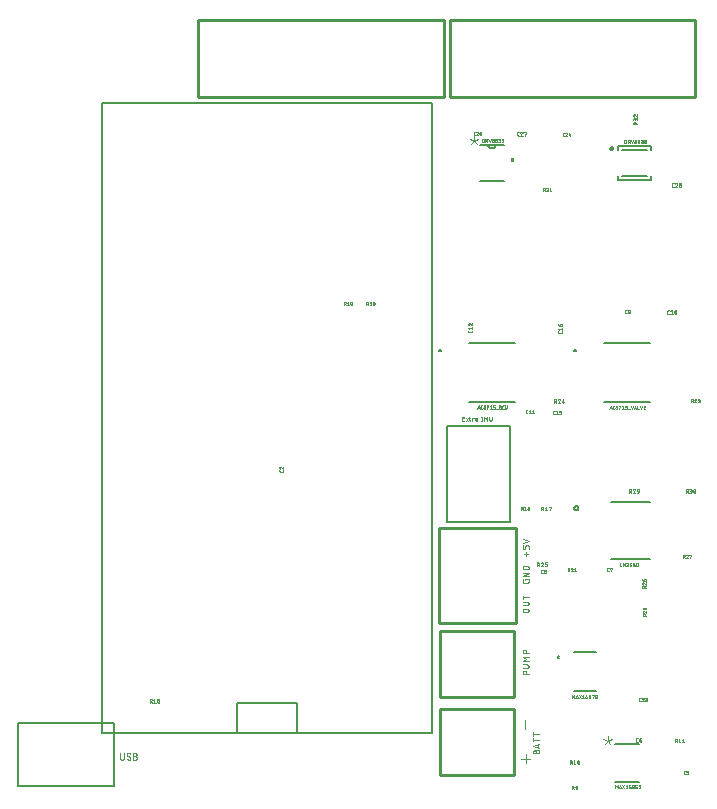
<source format=gbr>
G04 EAGLE Gerber RS-274X export*
G75*
%MOMM*%
%FSLAX34Y34*%
%LPD*%
%INSilkscreen Top*%
%IPPOS*%
%AMOC8*
5,1,8,0,0,1.08239X$1,22.5*%
G01*
%ADD10C,0.101600*%
%ADD11C,0.076200*%
%ADD12C,0.127000*%
%ADD13C,0.025400*%
%ADD14C,0.152400*%
%ADD15C,0.203200*%
%ADD16C,0.050800*%
%ADD17C,0.254000*%

G36*
X463130Y559270D02*
X463130Y559270D01*
X463132Y559269D01*
X463175Y559289D01*
X463219Y559307D01*
X463219Y559309D01*
X463221Y559310D01*
X463254Y559395D01*
X463254Y563205D01*
X463253Y563207D01*
X463254Y563209D01*
X463234Y563252D01*
X463216Y563296D01*
X463214Y563296D01*
X463213Y563298D01*
X463128Y563331D01*
X460588Y563331D01*
X460586Y563330D01*
X460584Y563331D01*
X460541Y563311D01*
X460497Y563293D01*
X460497Y563291D01*
X460495Y563290D01*
X460462Y563205D01*
X460462Y559395D01*
X460463Y559393D01*
X460462Y559391D01*
X460482Y559348D01*
X460500Y559304D01*
X460502Y559304D01*
X460503Y559302D01*
X460588Y559269D01*
X463128Y559269D01*
X463130Y559270D01*
G37*
D10*
X469223Y54582D02*
X477012Y54582D01*
X473117Y58476D02*
X473117Y50687D01*
X472468Y79248D02*
X472468Y87037D01*
X471819Y178737D02*
X474077Y178737D01*
X471819Y178737D02*
X471745Y178739D01*
X471672Y178745D01*
X471598Y178754D01*
X471526Y178768D01*
X471454Y178785D01*
X471383Y178806D01*
X471313Y178831D01*
X471245Y178859D01*
X471178Y178891D01*
X471114Y178926D01*
X471051Y178965D01*
X470990Y179006D01*
X470931Y179051D01*
X470875Y179099D01*
X470821Y179150D01*
X470770Y179204D01*
X470722Y179260D01*
X470677Y179319D01*
X470636Y179380D01*
X470597Y179443D01*
X470562Y179507D01*
X470530Y179574D01*
X470502Y179642D01*
X470477Y179712D01*
X470456Y179783D01*
X470439Y179855D01*
X470425Y179927D01*
X470416Y180001D01*
X470410Y180074D01*
X470408Y180148D01*
X470410Y180222D01*
X470416Y180295D01*
X470425Y180369D01*
X470439Y180441D01*
X470456Y180513D01*
X470477Y180584D01*
X470502Y180654D01*
X470530Y180722D01*
X470562Y180789D01*
X470597Y180854D01*
X470636Y180916D01*
X470677Y180977D01*
X470722Y181036D01*
X470770Y181092D01*
X470821Y181146D01*
X470875Y181197D01*
X470931Y181245D01*
X470990Y181290D01*
X471051Y181331D01*
X471114Y181370D01*
X471178Y181405D01*
X471245Y181437D01*
X471313Y181465D01*
X471383Y181490D01*
X471454Y181511D01*
X471526Y181528D01*
X471598Y181542D01*
X471672Y181551D01*
X471745Y181557D01*
X471819Y181559D01*
X474077Y181559D01*
X474151Y181557D01*
X474224Y181551D01*
X474298Y181542D01*
X474370Y181528D01*
X474442Y181511D01*
X474513Y181490D01*
X474583Y181465D01*
X474651Y181437D01*
X474718Y181405D01*
X474783Y181370D01*
X474845Y181331D01*
X474906Y181290D01*
X474965Y181245D01*
X475021Y181197D01*
X475075Y181146D01*
X475126Y181092D01*
X475174Y181036D01*
X475219Y180977D01*
X475260Y180916D01*
X475299Y180854D01*
X475334Y180789D01*
X475366Y180722D01*
X475394Y180654D01*
X475419Y180584D01*
X475440Y180513D01*
X475457Y180441D01*
X475471Y180369D01*
X475480Y180295D01*
X475486Y180222D01*
X475488Y180148D01*
X475486Y180074D01*
X475480Y180001D01*
X475471Y179927D01*
X475457Y179855D01*
X475440Y179783D01*
X475419Y179712D01*
X475394Y179642D01*
X475366Y179574D01*
X475334Y179507D01*
X475299Y179443D01*
X475260Y179380D01*
X475219Y179319D01*
X475174Y179260D01*
X475126Y179204D01*
X475075Y179150D01*
X475021Y179099D01*
X474965Y179051D01*
X474906Y179006D01*
X474845Y178965D01*
X474783Y178926D01*
X474718Y178891D01*
X474651Y178859D01*
X474583Y178831D01*
X474513Y178806D01*
X474442Y178785D01*
X474370Y178768D01*
X474298Y178754D01*
X474224Y178745D01*
X474151Y178739D01*
X474077Y178737D01*
X474077Y184406D02*
X470408Y184406D01*
X474077Y184406D02*
X474151Y184408D01*
X474224Y184414D01*
X474298Y184423D01*
X474370Y184437D01*
X474442Y184454D01*
X474513Y184475D01*
X474583Y184500D01*
X474651Y184528D01*
X474718Y184560D01*
X474783Y184595D01*
X474845Y184634D01*
X474906Y184675D01*
X474965Y184720D01*
X475021Y184768D01*
X475075Y184819D01*
X475126Y184873D01*
X475174Y184929D01*
X475219Y184988D01*
X475260Y185049D01*
X475299Y185112D01*
X475334Y185176D01*
X475366Y185243D01*
X475394Y185311D01*
X475419Y185381D01*
X475440Y185452D01*
X475457Y185524D01*
X475471Y185596D01*
X475480Y185670D01*
X475486Y185743D01*
X475488Y185817D01*
X475486Y185891D01*
X475480Y185964D01*
X475471Y186038D01*
X475457Y186110D01*
X475440Y186182D01*
X475419Y186253D01*
X475394Y186323D01*
X475366Y186391D01*
X475334Y186458D01*
X475299Y186523D01*
X475260Y186585D01*
X475219Y186646D01*
X475174Y186705D01*
X475126Y186761D01*
X475075Y186815D01*
X475021Y186866D01*
X474965Y186914D01*
X474906Y186959D01*
X474845Y187000D01*
X474783Y187039D01*
X474718Y187074D01*
X474651Y187106D01*
X474583Y187134D01*
X474513Y187159D01*
X474442Y187180D01*
X474370Y187197D01*
X474298Y187211D01*
X474224Y187220D01*
X474151Y187226D01*
X474077Y187228D01*
X474077Y187229D02*
X470408Y187229D01*
X470408Y191121D02*
X475488Y191121D01*
X470408Y189710D02*
X470408Y192532D01*
X472666Y205381D02*
X472666Y206228D01*
X475488Y206228D01*
X475488Y204534D01*
X475486Y204468D01*
X475480Y204403D01*
X475471Y204338D01*
X475458Y204274D01*
X475441Y204210D01*
X475420Y204148D01*
X475396Y204087D01*
X475368Y204027D01*
X475337Y203970D01*
X475302Y203914D01*
X475265Y203860D01*
X475224Y203808D01*
X475180Y203759D01*
X475134Y203713D01*
X475085Y203669D01*
X475033Y203628D01*
X474979Y203591D01*
X474924Y203556D01*
X474866Y203525D01*
X474806Y203497D01*
X474745Y203473D01*
X474683Y203452D01*
X474619Y203435D01*
X474555Y203422D01*
X474490Y203413D01*
X474425Y203407D01*
X474359Y203405D01*
X471537Y203405D01*
X471471Y203407D01*
X471406Y203413D01*
X471341Y203422D01*
X471277Y203435D01*
X471213Y203452D01*
X471151Y203473D01*
X471090Y203497D01*
X471030Y203525D01*
X470973Y203556D01*
X470917Y203591D01*
X470863Y203628D01*
X470811Y203669D01*
X470762Y203713D01*
X470716Y203759D01*
X470672Y203808D01*
X470631Y203860D01*
X470594Y203914D01*
X470559Y203969D01*
X470528Y204027D01*
X470500Y204087D01*
X470476Y204148D01*
X470455Y204210D01*
X470438Y204274D01*
X470425Y204338D01*
X470416Y204403D01*
X470410Y204468D01*
X470408Y204534D01*
X470408Y206228D01*
X470408Y209258D02*
X475488Y209258D01*
X475488Y212080D02*
X470408Y209258D01*
X470408Y212080D02*
X475488Y212080D01*
X475488Y215110D02*
X470408Y215110D01*
X470408Y216521D01*
X470410Y216595D01*
X470416Y216668D01*
X470425Y216742D01*
X470439Y216814D01*
X470456Y216886D01*
X470477Y216957D01*
X470502Y217027D01*
X470530Y217095D01*
X470562Y217162D01*
X470597Y217227D01*
X470636Y217289D01*
X470677Y217350D01*
X470722Y217409D01*
X470770Y217465D01*
X470821Y217519D01*
X470875Y217570D01*
X470931Y217618D01*
X470990Y217663D01*
X471051Y217704D01*
X471114Y217743D01*
X471178Y217778D01*
X471245Y217810D01*
X471313Y217838D01*
X471383Y217863D01*
X471454Y217884D01*
X471526Y217901D01*
X471598Y217915D01*
X471672Y217924D01*
X471745Y217930D01*
X471819Y217932D01*
X474077Y217932D01*
X474151Y217930D01*
X474224Y217924D01*
X474298Y217915D01*
X474370Y217901D01*
X474442Y217884D01*
X474513Y217863D01*
X474583Y217838D01*
X474651Y217810D01*
X474718Y217778D01*
X474783Y217743D01*
X474845Y217704D01*
X474906Y217663D01*
X474965Y217618D01*
X475021Y217570D01*
X475075Y217519D01*
X475126Y217465D01*
X475174Y217409D01*
X475219Y217350D01*
X475260Y217289D01*
X475299Y217226D01*
X475334Y217162D01*
X475366Y217095D01*
X475394Y217027D01*
X475419Y216957D01*
X475440Y216886D01*
X475457Y216814D01*
X475471Y216742D01*
X475480Y216668D01*
X475486Y216595D01*
X475488Y216521D01*
X475488Y215110D01*
X473512Y226067D02*
X473512Y229454D01*
X471819Y227760D02*
X475206Y227760D01*
X475488Y232201D02*
X475488Y233895D01*
X475486Y233961D01*
X475480Y234026D01*
X475471Y234091D01*
X475458Y234155D01*
X475441Y234219D01*
X475420Y234281D01*
X475396Y234342D01*
X475368Y234402D01*
X475337Y234460D01*
X475302Y234515D01*
X475265Y234569D01*
X475224Y234621D01*
X475180Y234670D01*
X475134Y234716D01*
X475085Y234760D01*
X475033Y234801D01*
X474979Y234838D01*
X474924Y234873D01*
X474866Y234904D01*
X474806Y234932D01*
X474745Y234956D01*
X474683Y234977D01*
X474619Y234994D01*
X474555Y235007D01*
X474490Y235016D01*
X474425Y235022D01*
X474359Y235024D01*
X474359Y235023D02*
X473795Y235023D01*
X473729Y235021D01*
X473664Y235015D01*
X473599Y235006D01*
X473535Y234993D01*
X473471Y234976D01*
X473409Y234955D01*
X473348Y234931D01*
X473288Y234903D01*
X473231Y234872D01*
X473175Y234837D01*
X473121Y234800D01*
X473069Y234759D01*
X473020Y234715D01*
X472974Y234669D01*
X472930Y234620D01*
X472889Y234568D01*
X472852Y234514D01*
X472817Y234459D01*
X472786Y234401D01*
X472758Y234341D01*
X472734Y234280D01*
X472713Y234218D01*
X472696Y234154D01*
X472683Y234090D01*
X472674Y234025D01*
X472668Y233960D01*
X472666Y233894D01*
X472666Y233895D02*
X472666Y232201D01*
X470408Y232201D01*
X470408Y235023D01*
X470408Y237405D02*
X475488Y239099D01*
X470408Y240792D01*
D11*
X420949Y340741D02*
X419481Y340741D01*
X419481Y344043D01*
X420949Y344043D01*
X420582Y342575D02*
X419481Y342575D01*
X422335Y340741D02*
X423802Y342942D01*
X422335Y342942D02*
X423802Y340741D01*
X425029Y342942D02*
X426130Y342942D01*
X425396Y344043D02*
X425396Y341291D01*
X425398Y341246D01*
X425404Y341200D01*
X425413Y341156D01*
X425426Y341112D01*
X425442Y341070D01*
X425462Y341029D01*
X425486Y340990D01*
X425512Y340953D01*
X425541Y340918D01*
X425574Y340886D01*
X425608Y340857D01*
X425645Y340831D01*
X425684Y340807D01*
X425725Y340787D01*
X425767Y340771D01*
X425811Y340758D01*
X425856Y340748D01*
X425901Y340743D01*
X425946Y340741D01*
X426130Y340741D01*
X427856Y340741D02*
X427856Y342942D01*
X428957Y342942D01*
X428957Y342575D01*
X430870Y342025D02*
X431695Y342025D01*
X430870Y342025D02*
X430821Y342023D01*
X430772Y342017D01*
X430724Y342008D01*
X430676Y341995D01*
X430630Y341978D01*
X430585Y341958D01*
X430542Y341935D01*
X430501Y341908D01*
X430462Y341878D01*
X430425Y341846D01*
X430391Y341810D01*
X430359Y341772D01*
X430331Y341732D01*
X430306Y341690D01*
X430284Y341646D01*
X430266Y341600D01*
X430251Y341553D01*
X430240Y341505D01*
X430232Y341457D01*
X430228Y341408D01*
X430228Y341358D01*
X430232Y341309D01*
X430240Y341261D01*
X430251Y341213D01*
X430266Y341166D01*
X430284Y341120D01*
X430306Y341076D01*
X430331Y341034D01*
X430359Y340994D01*
X430391Y340956D01*
X430425Y340920D01*
X430462Y340888D01*
X430501Y340858D01*
X430542Y340831D01*
X430585Y340808D01*
X430630Y340788D01*
X430676Y340771D01*
X430724Y340758D01*
X430772Y340749D01*
X430821Y340743D01*
X430870Y340741D01*
X431695Y340741D01*
X431695Y342392D01*
X431693Y342437D01*
X431687Y342483D01*
X431678Y342527D01*
X431665Y342571D01*
X431649Y342613D01*
X431629Y342654D01*
X431605Y342693D01*
X431579Y342730D01*
X431550Y342765D01*
X431518Y342797D01*
X431483Y342826D01*
X431446Y342852D01*
X431407Y342876D01*
X431366Y342896D01*
X431324Y342912D01*
X431280Y342925D01*
X431236Y342934D01*
X431190Y342940D01*
X431145Y342942D01*
X430411Y342942D01*
X435748Y344043D02*
X435748Y340741D01*
X435381Y340741D02*
X436115Y340741D01*
X436115Y344043D02*
X435381Y344043D01*
X437939Y344043D02*
X437939Y340741D01*
X439040Y342209D02*
X437939Y344043D01*
X439040Y342209D02*
X440140Y344043D01*
X440140Y340741D01*
X442268Y341658D02*
X442268Y344043D01*
X442268Y341658D02*
X442270Y341599D01*
X442276Y341541D01*
X442285Y341483D01*
X442298Y341425D01*
X442315Y341369D01*
X442335Y341314D01*
X442359Y341260D01*
X442386Y341208D01*
X442416Y341158D01*
X442450Y341110D01*
X442487Y341064D01*
X442526Y341020D01*
X442569Y340979D01*
X442613Y340941D01*
X442660Y340906D01*
X442710Y340874D01*
X442761Y340845D01*
X442814Y340819D01*
X442868Y340797D01*
X442924Y340779D01*
X442981Y340764D01*
X443039Y340753D01*
X443097Y340745D01*
X443156Y340741D01*
X443214Y340741D01*
X443273Y340745D01*
X443331Y340753D01*
X443389Y340764D01*
X443446Y340779D01*
X443502Y340797D01*
X443556Y340819D01*
X443609Y340845D01*
X443660Y340874D01*
X443710Y340906D01*
X443757Y340941D01*
X443801Y340979D01*
X443844Y341020D01*
X443883Y341064D01*
X443920Y341110D01*
X443954Y341158D01*
X443984Y341208D01*
X444011Y341260D01*
X444035Y341314D01*
X444055Y341369D01*
X444072Y341425D01*
X444085Y341483D01*
X444094Y341541D01*
X444100Y341599D01*
X444102Y341658D01*
X444102Y344043D01*
D12*
X393700Y76200D02*
X279400Y76200D01*
X228600Y76200D01*
X114300Y76200D01*
X114300Y609600D01*
X393700Y609600D01*
X393700Y76200D01*
X228600Y76200D02*
X228600Y101600D01*
X279400Y101600D01*
X279400Y76200D01*
D13*
X319070Y438277D02*
X319070Y441071D01*
X319846Y441071D01*
X319901Y441069D01*
X319956Y441063D01*
X320011Y441053D01*
X320065Y441040D01*
X320117Y441022D01*
X320168Y441001D01*
X320218Y440976D01*
X320266Y440948D01*
X320311Y440916D01*
X320354Y440881D01*
X320395Y440844D01*
X320432Y440803D01*
X320467Y440760D01*
X320499Y440715D01*
X320527Y440667D01*
X320552Y440617D01*
X320573Y440566D01*
X320591Y440514D01*
X320604Y440460D01*
X320614Y440405D01*
X320620Y440350D01*
X320622Y440295D01*
X320620Y440240D01*
X320614Y440185D01*
X320604Y440130D01*
X320591Y440076D01*
X320573Y440024D01*
X320552Y439973D01*
X320527Y439923D01*
X320499Y439875D01*
X320467Y439830D01*
X320432Y439787D01*
X320395Y439746D01*
X320354Y439709D01*
X320311Y439674D01*
X320266Y439642D01*
X320218Y439614D01*
X320168Y439589D01*
X320117Y439568D01*
X320065Y439550D01*
X320011Y439537D01*
X319956Y439527D01*
X319901Y439521D01*
X319846Y439519D01*
X319070Y439519D01*
X320001Y439519D02*
X320622Y438277D01*
X321795Y440450D02*
X322571Y441071D01*
X322571Y438277D01*
X321795Y438277D02*
X323347Y438277D01*
X325159Y439519D02*
X326090Y439519D01*
X325159Y439519D02*
X325110Y439521D01*
X325062Y439527D01*
X325014Y439536D01*
X324967Y439549D01*
X324921Y439566D01*
X324877Y439587D01*
X324835Y439611D01*
X324794Y439638D01*
X324756Y439668D01*
X324720Y439701D01*
X324687Y439737D01*
X324657Y439775D01*
X324629Y439816D01*
X324606Y439858D01*
X324585Y439902D01*
X324568Y439948D01*
X324555Y439995D01*
X324546Y440043D01*
X324540Y440091D01*
X324538Y440140D01*
X324538Y440295D01*
X324540Y440350D01*
X324546Y440405D01*
X324556Y440460D01*
X324569Y440514D01*
X324587Y440566D01*
X324608Y440617D01*
X324633Y440667D01*
X324661Y440715D01*
X324693Y440760D01*
X324728Y440803D01*
X324765Y440844D01*
X324806Y440881D01*
X324849Y440916D01*
X324894Y440948D01*
X324942Y440976D01*
X324992Y441001D01*
X325043Y441022D01*
X325095Y441040D01*
X325149Y441053D01*
X325204Y441063D01*
X325259Y441069D01*
X325314Y441071D01*
X325369Y441069D01*
X325424Y441063D01*
X325479Y441053D01*
X325533Y441040D01*
X325585Y441022D01*
X325636Y441001D01*
X325686Y440976D01*
X325734Y440948D01*
X325779Y440916D01*
X325822Y440881D01*
X325863Y440844D01*
X325900Y440803D01*
X325935Y440760D01*
X325967Y440715D01*
X325995Y440667D01*
X326020Y440617D01*
X326041Y440566D01*
X326059Y440514D01*
X326072Y440460D01*
X326082Y440405D01*
X326088Y440350D01*
X326090Y440295D01*
X326090Y439519D01*
X326091Y439519D02*
X326089Y439449D01*
X326083Y439380D01*
X326073Y439311D01*
X326060Y439243D01*
X326042Y439175D01*
X326021Y439109D01*
X325996Y439044D01*
X325968Y438980D01*
X325936Y438918D01*
X325901Y438858D01*
X325862Y438800D01*
X325820Y438745D01*
X325775Y438691D01*
X325727Y438641D01*
X325677Y438593D01*
X325623Y438548D01*
X325568Y438506D01*
X325510Y438467D01*
X325450Y438432D01*
X325388Y438400D01*
X325324Y438372D01*
X325259Y438347D01*
X325193Y438326D01*
X325125Y438308D01*
X325057Y438295D01*
X324988Y438285D01*
X324919Y438279D01*
X324849Y438277D01*
X338120Y438277D02*
X338120Y441071D01*
X338896Y441071D01*
X338951Y441069D01*
X339006Y441063D01*
X339061Y441053D01*
X339115Y441040D01*
X339167Y441022D01*
X339218Y441001D01*
X339268Y440976D01*
X339316Y440948D01*
X339361Y440916D01*
X339404Y440881D01*
X339445Y440844D01*
X339482Y440803D01*
X339517Y440760D01*
X339549Y440715D01*
X339577Y440667D01*
X339602Y440617D01*
X339623Y440566D01*
X339641Y440514D01*
X339654Y440460D01*
X339664Y440405D01*
X339670Y440350D01*
X339672Y440295D01*
X339670Y440240D01*
X339664Y440185D01*
X339654Y440130D01*
X339641Y440076D01*
X339623Y440024D01*
X339602Y439973D01*
X339577Y439923D01*
X339549Y439875D01*
X339517Y439830D01*
X339482Y439787D01*
X339445Y439746D01*
X339404Y439709D01*
X339361Y439674D01*
X339316Y439642D01*
X339268Y439614D01*
X339218Y439589D01*
X339167Y439568D01*
X339115Y439550D01*
X339061Y439537D01*
X339006Y439527D01*
X338951Y439521D01*
X338896Y439519D01*
X338120Y439519D01*
X339051Y439519D02*
X339672Y438277D01*
X342398Y440373D02*
X342396Y440423D01*
X342391Y440472D01*
X342382Y440522D01*
X342370Y440570D01*
X342354Y440617D01*
X342335Y440663D01*
X342312Y440708D01*
X342287Y440751D01*
X342259Y440792D01*
X342227Y440831D01*
X342193Y440867D01*
X342157Y440901D01*
X342118Y440933D01*
X342077Y440961D01*
X342034Y440986D01*
X341989Y441009D01*
X341943Y441028D01*
X341896Y441044D01*
X341848Y441056D01*
X341798Y441065D01*
X341749Y441070D01*
X341699Y441072D01*
X341699Y441071D02*
X341643Y441069D01*
X341586Y441064D01*
X341531Y441055D01*
X341476Y441043D01*
X341422Y441027D01*
X341369Y441008D01*
X341317Y440986D01*
X341267Y440960D01*
X341218Y440931D01*
X341171Y440899D01*
X341127Y440865D01*
X341085Y440828D01*
X341045Y440788D01*
X341007Y440745D01*
X340973Y440701D01*
X340941Y440654D01*
X340913Y440606D01*
X340887Y440555D01*
X340865Y440503D01*
X340846Y440450D01*
X342164Y439830D02*
X342200Y439866D01*
X342233Y439904D01*
X342263Y439945D01*
X342290Y439988D01*
X342315Y440032D01*
X342336Y440078D01*
X342355Y440125D01*
X342370Y440173D01*
X342382Y440222D01*
X342390Y440272D01*
X342395Y440322D01*
X342397Y440373D01*
X342164Y439829D02*
X340845Y438277D01*
X342397Y438277D01*
X343588Y439674D02*
X343590Y439769D01*
X343596Y439864D01*
X343606Y439958D01*
X343619Y440052D01*
X343637Y440145D01*
X343658Y440238D01*
X343683Y440330D01*
X343712Y440420D01*
X343745Y440509D01*
X343781Y440597D01*
X343821Y440683D01*
X343837Y440725D01*
X343856Y440765D01*
X343879Y440803D01*
X343904Y440840D01*
X343932Y440875D01*
X343962Y440907D01*
X343995Y440937D01*
X344030Y440964D01*
X344068Y440989D01*
X344107Y441010D01*
X344147Y441028D01*
X344189Y441044D01*
X344232Y441056D01*
X344275Y441064D01*
X344320Y441069D01*
X344364Y441071D01*
X344408Y441069D01*
X344453Y441064D01*
X344496Y441056D01*
X344539Y441044D01*
X344581Y441028D01*
X344621Y441010D01*
X344660Y440989D01*
X344698Y440964D01*
X344733Y440937D01*
X344766Y440907D01*
X344796Y440875D01*
X344824Y440840D01*
X344849Y440803D01*
X344872Y440765D01*
X344891Y440725D01*
X344907Y440683D01*
X344947Y440597D01*
X344983Y440509D01*
X345016Y440420D01*
X345045Y440329D01*
X345070Y440238D01*
X345091Y440145D01*
X345109Y440052D01*
X345122Y439958D01*
X345132Y439864D01*
X345138Y439769D01*
X345140Y439674D01*
X343588Y439674D02*
X343590Y439579D01*
X343596Y439484D01*
X343606Y439390D01*
X343619Y439296D01*
X343637Y439203D01*
X343658Y439110D01*
X343683Y439019D01*
X343712Y438928D01*
X343745Y438839D01*
X343781Y438751D01*
X343821Y438665D01*
X343837Y438623D01*
X343856Y438583D01*
X343879Y438545D01*
X343904Y438508D01*
X343932Y438473D01*
X343962Y438441D01*
X343995Y438411D01*
X344030Y438384D01*
X344068Y438359D01*
X344107Y438338D01*
X344147Y438320D01*
X344189Y438304D01*
X344232Y438292D01*
X344275Y438284D01*
X344320Y438279D01*
X344364Y438277D01*
X344908Y438665D02*
X344948Y438751D01*
X344984Y438839D01*
X345017Y438928D01*
X345046Y439018D01*
X345071Y439110D01*
X345092Y439203D01*
X345110Y439296D01*
X345123Y439390D01*
X345133Y439484D01*
X345139Y439579D01*
X345141Y439674D01*
X344907Y438665D02*
X344891Y438623D01*
X344872Y438583D01*
X344849Y438545D01*
X344824Y438508D01*
X344796Y438473D01*
X344766Y438441D01*
X344733Y438411D01*
X344698Y438384D01*
X344660Y438359D01*
X344621Y438338D01*
X344581Y438320D01*
X344539Y438304D01*
X344496Y438292D01*
X344453Y438284D01*
X344408Y438279D01*
X344364Y438277D01*
X343743Y438898D02*
X344985Y440450D01*
X154642Y105283D02*
X154642Y101981D01*
X154642Y105283D02*
X155559Y105283D01*
X155618Y105281D01*
X155676Y105275D01*
X155734Y105266D01*
X155792Y105253D01*
X155848Y105236D01*
X155903Y105216D01*
X155957Y105192D01*
X156009Y105165D01*
X156059Y105135D01*
X156107Y105101D01*
X156153Y105064D01*
X156197Y105025D01*
X156238Y104982D01*
X156276Y104938D01*
X156311Y104891D01*
X156343Y104841D01*
X156372Y104790D01*
X156398Y104737D01*
X156420Y104683D01*
X156438Y104627D01*
X156453Y104570D01*
X156464Y104512D01*
X156472Y104454D01*
X156476Y104395D01*
X156476Y104337D01*
X156472Y104278D01*
X156464Y104220D01*
X156453Y104162D01*
X156438Y104105D01*
X156420Y104049D01*
X156398Y103995D01*
X156372Y103942D01*
X156343Y103891D01*
X156311Y103841D01*
X156276Y103794D01*
X156238Y103750D01*
X156197Y103707D01*
X156153Y103668D01*
X156107Y103631D01*
X156059Y103597D01*
X156009Y103567D01*
X155957Y103540D01*
X155903Y103516D01*
X155848Y103496D01*
X155792Y103479D01*
X155734Y103466D01*
X155676Y103457D01*
X155618Y103451D01*
X155559Y103449D01*
X154642Y103449D01*
X155743Y103449D02*
X156477Y101981D01*
X157823Y104549D02*
X158740Y105283D01*
X158740Y101981D01*
X157823Y101981D02*
X159657Y101981D01*
X161023Y103815D02*
X162124Y103815D01*
X162124Y103816D02*
X162176Y103814D01*
X162228Y103809D01*
X162280Y103799D01*
X162331Y103786D01*
X162381Y103770D01*
X162429Y103750D01*
X162476Y103726D01*
X162521Y103699D01*
X162564Y103670D01*
X162605Y103637D01*
X162643Y103601D01*
X162679Y103563D01*
X162712Y103522D01*
X162741Y103479D01*
X162768Y103434D01*
X162792Y103387D01*
X162812Y103339D01*
X162828Y103289D01*
X162841Y103238D01*
X162851Y103186D01*
X162856Y103134D01*
X162858Y103082D01*
X162858Y102898D01*
X162856Y102839D01*
X162850Y102781D01*
X162841Y102723D01*
X162828Y102665D01*
X162811Y102609D01*
X162791Y102554D01*
X162767Y102500D01*
X162740Y102448D01*
X162710Y102398D01*
X162676Y102350D01*
X162639Y102304D01*
X162600Y102260D01*
X162557Y102219D01*
X162513Y102181D01*
X162466Y102146D01*
X162416Y102114D01*
X162365Y102085D01*
X162312Y102059D01*
X162258Y102037D01*
X162202Y102019D01*
X162145Y102004D01*
X162087Y101993D01*
X162029Y101985D01*
X161970Y101981D01*
X161912Y101981D01*
X161853Y101985D01*
X161795Y101993D01*
X161737Y102004D01*
X161680Y102019D01*
X161624Y102037D01*
X161570Y102059D01*
X161517Y102085D01*
X161466Y102114D01*
X161416Y102146D01*
X161369Y102181D01*
X161325Y102219D01*
X161282Y102260D01*
X161243Y102304D01*
X161206Y102350D01*
X161172Y102398D01*
X161142Y102448D01*
X161115Y102500D01*
X161091Y102554D01*
X161071Y102609D01*
X161054Y102665D01*
X161041Y102723D01*
X161032Y102781D01*
X161026Y102839D01*
X161024Y102898D01*
X161023Y102898D02*
X161023Y103815D01*
X161025Y103889D01*
X161031Y103964D01*
X161040Y104037D01*
X161053Y104111D01*
X161070Y104183D01*
X161090Y104254D01*
X161114Y104325D01*
X161142Y104394D01*
X161173Y104461D01*
X161207Y104527D01*
X161245Y104592D01*
X161286Y104654D01*
X161330Y104714D01*
X161377Y104771D01*
X161427Y104826D01*
X161480Y104879D01*
X161535Y104929D01*
X161592Y104976D01*
X161652Y105020D01*
X161714Y105061D01*
X161779Y105099D01*
X161844Y105133D01*
X161912Y105164D01*
X161981Y105192D01*
X162052Y105216D01*
X162123Y105236D01*
X162195Y105253D01*
X162269Y105266D01*
X162342Y105275D01*
X162417Y105281D01*
X162491Y105283D01*
D14*
X548640Y34544D02*
X568960Y34544D01*
X568960Y67056D02*
X548640Y67056D01*
D11*
X542509Y69540D02*
X542509Y73519D01*
X542509Y69540D02*
X544830Y66555D01*
X542509Y69540D02*
X540187Y66555D01*
X542509Y69540D02*
X546156Y70866D01*
X542509Y69540D02*
X538861Y70866D01*
D13*
X549021Y32131D02*
X549021Y29337D01*
X549952Y30579D02*
X549021Y32131D01*
X549952Y30579D02*
X550884Y32131D01*
X550884Y29337D01*
X552039Y29337D02*
X552970Y32131D01*
X553901Y29337D01*
X553668Y30036D02*
X552271Y30036D01*
X554782Y29337D02*
X556644Y32131D01*
X554782Y32131D02*
X556644Y29337D01*
X557680Y31510D02*
X558456Y32131D01*
X558456Y29337D01*
X557680Y29337D02*
X559232Y29337D01*
X560423Y30889D02*
X561355Y30889D01*
X561404Y30887D01*
X561452Y30881D01*
X561500Y30872D01*
X561547Y30859D01*
X561593Y30842D01*
X561637Y30821D01*
X561679Y30797D01*
X561720Y30770D01*
X561758Y30740D01*
X561794Y30707D01*
X561827Y30671D01*
X561857Y30633D01*
X561884Y30592D01*
X561908Y30550D01*
X561929Y30506D01*
X561946Y30460D01*
X561959Y30413D01*
X561968Y30365D01*
X561974Y30317D01*
X561976Y30268D01*
X561976Y30113D01*
X561975Y30113D02*
X561973Y30058D01*
X561967Y30003D01*
X561957Y29948D01*
X561944Y29894D01*
X561926Y29842D01*
X561905Y29791D01*
X561880Y29741D01*
X561852Y29693D01*
X561820Y29648D01*
X561785Y29605D01*
X561748Y29564D01*
X561707Y29527D01*
X561664Y29492D01*
X561619Y29460D01*
X561571Y29432D01*
X561521Y29407D01*
X561470Y29386D01*
X561418Y29368D01*
X561364Y29355D01*
X561309Y29345D01*
X561254Y29339D01*
X561199Y29337D01*
X561144Y29339D01*
X561089Y29345D01*
X561034Y29355D01*
X560980Y29368D01*
X560928Y29386D01*
X560877Y29407D01*
X560827Y29432D01*
X560779Y29460D01*
X560734Y29492D01*
X560691Y29527D01*
X560650Y29564D01*
X560613Y29605D01*
X560578Y29648D01*
X560546Y29693D01*
X560518Y29741D01*
X560493Y29791D01*
X560472Y29842D01*
X560454Y29894D01*
X560441Y29948D01*
X560431Y30003D01*
X560425Y30058D01*
X560423Y30113D01*
X560423Y30889D01*
X560425Y30959D01*
X560431Y31028D01*
X560441Y31097D01*
X560454Y31165D01*
X560472Y31233D01*
X560493Y31299D01*
X560518Y31364D01*
X560546Y31428D01*
X560578Y31490D01*
X560613Y31550D01*
X560652Y31608D01*
X560694Y31663D01*
X560739Y31717D01*
X560787Y31767D01*
X560837Y31815D01*
X560891Y31860D01*
X560946Y31902D01*
X561004Y31941D01*
X561064Y31976D01*
X561126Y32008D01*
X561190Y32036D01*
X561255Y32061D01*
X561321Y32082D01*
X561389Y32100D01*
X561457Y32113D01*
X561526Y32123D01*
X561595Y32129D01*
X561665Y32131D01*
X563399Y31743D02*
X563359Y31657D01*
X563323Y31569D01*
X563290Y31480D01*
X563261Y31390D01*
X563236Y31298D01*
X563215Y31205D01*
X563197Y31112D01*
X563184Y31018D01*
X563174Y30924D01*
X563168Y30829D01*
X563166Y30734D01*
X563400Y31743D02*
X563416Y31785D01*
X563435Y31825D01*
X563458Y31863D01*
X563483Y31900D01*
X563511Y31935D01*
X563541Y31967D01*
X563574Y31997D01*
X563609Y32024D01*
X563647Y32049D01*
X563686Y32070D01*
X563726Y32088D01*
X563768Y32104D01*
X563811Y32116D01*
X563854Y32124D01*
X563899Y32129D01*
X563943Y32131D01*
X563987Y32129D01*
X564032Y32124D01*
X564075Y32116D01*
X564118Y32104D01*
X564160Y32088D01*
X564200Y32070D01*
X564239Y32049D01*
X564277Y32024D01*
X564312Y31997D01*
X564345Y31967D01*
X564375Y31935D01*
X564403Y31900D01*
X564428Y31863D01*
X564451Y31825D01*
X564470Y31785D01*
X564486Y31743D01*
X564485Y31743D02*
X564525Y31657D01*
X564561Y31569D01*
X564594Y31480D01*
X564623Y31389D01*
X564648Y31298D01*
X564669Y31205D01*
X564687Y31112D01*
X564700Y31018D01*
X564710Y30924D01*
X564716Y30829D01*
X564718Y30734D01*
X563166Y30734D02*
X563168Y30639D01*
X563174Y30544D01*
X563184Y30450D01*
X563197Y30356D01*
X563215Y30263D01*
X563236Y30170D01*
X563261Y30079D01*
X563290Y29988D01*
X563323Y29899D01*
X563359Y29811D01*
X563399Y29725D01*
X563400Y29725D02*
X563416Y29683D01*
X563435Y29643D01*
X563458Y29605D01*
X563483Y29568D01*
X563511Y29533D01*
X563541Y29501D01*
X563574Y29471D01*
X563609Y29444D01*
X563647Y29419D01*
X563686Y29398D01*
X563726Y29380D01*
X563768Y29364D01*
X563811Y29352D01*
X563854Y29344D01*
X563899Y29339D01*
X563943Y29337D01*
X564486Y29725D02*
X564526Y29811D01*
X564562Y29899D01*
X564595Y29988D01*
X564624Y30078D01*
X564649Y30170D01*
X564670Y30263D01*
X564688Y30356D01*
X564701Y30450D01*
X564711Y30544D01*
X564717Y30639D01*
X564719Y30734D01*
X564486Y29725D02*
X564470Y29683D01*
X564451Y29643D01*
X564428Y29605D01*
X564403Y29568D01*
X564375Y29533D01*
X564345Y29501D01*
X564312Y29471D01*
X564277Y29444D01*
X564239Y29419D01*
X564200Y29398D01*
X564160Y29380D01*
X564118Y29364D01*
X564075Y29352D01*
X564032Y29344D01*
X563987Y29339D01*
X563943Y29337D01*
X563322Y29958D02*
X564564Y31510D01*
X565910Y29337D02*
X566841Y29337D01*
X566890Y29339D01*
X566938Y29345D01*
X566986Y29354D01*
X567033Y29367D01*
X567079Y29384D01*
X567123Y29405D01*
X567165Y29429D01*
X567206Y29456D01*
X567244Y29486D01*
X567280Y29519D01*
X567313Y29555D01*
X567343Y29593D01*
X567370Y29634D01*
X567394Y29676D01*
X567415Y29720D01*
X567432Y29766D01*
X567445Y29813D01*
X567454Y29861D01*
X567460Y29909D01*
X567462Y29958D01*
X567462Y30268D01*
X567460Y30317D01*
X567454Y30365D01*
X567445Y30413D01*
X567432Y30460D01*
X567415Y30506D01*
X567394Y30550D01*
X567370Y30592D01*
X567343Y30633D01*
X567313Y30671D01*
X567280Y30707D01*
X567244Y30740D01*
X567206Y30770D01*
X567165Y30797D01*
X567123Y30821D01*
X567079Y30842D01*
X567033Y30859D01*
X566986Y30872D01*
X566938Y30881D01*
X566890Y30887D01*
X566841Y30889D01*
X565910Y30889D01*
X565910Y32131D01*
X567462Y32131D01*
X569507Y32132D02*
X569557Y32130D01*
X569606Y32125D01*
X569656Y32116D01*
X569704Y32104D01*
X569751Y32088D01*
X569797Y32069D01*
X569842Y32046D01*
X569885Y32021D01*
X569926Y31993D01*
X569965Y31961D01*
X570001Y31927D01*
X570035Y31891D01*
X570067Y31852D01*
X570095Y31811D01*
X570120Y31768D01*
X570143Y31723D01*
X570162Y31677D01*
X570178Y31630D01*
X570190Y31582D01*
X570199Y31532D01*
X570204Y31483D01*
X570206Y31433D01*
X569507Y32131D02*
X569451Y32129D01*
X569394Y32124D01*
X569339Y32115D01*
X569284Y32103D01*
X569230Y32087D01*
X569177Y32068D01*
X569125Y32046D01*
X569075Y32020D01*
X569026Y31991D01*
X568979Y31959D01*
X568935Y31925D01*
X568893Y31888D01*
X568853Y31848D01*
X568815Y31805D01*
X568781Y31761D01*
X568749Y31714D01*
X568721Y31666D01*
X568695Y31615D01*
X568673Y31563D01*
X568654Y31510D01*
X569972Y30890D02*
X570008Y30926D01*
X570041Y30964D01*
X570071Y31005D01*
X570098Y31048D01*
X570123Y31092D01*
X570144Y31138D01*
X570163Y31185D01*
X570178Y31233D01*
X570190Y31282D01*
X570198Y31332D01*
X570203Y31382D01*
X570205Y31433D01*
X569972Y30889D02*
X568653Y29337D01*
X570205Y29337D01*
D11*
X511993Y28575D02*
X511993Y31369D01*
X512769Y31369D01*
X512824Y31367D01*
X512879Y31361D01*
X512934Y31351D01*
X512988Y31338D01*
X513040Y31320D01*
X513091Y31299D01*
X513141Y31274D01*
X513189Y31246D01*
X513234Y31214D01*
X513277Y31179D01*
X513318Y31142D01*
X513355Y31101D01*
X513390Y31058D01*
X513422Y31013D01*
X513450Y30965D01*
X513475Y30915D01*
X513496Y30864D01*
X513514Y30812D01*
X513527Y30758D01*
X513537Y30703D01*
X513543Y30648D01*
X513545Y30593D01*
X513543Y30538D01*
X513537Y30483D01*
X513527Y30428D01*
X513514Y30374D01*
X513496Y30322D01*
X513475Y30271D01*
X513450Y30221D01*
X513422Y30173D01*
X513390Y30128D01*
X513355Y30085D01*
X513318Y30044D01*
X513277Y30007D01*
X513234Y29972D01*
X513189Y29940D01*
X513141Y29912D01*
X513091Y29887D01*
X513040Y29866D01*
X512988Y29848D01*
X512934Y29835D01*
X512879Y29825D01*
X512824Y29819D01*
X512769Y29817D01*
X511993Y29817D01*
X512924Y29817D02*
X513545Y28575D01*
X515776Y29817D02*
X516707Y29817D01*
X515776Y29817D02*
X515727Y29819D01*
X515679Y29825D01*
X515631Y29834D01*
X515584Y29847D01*
X515538Y29864D01*
X515494Y29885D01*
X515452Y29909D01*
X515411Y29936D01*
X515373Y29966D01*
X515337Y29999D01*
X515304Y30035D01*
X515274Y30073D01*
X515246Y30114D01*
X515223Y30156D01*
X515202Y30200D01*
X515185Y30246D01*
X515172Y30293D01*
X515163Y30341D01*
X515157Y30389D01*
X515155Y30438D01*
X515155Y30593D01*
X515157Y30648D01*
X515163Y30703D01*
X515173Y30758D01*
X515186Y30812D01*
X515204Y30864D01*
X515225Y30915D01*
X515250Y30965D01*
X515278Y31013D01*
X515310Y31058D01*
X515345Y31101D01*
X515382Y31142D01*
X515423Y31179D01*
X515466Y31214D01*
X515511Y31246D01*
X515559Y31274D01*
X515609Y31299D01*
X515660Y31320D01*
X515712Y31338D01*
X515766Y31351D01*
X515821Y31361D01*
X515876Y31367D01*
X515931Y31369D01*
X515986Y31367D01*
X516041Y31361D01*
X516096Y31351D01*
X516150Y31338D01*
X516202Y31320D01*
X516253Y31299D01*
X516303Y31274D01*
X516351Y31246D01*
X516396Y31214D01*
X516439Y31179D01*
X516480Y31142D01*
X516517Y31101D01*
X516552Y31058D01*
X516584Y31013D01*
X516612Y30965D01*
X516637Y30915D01*
X516658Y30864D01*
X516676Y30812D01*
X516689Y30758D01*
X516699Y30703D01*
X516705Y30648D01*
X516707Y30593D01*
X516707Y29817D01*
X516708Y29817D02*
X516706Y29747D01*
X516700Y29678D01*
X516690Y29609D01*
X516677Y29541D01*
X516659Y29473D01*
X516638Y29407D01*
X516613Y29342D01*
X516585Y29278D01*
X516553Y29216D01*
X516518Y29156D01*
X516479Y29098D01*
X516437Y29043D01*
X516392Y28989D01*
X516344Y28939D01*
X516294Y28891D01*
X516240Y28846D01*
X516185Y28804D01*
X516127Y28765D01*
X516067Y28730D01*
X516005Y28698D01*
X515941Y28670D01*
X515876Y28645D01*
X515810Y28624D01*
X515742Y28606D01*
X515674Y28593D01*
X515605Y28583D01*
X515536Y28577D01*
X515466Y28575D01*
X510393Y50165D02*
X510393Y52959D01*
X511169Y52959D01*
X511224Y52957D01*
X511279Y52951D01*
X511334Y52941D01*
X511388Y52928D01*
X511440Y52910D01*
X511491Y52889D01*
X511541Y52864D01*
X511589Y52836D01*
X511634Y52804D01*
X511677Y52769D01*
X511718Y52732D01*
X511755Y52691D01*
X511790Y52648D01*
X511822Y52603D01*
X511850Y52555D01*
X511875Y52505D01*
X511896Y52454D01*
X511914Y52402D01*
X511927Y52348D01*
X511937Y52293D01*
X511943Y52238D01*
X511945Y52183D01*
X511943Y52128D01*
X511937Y52073D01*
X511927Y52018D01*
X511914Y51964D01*
X511896Y51912D01*
X511875Y51861D01*
X511850Y51811D01*
X511822Y51763D01*
X511790Y51718D01*
X511755Y51675D01*
X511718Y51634D01*
X511677Y51597D01*
X511634Y51562D01*
X511589Y51530D01*
X511541Y51502D01*
X511491Y51477D01*
X511440Y51456D01*
X511388Y51438D01*
X511334Y51425D01*
X511279Y51415D01*
X511224Y51409D01*
X511169Y51407D01*
X510393Y51407D01*
X511324Y51407D02*
X511945Y50165D01*
X513555Y52338D02*
X514331Y52959D01*
X514331Y50165D01*
X513555Y50165D02*
X515107Y50165D01*
X516755Y51562D02*
X516757Y51657D01*
X516763Y51752D01*
X516773Y51846D01*
X516786Y51940D01*
X516804Y52033D01*
X516825Y52126D01*
X516850Y52218D01*
X516879Y52308D01*
X516912Y52397D01*
X516948Y52485D01*
X516988Y52571D01*
X517004Y52613D01*
X517023Y52653D01*
X517046Y52691D01*
X517071Y52728D01*
X517099Y52763D01*
X517129Y52795D01*
X517162Y52825D01*
X517197Y52852D01*
X517235Y52877D01*
X517274Y52898D01*
X517314Y52916D01*
X517356Y52932D01*
X517399Y52944D01*
X517442Y52952D01*
X517487Y52957D01*
X517531Y52959D01*
X517575Y52957D01*
X517620Y52952D01*
X517663Y52944D01*
X517706Y52932D01*
X517748Y52916D01*
X517788Y52898D01*
X517827Y52877D01*
X517865Y52852D01*
X517900Y52825D01*
X517933Y52795D01*
X517963Y52763D01*
X517991Y52728D01*
X518016Y52691D01*
X518039Y52653D01*
X518058Y52613D01*
X518074Y52571D01*
X518114Y52485D01*
X518150Y52397D01*
X518183Y52308D01*
X518212Y52217D01*
X518237Y52126D01*
X518258Y52033D01*
X518276Y51940D01*
X518289Y51846D01*
X518299Y51752D01*
X518305Y51657D01*
X518307Y51562D01*
X516755Y51562D02*
X516757Y51467D01*
X516763Y51372D01*
X516773Y51278D01*
X516786Y51184D01*
X516804Y51091D01*
X516825Y50998D01*
X516850Y50907D01*
X516879Y50816D01*
X516912Y50727D01*
X516948Y50639D01*
X516988Y50553D01*
X517004Y50511D01*
X517023Y50471D01*
X517046Y50433D01*
X517071Y50396D01*
X517099Y50361D01*
X517129Y50329D01*
X517162Y50299D01*
X517197Y50272D01*
X517235Y50247D01*
X517274Y50226D01*
X517314Y50208D01*
X517356Y50192D01*
X517399Y50180D01*
X517442Y50172D01*
X517487Y50167D01*
X517531Y50165D01*
X518075Y50553D02*
X518115Y50639D01*
X518151Y50727D01*
X518184Y50816D01*
X518213Y50906D01*
X518238Y50998D01*
X518259Y51091D01*
X518277Y51184D01*
X518290Y51278D01*
X518300Y51372D01*
X518306Y51467D01*
X518308Y51562D01*
X518074Y50553D02*
X518058Y50511D01*
X518039Y50471D01*
X518016Y50433D01*
X517991Y50396D01*
X517963Y50361D01*
X517933Y50329D01*
X517900Y50299D01*
X517865Y50272D01*
X517827Y50247D01*
X517788Y50226D01*
X517748Y50208D01*
X517706Y50192D01*
X517663Y50180D01*
X517620Y50172D01*
X517575Y50167D01*
X517531Y50165D01*
X516911Y50786D02*
X518152Y52338D01*
D13*
X567281Y68707D02*
X568015Y68707D01*
X567281Y68707D02*
X567229Y68709D01*
X567177Y68714D01*
X567125Y68724D01*
X567074Y68737D01*
X567024Y68753D01*
X566976Y68773D01*
X566929Y68797D01*
X566884Y68824D01*
X566841Y68853D01*
X566800Y68886D01*
X566762Y68922D01*
X566726Y68960D01*
X566693Y69001D01*
X566664Y69044D01*
X566637Y69089D01*
X566613Y69136D01*
X566593Y69184D01*
X566577Y69234D01*
X566564Y69285D01*
X566554Y69337D01*
X566549Y69389D01*
X566547Y69441D01*
X566547Y71275D01*
X566549Y71327D01*
X566554Y71379D01*
X566564Y71431D01*
X566577Y71482D01*
X566593Y71532D01*
X566613Y71580D01*
X566637Y71627D01*
X566664Y71672D01*
X566693Y71715D01*
X566726Y71756D01*
X566762Y71794D01*
X566800Y71830D01*
X566841Y71863D01*
X566884Y71892D01*
X566929Y71919D01*
X566976Y71943D01*
X567024Y71963D01*
X567074Y71979D01*
X567125Y71992D01*
X567177Y72002D01*
X567229Y72007D01*
X567281Y72009D01*
X568015Y72009D01*
X569223Y70541D02*
X570323Y70541D01*
X570323Y70542D02*
X570375Y70540D01*
X570427Y70535D01*
X570479Y70525D01*
X570530Y70512D01*
X570580Y70496D01*
X570628Y70476D01*
X570675Y70452D01*
X570720Y70425D01*
X570763Y70396D01*
X570804Y70363D01*
X570842Y70327D01*
X570878Y70289D01*
X570911Y70248D01*
X570940Y70205D01*
X570967Y70160D01*
X570991Y70113D01*
X571011Y70065D01*
X571027Y70015D01*
X571040Y69964D01*
X571050Y69912D01*
X571055Y69860D01*
X571057Y69808D01*
X571057Y69624D01*
X571055Y69565D01*
X571049Y69507D01*
X571040Y69449D01*
X571027Y69391D01*
X571010Y69335D01*
X570990Y69280D01*
X570966Y69226D01*
X570939Y69174D01*
X570909Y69124D01*
X570875Y69076D01*
X570838Y69030D01*
X570799Y68986D01*
X570756Y68945D01*
X570712Y68907D01*
X570665Y68872D01*
X570615Y68840D01*
X570564Y68811D01*
X570511Y68785D01*
X570457Y68763D01*
X570401Y68745D01*
X570344Y68730D01*
X570286Y68719D01*
X570228Y68711D01*
X570169Y68707D01*
X570111Y68707D01*
X570052Y68711D01*
X569994Y68719D01*
X569936Y68730D01*
X569879Y68745D01*
X569823Y68763D01*
X569769Y68785D01*
X569716Y68811D01*
X569665Y68840D01*
X569615Y68872D01*
X569568Y68907D01*
X569524Y68945D01*
X569481Y68986D01*
X569442Y69030D01*
X569405Y69076D01*
X569371Y69124D01*
X569341Y69174D01*
X569314Y69226D01*
X569290Y69280D01*
X569270Y69335D01*
X569253Y69391D01*
X569240Y69449D01*
X569231Y69507D01*
X569225Y69565D01*
X569223Y69624D01*
X569223Y70541D01*
X569222Y70541D02*
X569224Y70615D01*
X569230Y70690D01*
X569239Y70763D01*
X569252Y70837D01*
X569269Y70909D01*
X569289Y70980D01*
X569313Y71051D01*
X569341Y71120D01*
X569372Y71187D01*
X569406Y71253D01*
X569444Y71318D01*
X569485Y71380D01*
X569529Y71440D01*
X569576Y71497D01*
X569626Y71552D01*
X569679Y71605D01*
X569734Y71655D01*
X569791Y71702D01*
X569851Y71746D01*
X569913Y71787D01*
X569978Y71825D01*
X570043Y71859D01*
X570111Y71890D01*
X570180Y71918D01*
X570251Y71942D01*
X570322Y71962D01*
X570394Y71979D01*
X570468Y71992D01*
X570541Y72001D01*
X570616Y72007D01*
X570690Y72009D01*
X599712Y70993D02*
X599712Y68199D01*
X599712Y70993D02*
X600489Y70993D01*
X600544Y70991D01*
X600599Y70985D01*
X600654Y70975D01*
X600708Y70962D01*
X600760Y70944D01*
X600811Y70923D01*
X600861Y70898D01*
X600909Y70870D01*
X600954Y70838D01*
X600997Y70803D01*
X601038Y70766D01*
X601075Y70725D01*
X601110Y70682D01*
X601142Y70637D01*
X601170Y70589D01*
X601195Y70539D01*
X601216Y70488D01*
X601234Y70436D01*
X601247Y70382D01*
X601257Y70327D01*
X601263Y70272D01*
X601265Y70217D01*
X601263Y70162D01*
X601257Y70107D01*
X601247Y70052D01*
X601234Y69998D01*
X601216Y69946D01*
X601195Y69895D01*
X601170Y69845D01*
X601142Y69797D01*
X601110Y69752D01*
X601075Y69709D01*
X601038Y69668D01*
X600997Y69631D01*
X600954Y69596D01*
X600909Y69564D01*
X600861Y69536D01*
X600811Y69511D01*
X600760Y69490D01*
X600708Y69472D01*
X600654Y69459D01*
X600599Y69449D01*
X600544Y69443D01*
X600489Y69441D01*
X599712Y69441D01*
X600644Y69441D02*
X601265Y68199D01*
X602438Y70372D02*
X603214Y70993D01*
X603214Y68199D01*
X602438Y68199D02*
X603990Y68199D01*
X605181Y70372D02*
X605957Y70993D01*
X605957Y68199D01*
X605181Y68199D02*
X606733Y68199D01*
X607518Y41629D02*
X608138Y41629D01*
X607518Y41629D02*
X607469Y41631D01*
X607421Y41637D01*
X607373Y41646D01*
X607326Y41659D01*
X607280Y41676D01*
X607236Y41697D01*
X607194Y41721D01*
X607153Y41748D01*
X607115Y41778D01*
X607079Y41811D01*
X607046Y41847D01*
X607016Y41885D01*
X606989Y41926D01*
X606965Y41968D01*
X606944Y42012D01*
X606927Y42058D01*
X606914Y42105D01*
X606905Y42153D01*
X606899Y42201D01*
X606897Y42250D01*
X606897Y43802D01*
X606899Y43851D01*
X606905Y43899D01*
X606914Y43947D01*
X606927Y43994D01*
X606944Y44040D01*
X606965Y44084D01*
X606989Y44126D01*
X607016Y44167D01*
X607046Y44205D01*
X607079Y44241D01*
X607115Y44274D01*
X607153Y44304D01*
X607194Y44331D01*
X607236Y44355D01*
X607280Y44376D01*
X607326Y44393D01*
X607373Y44406D01*
X607421Y44415D01*
X607469Y44421D01*
X607518Y44423D01*
X608138Y44423D01*
X609191Y41629D02*
X610122Y41629D01*
X610171Y41631D01*
X610219Y41637D01*
X610267Y41646D01*
X610314Y41659D01*
X610360Y41676D01*
X610404Y41697D01*
X610446Y41721D01*
X610487Y41748D01*
X610525Y41778D01*
X610561Y41811D01*
X610594Y41847D01*
X610624Y41885D01*
X610651Y41926D01*
X610675Y41968D01*
X610696Y42012D01*
X610713Y42058D01*
X610726Y42105D01*
X610735Y42153D01*
X610741Y42201D01*
X610743Y42250D01*
X610743Y42560D01*
X610741Y42609D01*
X610735Y42657D01*
X610726Y42705D01*
X610713Y42752D01*
X610696Y42798D01*
X610675Y42842D01*
X610651Y42884D01*
X610624Y42925D01*
X610594Y42963D01*
X610561Y42999D01*
X610525Y43032D01*
X610487Y43062D01*
X610446Y43089D01*
X610404Y43113D01*
X610360Y43134D01*
X610314Y43151D01*
X610267Y43164D01*
X610219Y43173D01*
X610171Y43179D01*
X610122Y43181D01*
X609191Y43181D01*
X609191Y44423D01*
X610743Y44423D01*
X267843Y298041D02*
X267843Y298775D01*
X267843Y298041D02*
X267841Y297989D01*
X267836Y297937D01*
X267826Y297885D01*
X267813Y297834D01*
X267797Y297784D01*
X267777Y297736D01*
X267753Y297689D01*
X267726Y297644D01*
X267697Y297601D01*
X267664Y297560D01*
X267628Y297522D01*
X267590Y297486D01*
X267549Y297453D01*
X267506Y297424D01*
X267461Y297397D01*
X267414Y297373D01*
X267366Y297353D01*
X267316Y297337D01*
X267265Y297324D01*
X267213Y297314D01*
X267161Y297309D01*
X267109Y297307D01*
X265275Y297307D01*
X265223Y297309D01*
X265171Y297314D01*
X265119Y297324D01*
X265068Y297337D01*
X265019Y297353D01*
X264970Y297373D01*
X264923Y297397D01*
X264878Y297424D01*
X264835Y297453D01*
X264794Y297486D01*
X264756Y297522D01*
X264720Y297560D01*
X264687Y297601D01*
X264658Y297644D01*
X264631Y297689D01*
X264607Y297736D01*
X264587Y297784D01*
X264571Y297834D01*
X264558Y297885D01*
X264548Y297936D01*
X264543Y297989D01*
X264541Y298041D01*
X264541Y298775D01*
X264541Y300992D02*
X264543Y301048D01*
X264549Y301104D01*
X264558Y301160D01*
X264572Y301215D01*
X264589Y301269D01*
X264609Y301321D01*
X264634Y301372D01*
X264661Y301421D01*
X264692Y301468D01*
X264726Y301513D01*
X264763Y301556D01*
X264803Y301596D01*
X264846Y301633D01*
X264891Y301667D01*
X264938Y301698D01*
X264987Y301725D01*
X265038Y301750D01*
X265090Y301770D01*
X265144Y301787D01*
X265199Y301801D01*
X265255Y301810D01*
X265311Y301816D01*
X265367Y301818D01*
X264541Y300992D02*
X264543Y300928D01*
X264549Y300865D01*
X264558Y300802D01*
X264571Y300740D01*
X264588Y300679D01*
X264609Y300619D01*
X264633Y300560D01*
X264660Y300503D01*
X264691Y300447D01*
X264726Y300394D01*
X264763Y300343D01*
X264803Y300293D01*
X264847Y300247D01*
X264893Y300203D01*
X264941Y300162D01*
X264992Y300124D01*
X265045Y300089D01*
X265100Y300057D01*
X265157Y300029D01*
X265215Y300004D01*
X265275Y299983D01*
X266009Y301543D02*
X265970Y301581D01*
X265928Y301618D01*
X265884Y301651D01*
X265839Y301682D01*
X265791Y301710D01*
X265742Y301735D01*
X265691Y301757D01*
X265639Y301775D01*
X265586Y301791D01*
X265532Y301803D01*
X265477Y301811D01*
X265422Y301816D01*
X265367Y301818D01*
X266009Y301542D02*
X267843Y299983D01*
X267843Y301817D01*
X542748Y212979D02*
X543368Y212979D01*
X542748Y212979D02*
X542699Y212981D01*
X542651Y212987D01*
X542603Y212996D01*
X542556Y213009D01*
X542510Y213026D01*
X542466Y213047D01*
X542424Y213071D01*
X542383Y213098D01*
X542345Y213128D01*
X542309Y213161D01*
X542276Y213197D01*
X542246Y213235D01*
X542219Y213276D01*
X542195Y213318D01*
X542174Y213362D01*
X542157Y213408D01*
X542144Y213455D01*
X542135Y213503D01*
X542129Y213551D01*
X542127Y213600D01*
X542127Y215152D01*
X542129Y215201D01*
X542135Y215249D01*
X542144Y215297D01*
X542157Y215344D01*
X542174Y215390D01*
X542195Y215434D01*
X542219Y215476D01*
X542246Y215517D01*
X542276Y215555D01*
X542309Y215591D01*
X542345Y215624D01*
X542383Y215654D01*
X542424Y215681D01*
X542466Y215705D01*
X542510Y215726D01*
X542556Y215743D01*
X542603Y215756D01*
X542651Y215765D01*
X542699Y215771D01*
X542748Y215773D01*
X543368Y215773D01*
X544421Y215773D02*
X544421Y215463D01*
X544421Y215773D02*
X545973Y215773D01*
X545197Y212979D01*
X508472Y212979D02*
X508472Y215773D01*
X509249Y215773D01*
X509304Y215771D01*
X509359Y215765D01*
X509414Y215755D01*
X509468Y215742D01*
X509520Y215724D01*
X509571Y215703D01*
X509621Y215678D01*
X509669Y215650D01*
X509714Y215618D01*
X509757Y215583D01*
X509798Y215546D01*
X509835Y215505D01*
X509870Y215462D01*
X509902Y215417D01*
X509930Y215369D01*
X509955Y215319D01*
X509976Y215268D01*
X509994Y215216D01*
X510007Y215162D01*
X510017Y215107D01*
X510023Y215052D01*
X510025Y214997D01*
X510023Y214942D01*
X510017Y214887D01*
X510007Y214832D01*
X509994Y214778D01*
X509976Y214726D01*
X509955Y214675D01*
X509930Y214625D01*
X509902Y214577D01*
X509870Y214532D01*
X509835Y214489D01*
X509798Y214448D01*
X509757Y214411D01*
X509714Y214376D01*
X509669Y214344D01*
X509621Y214316D01*
X509571Y214291D01*
X509520Y214270D01*
X509468Y214252D01*
X509414Y214239D01*
X509359Y214229D01*
X509304Y214223D01*
X509249Y214221D01*
X508472Y214221D01*
X509404Y214221D02*
X510025Y212979D01*
X512750Y215075D02*
X512748Y215125D01*
X512743Y215174D01*
X512734Y215224D01*
X512722Y215272D01*
X512706Y215319D01*
X512687Y215365D01*
X512664Y215410D01*
X512639Y215453D01*
X512611Y215494D01*
X512579Y215533D01*
X512545Y215569D01*
X512509Y215603D01*
X512470Y215635D01*
X512429Y215663D01*
X512386Y215688D01*
X512341Y215711D01*
X512295Y215730D01*
X512248Y215746D01*
X512200Y215758D01*
X512150Y215767D01*
X512101Y215772D01*
X512051Y215774D01*
X512051Y215773D02*
X511995Y215771D01*
X511938Y215766D01*
X511883Y215757D01*
X511828Y215745D01*
X511774Y215729D01*
X511721Y215710D01*
X511669Y215688D01*
X511619Y215662D01*
X511570Y215633D01*
X511523Y215601D01*
X511479Y215567D01*
X511437Y215530D01*
X511397Y215490D01*
X511359Y215447D01*
X511325Y215403D01*
X511293Y215356D01*
X511265Y215308D01*
X511239Y215257D01*
X511217Y215205D01*
X511198Y215152D01*
X512517Y214532D02*
X512553Y214568D01*
X512586Y214606D01*
X512616Y214647D01*
X512643Y214690D01*
X512668Y214734D01*
X512689Y214780D01*
X512708Y214827D01*
X512723Y214875D01*
X512735Y214924D01*
X512743Y214974D01*
X512748Y215024D01*
X512750Y215075D01*
X512517Y214531D02*
X511198Y212979D01*
X512750Y212979D01*
X513941Y215152D02*
X514717Y215773D01*
X514717Y212979D01*
X513941Y212979D02*
X515493Y212979D01*
X487488Y211709D02*
X486868Y211709D01*
X486819Y211711D01*
X486771Y211717D01*
X486723Y211726D01*
X486676Y211739D01*
X486630Y211756D01*
X486586Y211777D01*
X486544Y211801D01*
X486503Y211828D01*
X486465Y211858D01*
X486429Y211891D01*
X486396Y211927D01*
X486366Y211965D01*
X486339Y212006D01*
X486315Y212048D01*
X486294Y212092D01*
X486277Y212138D01*
X486264Y212185D01*
X486255Y212233D01*
X486249Y212281D01*
X486247Y212330D01*
X486247Y213882D01*
X486249Y213931D01*
X486255Y213979D01*
X486264Y214027D01*
X486277Y214074D01*
X486294Y214120D01*
X486315Y214164D01*
X486339Y214206D01*
X486366Y214247D01*
X486396Y214285D01*
X486429Y214321D01*
X486465Y214354D01*
X486503Y214384D01*
X486544Y214411D01*
X486586Y214435D01*
X486630Y214456D01*
X486676Y214473D01*
X486723Y214486D01*
X486771Y214495D01*
X486819Y214501D01*
X486868Y214503D01*
X487488Y214503D01*
X488541Y212485D02*
X488543Y212540D01*
X488549Y212595D01*
X488559Y212650D01*
X488572Y212704D01*
X488590Y212756D01*
X488611Y212807D01*
X488636Y212857D01*
X488664Y212905D01*
X488696Y212950D01*
X488731Y212993D01*
X488768Y213034D01*
X488809Y213071D01*
X488852Y213106D01*
X488897Y213138D01*
X488945Y213166D01*
X488995Y213191D01*
X489046Y213212D01*
X489098Y213230D01*
X489152Y213243D01*
X489207Y213253D01*
X489262Y213259D01*
X489317Y213261D01*
X489372Y213259D01*
X489427Y213253D01*
X489482Y213243D01*
X489536Y213230D01*
X489588Y213212D01*
X489639Y213191D01*
X489689Y213166D01*
X489737Y213138D01*
X489782Y213106D01*
X489825Y213071D01*
X489866Y213034D01*
X489903Y212993D01*
X489938Y212950D01*
X489970Y212905D01*
X489998Y212857D01*
X490023Y212807D01*
X490044Y212756D01*
X490062Y212704D01*
X490075Y212650D01*
X490085Y212595D01*
X490091Y212540D01*
X490093Y212485D01*
X490091Y212430D01*
X490085Y212375D01*
X490075Y212320D01*
X490062Y212266D01*
X490044Y212214D01*
X490023Y212163D01*
X489998Y212113D01*
X489970Y212065D01*
X489938Y212020D01*
X489903Y211977D01*
X489866Y211936D01*
X489825Y211899D01*
X489782Y211864D01*
X489737Y211832D01*
X489689Y211804D01*
X489639Y211779D01*
X489588Y211758D01*
X489536Y211740D01*
X489482Y211727D01*
X489427Y211717D01*
X489372Y211711D01*
X489317Y211709D01*
X489262Y211711D01*
X489207Y211717D01*
X489152Y211727D01*
X489098Y211740D01*
X489046Y211758D01*
X488995Y211779D01*
X488945Y211804D01*
X488897Y211832D01*
X488852Y211864D01*
X488809Y211899D01*
X488768Y211936D01*
X488731Y211977D01*
X488696Y212020D01*
X488664Y212065D01*
X488636Y212113D01*
X488611Y212163D01*
X488590Y212214D01*
X488572Y212266D01*
X488559Y212320D01*
X488549Y212375D01*
X488543Y212430D01*
X488541Y212485D01*
X488696Y213882D02*
X488698Y213931D01*
X488704Y213979D01*
X488713Y214027D01*
X488726Y214074D01*
X488743Y214120D01*
X488764Y214164D01*
X488788Y214206D01*
X488815Y214247D01*
X488845Y214285D01*
X488878Y214321D01*
X488914Y214354D01*
X488952Y214384D01*
X488993Y214411D01*
X489035Y214435D01*
X489079Y214456D01*
X489125Y214473D01*
X489172Y214486D01*
X489220Y214495D01*
X489268Y214501D01*
X489317Y214503D01*
X489366Y214501D01*
X489414Y214495D01*
X489462Y214486D01*
X489509Y214473D01*
X489555Y214456D01*
X489599Y214435D01*
X489641Y214411D01*
X489682Y214384D01*
X489720Y214354D01*
X489756Y214321D01*
X489789Y214285D01*
X489819Y214247D01*
X489846Y214206D01*
X489870Y214164D01*
X489891Y214120D01*
X489908Y214074D01*
X489921Y214027D01*
X489930Y213979D01*
X489936Y213931D01*
X489938Y213882D01*
X489936Y213833D01*
X489930Y213785D01*
X489921Y213737D01*
X489908Y213690D01*
X489891Y213644D01*
X489870Y213600D01*
X489846Y213558D01*
X489819Y213517D01*
X489789Y213479D01*
X489756Y213443D01*
X489720Y213410D01*
X489682Y213380D01*
X489641Y213353D01*
X489599Y213329D01*
X489555Y213308D01*
X489509Y213291D01*
X489462Y213278D01*
X489414Y213269D01*
X489366Y213263D01*
X489317Y213261D01*
X489268Y213263D01*
X489220Y213269D01*
X489172Y213278D01*
X489125Y213291D01*
X489079Y213308D01*
X489035Y213329D01*
X488993Y213353D01*
X488952Y213380D01*
X488914Y213410D01*
X488878Y213443D01*
X488845Y213479D01*
X488815Y213517D01*
X488788Y213558D01*
X488764Y213600D01*
X488743Y213644D01*
X488726Y213690D01*
X488713Y213737D01*
X488704Y213785D01*
X488698Y213833D01*
X488696Y213882D01*
X560617Y279781D02*
X560617Y283083D01*
X561535Y283083D01*
X561594Y283081D01*
X561652Y283075D01*
X561710Y283066D01*
X561768Y283053D01*
X561824Y283036D01*
X561879Y283016D01*
X561933Y282992D01*
X561985Y282965D01*
X562035Y282935D01*
X562083Y282901D01*
X562129Y282864D01*
X562173Y282825D01*
X562214Y282782D01*
X562252Y282738D01*
X562287Y282691D01*
X562319Y282641D01*
X562348Y282590D01*
X562374Y282537D01*
X562396Y282483D01*
X562414Y282427D01*
X562429Y282370D01*
X562440Y282312D01*
X562448Y282254D01*
X562452Y282195D01*
X562452Y282137D01*
X562448Y282078D01*
X562440Y282020D01*
X562429Y281962D01*
X562414Y281905D01*
X562396Y281849D01*
X562374Y281795D01*
X562348Y281742D01*
X562319Y281691D01*
X562287Y281641D01*
X562252Y281594D01*
X562214Y281550D01*
X562173Y281507D01*
X562129Y281468D01*
X562083Y281431D01*
X562035Y281397D01*
X561985Y281367D01*
X561933Y281340D01*
X561879Y281316D01*
X561824Y281296D01*
X561768Y281279D01*
X561710Y281266D01*
X561652Y281257D01*
X561594Y281251D01*
X561535Y281249D01*
X560617Y281249D01*
X561718Y281249D02*
X562452Y279781D01*
X565633Y282258D02*
X565631Y282314D01*
X565625Y282370D01*
X565616Y282426D01*
X565602Y282481D01*
X565585Y282535D01*
X565565Y282587D01*
X565540Y282638D01*
X565513Y282687D01*
X565482Y282734D01*
X565448Y282779D01*
X565411Y282822D01*
X565371Y282862D01*
X565328Y282899D01*
X565283Y282933D01*
X565236Y282964D01*
X565187Y282991D01*
X565136Y283016D01*
X565084Y283036D01*
X565030Y283053D01*
X564975Y283067D01*
X564919Y283076D01*
X564863Y283082D01*
X564807Y283084D01*
X564807Y283083D02*
X564743Y283081D01*
X564680Y283075D01*
X564617Y283066D01*
X564555Y283053D01*
X564494Y283036D01*
X564434Y283015D01*
X564375Y282991D01*
X564318Y282964D01*
X564262Y282933D01*
X564209Y282898D01*
X564158Y282861D01*
X564108Y282821D01*
X564062Y282777D01*
X564018Y282731D01*
X563977Y282683D01*
X563939Y282632D01*
X563904Y282579D01*
X563872Y282524D01*
X563844Y282467D01*
X563819Y282409D01*
X563798Y282349D01*
X565358Y281616D02*
X565396Y281655D01*
X565433Y281697D01*
X565466Y281741D01*
X565497Y281786D01*
X565525Y281834D01*
X565550Y281883D01*
X565572Y281934D01*
X565590Y281986D01*
X565606Y282039D01*
X565618Y282093D01*
X565626Y282148D01*
X565631Y282203D01*
X565633Y282258D01*
X565357Y281615D02*
X563798Y279781D01*
X565633Y279781D01*
X567732Y281249D02*
X568833Y281249D01*
X567732Y281248D02*
X567680Y281250D01*
X567628Y281255D01*
X567576Y281265D01*
X567525Y281278D01*
X567475Y281294D01*
X567427Y281314D01*
X567380Y281338D01*
X567335Y281365D01*
X567292Y281394D01*
X567251Y281427D01*
X567213Y281463D01*
X567177Y281501D01*
X567144Y281542D01*
X567115Y281585D01*
X567088Y281630D01*
X567064Y281677D01*
X567044Y281726D01*
X567028Y281775D01*
X567015Y281826D01*
X567005Y281878D01*
X567000Y281930D01*
X566998Y281982D01*
X566999Y281982D02*
X566999Y282166D01*
X567001Y282225D01*
X567007Y282283D01*
X567016Y282341D01*
X567029Y282399D01*
X567046Y282455D01*
X567066Y282510D01*
X567090Y282564D01*
X567117Y282616D01*
X567147Y282666D01*
X567181Y282714D01*
X567218Y282760D01*
X567257Y282804D01*
X567300Y282845D01*
X567344Y282883D01*
X567391Y282918D01*
X567441Y282950D01*
X567492Y282979D01*
X567545Y283005D01*
X567599Y283027D01*
X567655Y283045D01*
X567712Y283060D01*
X567770Y283071D01*
X567828Y283079D01*
X567887Y283083D01*
X567945Y283083D01*
X568004Y283079D01*
X568062Y283071D01*
X568120Y283060D01*
X568177Y283045D01*
X568233Y283027D01*
X568287Y283005D01*
X568340Y282979D01*
X568391Y282950D01*
X568441Y282918D01*
X568488Y282883D01*
X568532Y282845D01*
X568575Y282804D01*
X568614Y282760D01*
X568651Y282714D01*
X568685Y282666D01*
X568715Y282616D01*
X568742Y282564D01*
X568766Y282510D01*
X568786Y282455D01*
X568803Y282399D01*
X568816Y282341D01*
X568825Y282283D01*
X568831Y282225D01*
X568833Y282166D01*
X568833Y281249D01*
X568831Y281175D01*
X568825Y281100D01*
X568816Y281027D01*
X568803Y280953D01*
X568786Y280881D01*
X568766Y280810D01*
X568742Y280739D01*
X568714Y280670D01*
X568683Y280602D01*
X568649Y280537D01*
X568611Y280472D01*
X568570Y280410D01*
X568526Y280350D01*
X568479Y280293D01*
X568429Y280238D01*
X568376Y280185D01*
X568321Y280135D01*
X568264Y280088D01*
X568204Y280044D01*
X568142Y280003D01*
X568077Y279965D01*
X568011Y279931D01*
X567944Y279900D01*
X567875Y279872D01*
X567804Y279848D01*
X567733Y279828D01*
X567660Y279811D01*
X567587Y279798D01*
X567513Y279789D01*
X567439Y279783D01*
X567365Y279781D01*
X608457Y279527D02*
X608457Y282829D01*
X609374Y282829D01*
X609433Y282827D01*
X609491Y282821D01*
X609549Y282812D01*
X609607Y282799D01*
X609663Y282782D01*
X609718Y282762D01*
X609772Y282738D01*
X609824Y282711D01*
X609874Y282681D01*
X609922Y282647D01*
X609968Y282610D01*
X610012Y282571D01*
X610053Y282528D01*
X610091Y282484D01*
X610126Y282437D01*
X610158Y282387D01*
X610187Y282336D01*
X610213Y282283D01*
X610235Y282229D01*
X610253Y282173D01*
X610268Y282116D01*
X610279Y282058D01*
X610287Y282000D01*
X610291Y281941D01*
X610291Y281883D01*
X610287Y281824D01*
X610279Y281766D01*
X610268Y281708D01*
X610253Y281651D01*
X610235Y281595D01*
X610213Y281541D01*
X610187Y281488D01*
X610158Y281437D01*
X610126Y281387D01*
X610091Y281340D01*
X610053Y281296D01*
X610012Y281253D01*
X609968Y281214D01*
X609922Y281177D01*
X609874Y281143D01*
X609824Y281113D01*
X609772Y281086D01*
X609718Y281062D01*
X609663Y281042D01*
X609607Y281025D01*
X609549Y281012D01*
X609491Y281003D01*
X609433Y280997D01*
X609374Y280995D01*
X608457Y280995D01*
X609558Y280995D02*
X610291Y279527D01*
X611638Y279527D02*
X612555Y279527D01*
X612614Y279529D01*
X612672Y279535D01*
X612730Y279544D01*
X612788Y279557D01*
X612844Y279574D01*
X612899Y279594D01*
X612953Y279618D01*
X613005Y279645D01*
X613055Y279675D01*
X613103Y279709D01*
X613149Y279746D01*
X613193Y279785D01*
X613234Y279828D01*
X613272Y279872D01*
X613307Y279919D01*
X613339Y279969D01*
X613368Y280020D01*
X613394Y280073D01*
X613416Y280127D01*
X613434Y280183D01*
X613449Y280240D01*
X613460Y280298D01*
X613468Y280356D01*
X613472Y280415D01*
X613472Y280473D01*
X613468Y280532D01*
X613460Y280590D01*
X613449Y280648D01*
X613434Y280705D01*
X613416Y280761D01*
X613394Y280815D01*
X613368Y280868D01*
X613339Y280919D01*
X613307Y280969D01*
X613272Y281016D01*
X613234Y281060D01*
X613193Y281103D01*
X613149Y281142D01*
X613103Y281179D01*
X613055Y281213D01*
X613005Y281243D01*
X612953Y281270D01*
X612899Y281294D01*
X612844Y281314D01*
X612788Y281331D01*
X612730Y281344D01*
X612672Y281353D01*
X612614Y281359D01*
X612555Y281361D01*
X612739Y282829D02*
X611638Y282829D01*
X612739Y282829D02*
X612791Y282827D01*
X612843Y282822D01*
X612895Y282812D01*
X612946Y282799D01*
X612996Y282783D01*
X613044Y282763D01*
X613091Y282739D01*
X613136Y282712D01*
X613179Y282683D01*
X613220Y282650D01*
X613258Y282614D01*
X613294Y282576D01*
X613327Y282535D01*
X613356Y282492D01*
X613383Y282447D01*
X613407Y282400D01*
X613427Y282352D01*
X613443Y282302D01*
X613456Y282251D01*
X613466Y282199D01*
X613471Y282147D01*
X613473Y282095D01*
X613471Y282043D01*
X613466Y281991D01*
X613456Y281939D01*
X613443Y281888D01*
X613427Y281838D01*
X613407Y281790D01*
X613383Y281743D01*
X613356Y281698D01*
X613327Y281655D01*
X613294Y281614D01*
X613258Y281576D01*
X613220Y281540D01*
X613179Y281507D01*
X613136Y281478D01*
X613091Y281451D01*
X613044Y281427D01*
X612996Y281407D01*
X612946Y281391D01*
X612895Y281378D01*
X612843Y281368D01*
X612791Y281363D01*
X612739Y281361D01*
X612005Y281361D01*
X614838Y281178D02*
X614840Y281281D01*
X614846Y281384D01*
X614855Y281486D01*
X614869Y281588D01*
X614886Y281689D01*
X614908Y281790D01*
X614933Y281890D01*
X614961Y281988D01*
X614994Y282086D01*
X615030Y282182D01*
X615070Y282277D01*
X615113Y282370D01*
X615130Y282416D01*
X615152Y282461D01*
X615176Y282504D01*
X615203Y282546D01*
X615234Y282585D01*
X615267Y282622D01*
X615302Y282656D01*
X615340Y282688D01*
X615381Y282717D01*
X615423Y282742D01*
X615467Y282765D01*
X615513Y282784D01*
X615560Y282800D01*
X615608Y282813D01*
X615656Y282822D01*
X615705Y282827D01*
X615755Y282829D01*
X615805Y282827D01*
X615854Y282822D01*
X615902Y282813D01*
X615950Y282800D01*
X615997Y282784D01*
X616043Y282765D01*
X616087Y282742D01*
X616129Y282717D01*
X616170Y282688D01*
X616208Y282656D01*
X616243Y282622D01*
X616276Y282585D01*
X616307Y282546D01*
X616334Y282504D01*
X616358Y282461D01*
X616380Y282416D01*
X616397Y282370D01*
X616398Y282370D02*
X616441Y282277D01*
X616481Y282182D01*
X616517Y282086D01*
X616550Y281988D01*
X616578Y281890D01*
X616603Y281790D01*
X616625Y281689D01*
X616642Y281588D01*
X616656Y281486D01*
X616665Y281384D01*
X616671Y281281D01*
X616673Y281178D01*
X614839Y281178D02*
X614841Y281075D01*
X614847Y280973D01*
X614856Y280870D01*
X614870Y280768D01*
X614887Y280667D01*
X614909Y280566D01*
X614934Y280466D01*
X614962Y280368D01*
X614995Y280270D01*
X615031Y280174D01*
X615071Y280079D01*
X615114Y279986D01*
X615113Y279986D02*
X615130Y279940D01*
X615152Y279895D01*
X615176Y279852D01*
X615203Y279810D01*
X615234Y279771D01*
X615267Y279734D01*
X615302Y279700D01*
X615340Y279668D01*
X615381Y279639D01*
X615423Y279614D01*
X615467Y279591D01*
X615513Y279572D01*
X615560Y279556D01*
X615608Y279543D01*
X615656Y279534D01*
X615705Y279529D01*
X615755Y279527D01*
X616398Y279986D02*
X616441Y280079D01*
X616481Y280174D01*
X616517Y280270D01*
X616550Y280368D01*
X616578Y280466D01*
X616603Y280566D01*
X616625Y280667D01*
X616642Y280768D01*
X616656Y280870D01*
X616665Y280972D01*
X616671Y281075D01*
X616673Y281178D01*
X616397Y279986D02*
X616380Y279940D01*
X616358Y279895D01*
X616334Y279852D01*
X616307Y279810D01*
X616276Y279771D01*
X616243Y279734D01*
X616208Y279700D01*
X616170Y279668D01*
X616129Y279639D01*
X616087Y279614D01*
X616043Y279591D01*
X615997Y279572D01*
X615950Y279556D01*
X615902Y279543D01*
X615854Y279534D01*
X615805Y279529D01*
X615755Y279527D01*
X615022Y280261D02*
X616489Y282095D01*
D14*
X515366Y400050D02*
X515364Y399996D01*
X515358Y399942D01*
X515349Y399888D01*
X515335Y399835D01*
X515318Y399784D01*
X515297Y399733D01*
X515273Y399685D01*
X515245Y399638D01*
X515214Y399593D01*
X515180Y399551D01*
X515143Y399511D01*
X515103Y399474D01*
X515061Y399440D01*
X515016Y399409D01*
X514969Y399381D01*
X514921Y399357D01*
X514870Y399336D01*
X514819Y399319D01*
X514766Y399305D01*
X514712Y399296D01*
X514658Y399290D01*
X514604Y399288D01*
X514550Y399290D01*
X514496Y399296D01*
X514442Y399305D01*
X514389Y399319D01*
X514338Y399336D01*
X514287Y399357D01*
X514239Y399381D01*
X514192Y399409D01*
X514147Y399440D01*
X514105Y399474D01*
X514065Y399511D01*
X514028Y399551D01*
X513994Y399593D01*
X513963Y399638D01*
X513935Y399685D01*
X513911Y399733D01*
X513890Y399784D01*
X513873Y399835D01*
X513859Y399888D01*
X513850Y399942D01*
X513844Y399996D01*
X513842Y400050D01*
X513844Y400104D01*
X513850Y400158D01*
X513859Y400212D01*
X513873Y400265D01*
X513890Y400316D01*
X513911Y400367D01*
X513935Y400415D01*
X513963Y400462D01*
X513994Y400507D01*
X514028Y400549D01*
X514065Y400589D01*
X514105Y400626D01*
X514147Y400660D01*
X514192Y400691D01*
X514239Y400719D01*
X514287Y400743D01*
X514338Y400764D01*
X514389Y400781D01*
X514442Y400795D01*
X514496Y400804D01*
X514550Y400810D01*
X514604Y400812D01*
X514658Y400810D01*
X514712Y400804D01*
X514766Y400795D01*
X514819Y400781D01*
X514870Y400764D01*
X514921Y400743D01*
X514969Y400719D01*
X515016Y400691D01*
X515061Y400660D01*
X515103Y400626D01*
X515143Y400589D01*
X515180Y400549D01*
X515214Y400507D01*
X515245Y400462D01*
X515273Y400415D01*
X515297Y400367D01*
X515318Y400316D01*
X515335Y400265D01*
X515349Y400212D01*
X515358Y400158D01*
X515364Y400104D01*
X515366Y400050D01*
X538988Y356108D02*
X578612Y356108D01*
X578612Y406400D02*
X538988Y406400D01*
D13*
X544872Y353441D02*
X543941Y350647D01*
X545804Y350647D02*
X544872Y353441D01*
X545571Y351346D02*
X544174Y351346D01*
X547452Y350647D02*
X548073Y350647D01*
X547452Y350647D02*
X547403Y350649D01*
X547355Y350655D01*
X547307Y350664D01*
X547260Y350677D01*
X547214Y350694D01*
X547170Y350715D01*
X547128Y350739D01*
X547087Y350766D01*
X547049Y350796D01*
X547013Y350829D01*
X546980Y350865D01*
X546950Y350903D01*
X546923Y350944D01*
X546899Y350986D01*
X546878Y351030D01*
X546861Y351076D01*
X546848Y351123D01*
X546839Y351171D01*
X546833Y351219D01*
X546831Y351268D01*
X546831Y352820D01*
X546833Y352869D01*
X546839Y352917D01*
X546848Y352965D01*
X546861Y353012D01*
X546878Y353058D01*
X546899Y353102D01*
X546923Y353144D01*
X546950Y353185D01*
X546980Y353223D01*
X547013Y353259D01*
X547049Y353292D01*
X547087Y353322D01*
X547128Y353349D01*
X547170Y353373D01*
X547214Y353394D01*
X547260Y353411D01*
X547307Y353424D01*
X547355Y353433D01*
X547403Y353439D01*
X547452Y353441D01*
X548073Y353441D01*
X550586Y351268D02*
X550584Y351219D01*
X550578Y351171D01*
X550569Y351123D01*
X550556Y351076D01*
X550539Y351030D01*
X550518Y350986D01*
X550494Y350944D01*
X550467Y350903D01*
X550437Y350865D01*
X550404Y350829D01*
X550368Y350796D01*
X550330Y350766D01*
X550289Y350739D01*
X550247Y350715D01*
X550203Y350694D01*
X550157Y350677D01*
X550110Y350664D01*
X550062Y350655D01*
X550014Y350649D01*
X549965Y350647D01*
X549896Y350649D01*
X549827Y350654D01*
X549759Y350663D01*
X549691Y350676D01*
X549624Y350692D01*
X549557Y350712D01*
X549492Y350735D01*
X549429Y350762D01*
X549366Y350791D01*
X549306Y350825D01*
X549247Y350861D01*
X549190Y350900D01*
X549136Y350942D01*
X549083Y350987D01*
X549033Y351035D01*
X549111Y352820D02*
X549113Y352869D01*
X549119Y352917D01*
X549128Y352965D01*
X549141Y353012D01*
X549158Y353058D01*
X549179Y353102D01*
X549203Y353144D01*
X549230Y353185D01*
X549260Y353223D01*
X549293Y353259D01*
X549329Y353292D01*
X549367Y353322D01*
X549408Y353350D01*
X549450Y353373D01*
X549494Y353394D01*
X549540Y353411D01*
X549587Y353424D01*
X549635Y353433D01*
X549683Y353439D01*
X549732Y353441D01*
X549794Y353439D01*
X549857Y353434D01*
X549918Y353426D01*
X549980Y353414D01*
X550040Y353399D01*
X550100Y353381D01*
X550159Y353360D01*
X550216Y353336D01*
X550272Y353308D01*
X550327Y353278D01*
X550379Y353244D01*
X550430Y353208D01*
X549422Y352276D02*
X549382Y352302D01*
X549345Y352330D01*
X549310Y352360D01*
X549277Y352394D01*
X549246Y352429D01*
X549219Y352467D01*
X549194Y352507D01*
X549172Y352548D01*
X549154Y352591D01*
X549139Y352636D01*
X549127Y352681D01*
X549118Y352727D01*
X549113Y352773D01*
X549111Y352820D01*
X550276Y351812D02*
X550316Y351786D01*
X550353Y351758D01*
X550388Y351728D01*
X550421Y351694D01*
X550452Y351659D01*
X550479Y351621D01*
X550504Y351581D01*
X550526Y351540D01*
X550544Y351497D01*
X550559Y351452D01*
X550571Y351407D01*
X550580Y351361D01*
X550585Y351315D01*
X550587Y351268D01*
X550276Y351811D02*
X549422Y352277D01*
X551686Y353131D02*
X551686Y353441D01*
X553238Y353441D01*
X552462Y350647D01*
X554429Y352820D02*
X555205Y353441D01*
X555205Y350647D01*
X554429Y350647D02*
X555981Y350647D01*
X557172Y350647D02*
X558103Y350647D01*
X558152Y350649D01*
X558200Y350655D01*
X558248Y350664D01*
X558295Y350677D01*
X558341Y350694D01*
X558385Y350715D01*
X558427Y350739D01*
X558468Y350766D01*
X558506Y350796D01*
X558542Y350829D01*
X558575Y350865D01*
X558605Y350903D01*
X558632Y350944D01*
X558656Y350986D01*
X558677Y351030D01*
X558694Y351076D01*
X558707Y351123D01*
X558716Y351171D01*
X558722Y351219D01*
X558724Y351268D01*
X558724Y351578D01*
X558722Y351627D01*
X558716Y351675D01*
X558707Y351723D01*
X558694Y351770D01*
X558677Y351816D01*
X558656Y351860D01*
X558632Y351902D01*
X558605Y351943D01*
X558575Y351981D01*
X558542Y352017D01*
X558506Y352050D01*
X558468Y352080D01*
X558427Y352107D01*
X558385Y352131D01*
X558341Y352152D01*
X558295Y352169D01*
X558248Y352182D01*
X558200Y352191D01*
X558152Y352197D01*
X558103Y352199D01*
X557172Y352199D01*
X557172Y353441D01*
X558724Y353441D01*
X559796Y350337D02*
X561038Y350337D01*
X562886Y350647D02*
X561955Y353441D01*
X563817Y353441D02*
X562886Y350647D01*
X564698Y350647D02*
X565629Y353441D01*
X566560Y350647D01*
X566328Y351346D02*
X564931Y351346D01*
X567693Y350647D02*
X567693Y353441D01*
X567693Y350647D02*
X568935Y350647D01*
X570750Y350647D02*
X569818Y353441D01*
X571681Y353441D02*
X570750Y350647D01*
X572814Y350647D02*
X574055Y350647D01*
X572814Y350647D02*
X572814Y353441D01*
X574055Y353441D01*
X573745Y352199D02*
X572814Y352199D01*
X613217Y356207D02*
X613217Y359001D01*
X613993Y359001D01*
X614048Y358999D01*
X614103Y358993D01*
X614158Y358983D01*
X614212Y358970D01*
X614264Y358952D01*
X614315Y358931D01*
X614365Y358906D01*
X614413Y358878D01*
X614458Y358846D01*
X614501Y358811D01*
X614542Y358774D01*
X614579Y358733D01*
X614614Y358690D01*
X614646Y358645D01*
X614674Y358597D01*
X614699Y358547D01*
X614720Y358496D01*
X614738Y358444D01*
X614751Y358390D01*
X614761Y358335D01*
X614767Y358280D01*
X614769Y358225D01*
X614767Y358170D01*
X614761Y358115D01*
X614751Y358060D01*
X614738Y358006D01*
X614720Y357954D01*
X614699Y357903D01*
X614674Y357853D01*
X614646Y357805D01*
X614614Y357760D01*
X614579Y357717D01*
X614542Y357676D01*
X614501Y357639D01*
X614458Y357604D01*
X614413Y357572D01*
X614365Y357544D01*
X614315Y357519D01*
X614264Y357498D01*
X614212Y357480D01*
X614158Y357467D01*
X614103Y357457D01*
X614048Y357451D01*
X613993Y357449D01*
X613217Y357449D01*
X614148Y357449D02*
X614769Y356207D01*
X617495Y358303D02*
X617493Y358353D01*
X617488Y358402D01*
X617479Y358452D01*
X617467Y358500D01*
X617451Y358547D01*
X617432Y358593D01*
X617409Y358638D01*
X617384Y358681D01*
X617356Y358722D01*
X617324Y358761D01*
X617290Y358797D01*
X617254Y358831D01*
X617215Y358863D01*
X617174Y358891D01*
X617131Y358916D01*
X617086Y358939D01*
X617040Y358958D01*
X616993Y358974D01*
X616945Y358986D01*
X616895Y358995D01*
X616846Y359000D01*
X616796Y359002D01*
X616796Y359001D02*
X616740Y358999D01*
X616683Y358994D01*
X616628Y358985D01*
X616573Y358973D01*
X616519Y358957D01*
X616466Y358938D01*
X616414Y358916D01*
X616364Y358890D01*
X616315Y358861D01*
X616268Y358829D01*
X616224Y358795D01*
X616182Y358758D01*
X616142Y358718D01*
X616104Y358675D01*
X616070Y358631D01*
X616038Y358584D01*
X616010Y358536D01*
X615984Y358485D01*
X615962Y358433D01*
X615943Y358380D01*
X617261Y357760D02*
X617297Y357796D01*
X617330Y357834D01*
X617360Y357875D01*
X617387Y357918D01*
X617412Y357962D01*
X617433Y358008D01*
X617452Y358055D01*
X617467Y358103D01*
X617479Y358152D01*
X617487Y358202D01*
X617492Y358252D01*
X617494Y358303D01*
X617262Y357759D02*
X615942Y356207D01*
X617494Y356207D01*
X618685Y356207D02*
X619461Y356207D01*
X619516Y356209D01*
X619571Y356215D01*
X619626Y356225D01*
X619680Y356238D01*
X619732Y356256D01*
X619783Y356277D01*
X619833Y356302D01*
X619881Y356330D01*
X619926Y356362D01*
X619969Y356397D01*
X620010Y356434D01*
X620047Y356475D01*
X620082Y356518D01*
X620114Y356563D01*
X620142Y356611D01*
X620167Y356661D01*
X620188Y356712D01*
X620206Y356764D01*
X620219Y356818D01*
X620229Y356873D01*
X620235Y356928D01*
X620237Y356983D01*
X620235Y357038D01*
X620229Y357093D01*
X620219Y357148D01*
X620206Y357202D01*
X620188Y357254D01*
X620167Y357305D01*
X620142Y357355D01*
X620114Y357403D01*
X620082Y357448D01*
X620047Y357491D01*
X620010Y357532D01*
X619969Y357569D01*
X619926Y357604D01*
X619881Y357636D01*
X619833Y357664D01*
X619783Y357689D01*
X619732Y357710D01*
X619680Y357728D01*
X619626Y357741D01*
X619571Y357751D01*
X619516Y357757D01*
X619461Y357759D01*
X619617Y359001D02*
X618685Y359001D01*
X619617Y359001D02*
X619666Y358999D01*
X619714Y358993D01*
X619762Y358984D01*
X619809Y358971D01*
X619855Y358954D01*
X619899Y358933D01*
X619941Y358909D01*
X619982Y358882D01*
X620020Y358852D01*
X620056Y358819D01*
X620089Y358783D01*
X620119Y358745D01*
X620146Y358704D01*
X620170Y358662D01*
X620191Y358618D01*
X620208Y358572D01*
X620221Y358525D01*
X620230Y358477D01*
X620236Y358429D01*
X620238Y358380D01*
X620236Y358331D01*
X620230Y358283D01*
X620221Y358235D01*
X620208Y358188D01*
X620191Y358142D01*
X620170Y358098D01*
X620146Y358056D01*
X620119Y358015D01*
X620089Y357977D01*
X620056Y357941D01*
X620020Y357908D01*
X619982Y357878D01*
X619941Y357851D01*
X619899Y357827D01*
X619855Y357806D01*
X619809Y357789D01*
X619762Y357776D01*
X619714Y357767D01*
X619666Y357761D01*
X619617Y357759D01*
X618996Y357759D01*
X558608Y431419D02*
X557988Y431419D01*
X557939Y431421D01*
X557891Y431427D01*
X557843Y431436D01*
X557796Y431449D01*
X557750Y431466D01*
X557706Y431487D01*
X557664Y431511D01*
X557623Y431538D01*
X557585Y431568D01*
X557549Y431601D01*
X557516Y431637D01*
X557486Y431675D01*
X557459Y431716D01*
X557435Y431758D01*
X557414Y431802D01*
X557397Y431848D01*
X557384Y431895D01*
X557375Y431943D01*
X557369Y431991D01*
X557367Y432040D01*
X557367Y433592D01*
X557369Y433641D01*
X557375Y433689D01*
X557384Y433737D01*
X557397Y433784D01*
X557414Y433830D01*
X557435Y433874D01*
X557459Y433916D01*
X557486Y433957D01*
X557516Y433995D01*
X557549Y434031D01*
X557585Y434064D01*
X557623Y434094D01*
X557664Y434121D01*
X557706Y434145D01*
X557750Y434166D01*
X557796Y434183D01*
X557843Y434196D01*
X557891Y434205D01*
X557939Y434211D01*
X557988Y434213D01*
X558608Y434213D01*
X560282Y432661D02*
X561213Y432661D01*
X560282Y432661D02*
X560233Y432663D01*
X560185Y432669D01*
X560137Y432678D01*
X560090Y432691D01*
X560044Y432708D01*
X560000Y432729D01*
X559958Y432753D01*
X559917Y432780D01*
X559879Y432810D01*
X559843Y432843D01*
X559810Y432879D01*
X559780Y432917D01*
X559752Y432958D01*
X559729Y433000D01*
X559708Y433044D01*
X559691Y433090D01*
X559678Y433137D01*
X559669Y433185D01*
X559663Y433233D01*
X559661Y433282D01*
X559661Y433437D01*
X559663Y433492D01*
X559669Y433547D01*
X559679Y433602D01*
X559692Y433656D01*
X559710Y433708D01*
X559731Y433759D01*
X559756Y433809D01*
X559784Y433857D01*
X559816Y433902D01*
X559851Y433945D01*
X559888Y433986D01*
X559929Y434023D01*
X559972Y434058D01*
X560017Y434090D01*
X560065Y434118D01*
X560115Y434143D01*
X560166Y434164D01*
X560218Y434182D01*
X560272Y434195D01*
X560327Y434205D01*
X560382Y434211D01*
X560437Y434213D01*
X560492Y434211D01*
X560547Y434205D01*
X560602Y434195D01*
X560656Y434182D01*
X560708Y434164D01*
X560759Y434143D01*
X560809Y434118D01*
X560857Y434090D01*
X560902Y434058D01*
X560945Y434023D01*
X560986Y433986D01*
X561023Y433945D01*
X561058Y433902D01*
X561090Y433857D01*
X561118Y433809D01*
X561143Y433759D01*
X561164Y433708D01*
X561182Y433656D01*
X561195Y433602D01*
X561205Y433547D01*
X561211Y433492D01*
X561213Y433437D01*
X561213Y432661D01*
X561211Y432591D01*
X561205Y432522D01*
X561195Y432453D01*
X561182Y432385D01*
X561164Y432317D01*
X561143Y432251D01*
X561118Y432186D01*
X561090Y432122D01*
X561058Y432060D01*
X561023Y432000D01*
X560984Y431942D01*
X560942Y431887D01*
X560897Y431833D01*
X560849Y431783D01*
X560799Y431735D01*
X560745Y431690D01*
X560690Y431648D01*
X560632Y431609D01*
X560572Y431574D01*
X560510Y431542D01*
X560446Y431514D01*
X560381Y431489D01*
X560315Y431468D01*
X560247Y431450D01*
X560179Y431437D01*
X560110Y431427D01*
X560041Y431421D01*
X559971Y431419D01*
X497445Y346329D02*
X496824Y346329D01*
X496775Y346331D01*
X496727Y346337D01*
X496679Y346346D01*
X496632Y346359D01*
X496586Y346376D01*
X496542Y346397D01*
X496500Y346421D01*
X496459Y346448D01*
X496421Y346478D01*
X496385Y346511D01*
X496352Y346547D01*
X496322Y346585D01*
X496295Y346626D01*
X496271Y346668D01*
X496250Y346712D01*
X496233Y346758D01*
X496220Y346805D01*
X496211Y346853D01*
X496205Y346901D01*
X496203Y346950D01*
X496203Y348502D01*
X496205Y348551D01*
X496211Y348599D01*
X496220Y348647D01*
X496233Y348694D01*
X496250Y348740D01*
X496271Y348784D01*
X496295Y348826D01*
X496322Y348867D01*
X496352Y348905D01*
X496385Y348941D01*
X496421Y348974D01*
X496459Y349004D01*
X496500Y349031D01*
X496542Y349055D01*
X496586Y349076D01*
X496632Y349093D01*
X496679Y349106D01*
X496727Y349115D01*
X496775Y349121D01*
X496824Y349123D01*
X497445Y349123D01*
X498498Y348502D02*
X499274Y349123D01*
X499274Y346329D01*
X498498Y346329D02*
X500050Y346329D01*
X501241Y346329D02*
X502172Y346329D01*
X502221Y346331D01*
X502269Y346337D01*
X502317Y346346D01*
X502364Y346359D01*
X502410Y346376D01*
X502454Y346397D01*
X502496Y346421D01*
X502537Y346448D01*
X502575Y346478D01*
X502611Y346511D01*
X502644Y346547D01*
X502674Y346585D01*
X502701Y346626D01*
X502725Y346668D01*
X502746Y346712D01*
X502763Y346758D01*
X502776Y346805D01*
X502785Y346853D01*
X502791Y346901D01*
X502793Y346950D01*
X502793Y347260D01*
X502791Y347309D01*
X502785Y347357D01*
X502776Y347405D01*
X502763Y347452D01*
X502746Y347498D01*
X502725Y347542D01*
X502701Y347584D01*
X502674Y347625D01*
X502644Y347663D01*
X502611Y347699D01*
X502575Y347732D01*
X502537Y347762D01*
X502496Y347789D01*
X502454Y347813D01*
X502410Y347834D01*
X502364Y347851D01*
X502317Y347864D01*
X502269Y347873D01*
X502221Y347879D01*
X502172Y347881D01*
X501241Y347881D01*
X501241Y349123D01*
X502793Y349123D01*
X593706Y430911D02*
X594440Y430911D01*
X593706Y430911D02*
X593654Y430913D01*
X593602Y430918D01*
X593550Y430928D01*
X593499Y430941D01*
X593449Y430957D01*
X593401Y430977D01*
X593354Y431001D01*
X593309Y431028D01*
X593266Y431057D01*
X593225Y431090D01*
X593187Y431126D01*
X593151Y431164D01*
X593118Y431205D01*
X593089Y431248D01*
X593062Y431293D01*
X593038Y431340D01*
X593018Y431388D01*
X593002Y431438D01*
X592989Y431489D01*
X592979Y431541D01*
X592974Y431593D01*
X592972Y431645D01*
X592972Y433479D01*
X592974Y433531D01*
X592979Y433583D01*
X592989Y433635D01*
X593002Y433686D01*
X593018Y433736D01*
X593038Y433784D01*
X593062Y433831D01*
X593089Y433876D01*
X593118Y433919D01*
X593151Y433960D01*
X593187Y433998D01*
X593225Y434034D01*
X593266Y434067D01*
X593309Y434096D01*
X593354Y434123D01*
X593401Y434147D01*
X593449Y434167D01*
X593499Y434183D01*
X593550Y434196D01*
X593602Y434206D01*
X593654Y434211D01*
X593706Y434213D01*
X594440Y434213D01*
X595648Y433479D02*
X596565Y434213D01*
X596565Y430911D01*
X595648Y430911D02*
X597483Y430911D01*
X598849Y432562D02*
X598851Y432665D01*
X598857Y432768D01*
X598866Y432870D01*
X598880Y432972D01*
X598897Y433073D01*
X598919Y433174D01*
X598944Y433274D01*
X598972Y433372D01*
X599005Y433470D01*
X599041Y433566D01*
X599081Y433661D01*
X599124Y433754D01*
X599141Y433800D01*
X599163Y433845D01*
X599187Y433888D01*
X599214Y433930D01*
X599245Y433969D01*
X599278Y434006D01*
X599313Y434040D01*
X599351Y434072D01*
X599392Y434101D01*
X599434Y434126D01*
X599478Y434149D01*
X599524Y434168D01*
X599571Y434184D01*
X599619Y434197D01*
X599667Y434206D01*
X599716Y434211D01*
X599766Y434213D01*
X599816Y434211D01*
X599865Y434206D01*
X599913Y434197D01*
X599961Y434184D01*
X600008Y434168D01*
X600054Y434149D01*
X600098Y434126D01*
X600140Y434101D01*
X600181Y434072D01*
X600219Y434040D01*
X600254Y434006D01*
X600287Y433969D01*
X600318Y433930D01*
X600345Y433888D01*
X600369Y433845D01*
X600391Y433800D01*
X600408Y433754D01*
X600451Y433661D01*
X600491Y433566D01*
X600527Y433470D01*
X600560Y433372D01*
X600588Y433274D01*
X600613Y433174D01*
X600635Y433073D01*
X600652Y432972D01*
X600666Y432870D01*
X600675Y432768D01*
X600681Y432665D01*
X600683Y432562D01*
X598849Y432562D02*
X598851Y432459D01*
X598857Y432357D01*
X598866Y432254D01*
X598880Y432152D01*
X598897Y432051D01*
X598919Y431950D01*
X598944Y431850D01*
X598972Y431752D01*
X599005Y431654D01*
X599041Y431558D01*
X599081Y431463D01*
X599124Y431370D01*
X599141Y431324D01*
X599163Y431279D01*
X599187Y431236D01*
X599214Y431194D01*
X599245Y431155D01*
X599278Y431118D01*
X599313Y431084D01*
X599351Y431052D01*
X599392Y431023D01*
X599434Y430998D01*
X599478Y430975D01*
X599524Y430956D01*
X599571Y430940D01*
X599619Y430927D01*
X599667Y430918D01*
X599716Y430913D01*
X599766Y430911D01*
X600408Y431370D02*
X600451Y431463D01*
X600491Y431558D01*
X600527Y431654D01*
X600560Y431752D01*
X600588Y431850D01*
X600613Y431950D01*
X600635Y432051D01*
X600652Y432152D01*
X600666Y432254D01*
X600675Y432356D01*
X600681Y432459D01*
X600683Y432562D01*
X600408Y431370D02*
X600391Y431324D01*
X600369Y431279D01*
X600345Y431236D01*
X600318Y431194D01*
X600287Y431155D01*
X600254Y431118D01*
X600219Y431084D01*
X600181Y431052D01*
X600140Y431023D01*
X600098Y430998D01*
X600054Y430975D01*
X600008Y430956D01*
X599961Y430940D01*
X599913Y430927D01*
X599865Y430918D01*
X599816Y430913D01*
X599766Y430911D01*
X599032Y431645D02*
X600500Y433479D01*
D14*
X401066Y400150D02*
X401064Y400096D01*
X401058Y400042D01*
X401049Y399988D01*
X401035Y399935D01*
X401018Y399884D01*
X400997Y399833D01*
X400973Y399785D01*
X400945Y399738D01*
X400914Y399693D01*
X400880Y399651D01*
X400843Y399611D01*
X400803Y399574D01*
X400761Y399540D01*
X400716Y399509D01*
X400669Y399481D01*
X400621Y399457D01*
X400570Y399436D01*
X400519Y399419D01*
X400466Y399405D01*
X400412Y399396D01*
X400358Y399390D01*
X400304Y399388D01*
X400250Y399390D01*
X400196Y399396D01*
X400142Y399405D01*
X400089Y399419D01*
X400038Y399436D01*
X399987Y399457D01*
X399939Y399481D01*
X399892Y399509D01*
X399847Y399540D01*
X399805Y399574D01*
X399765Y399611D01*
X399728Y399651D01*
X399694Y399693D01*
X399663Y399738D01*
X399635Y399785D01*
X399611Y399833D01*
X399590Y399884D01*
X399573Y399935D01*
X399559Y399988D01*
X399550Y400042D01*
X399544Y400096D01*
X399542Y400150D01*
X399544Y400204D01*
X399550Y400258D01*
X399559Y400312D01*
X399573Y400365D01*
X399590Y400416D01*
X399611Y400467D01*
X399635Y400515D01*
X399663Y400562D01*
X399694Y400607D01*
X399728Y400649D01*
X399765Y400689D01*
X399805Y400726D01*
X399847Y400760D01*
X399892Y400791D01*
X399939Y400819D01*
X399987Y400843D01*
X400038Y400864D01*
X400089Y400881D01*
X400142Y400895D01*
X400196Y400904D01*
X400250Y400910D01*
X400304Y400912D01*
X400358Y400910D01*
X400412Y400904D01*
X400466Y400895D01*
X400519Y400881D01*
X400570Y400864D01*
X400621Y400843D01*
X400669Y400819D01*
X400716Y400791D01*
X400761Y400760D01*
X400803Y400726D01*
X400843Y400689D01*
X400880Y400649D01*
X400914Y400607D01*
X400945Y400562D01*
X400973Y400515D01*
X400997Y400467D01*
X401018Y400416D01*
X401035Y400365D01*
X401049Y400312D01*
X401058Y400258D01*
X401064Y400204D01*
X401066Y400150D01*
X424688Y356208D02*
X464312Y356208D01*
X464312Y406500D02*
X424688Y406500D01*
D13*
X433112Y353541D02*
X432181Y350747D01*
X434044Y350747D02*
X433112Y353541D01*
X433811Y351446D02*
X432414Y351446D01*
X435692Y350747D02*
X436313Y350747D01*
X435692Y350747D02*
X435643Y350749D01*
X435595Y350755D01*
X435547Y350764D01*
X435500Y350777D01*
X435454Y350794D01*
X435410Y350815D01*
X435368Y350839D01*
X435327Y350866D01*
X435289Y350896D01*
X435253Y350929D01*
X435220Y350965D01*
X435190Y351003D01*
X435163Y351044D01*
X435139Y351086D01*
X435118Y351130D01*
X435101Y351176D01*
X435088Y351223D01*
X435079Y351271D01*
X435073Y351319D01*
X435071Y351368D01*
X435071Y352920D01*
X435073Y352969D01*
X435079Y353017D01*
X435088Y353065D01*
X435101Y353112D01*
X435118Y353158D01*
X435139Y353202D01*
X435163Y353244D01*
X435190Y353285D01*
X435220Y353323D01*
X435253Y353359D01*
X435289Y353392D01*
X435327Y353422D01*
X435368Y353449D01*
X435410Y353473D01*
X435454Y353494D01*
X435500Y353511D01*
X435547Y353524D01*
X435595Y353533D01*
X435643Y353539D01*
X435692Y353541D01*
X436313Y353541D01*
X438826Y351368D02*
X438824Y351319D01*
X438818Y351271D01*
X438809Y351223D01*
X438796Y351176D01*
X438779Y351130D01*
X438758Y351086D01*
X438734Y351044D01*
X438707Y351003D01*
X438677Y350965D01*
X438644Y350929D01*
X438608Y350896D01*
X438570Y350866D01*
X438529Y350839D01*
X438487Y350815D01*
X438443Y350794D01*
X438397Y350777D01*
X438350Y350764D01*
X438302Y350755D01*
X438254Y350749D01*
X438205Y350747D01*
X438136Y350749D01*
X438067Y350754D01*
X437999Y350763D01*
X437931Y350776D01*
X437864Y350792D01*
X437797Y350812D01*
X437732Y350835D01*
X437669Y350862D01*
X437606Y350891D01*
X437546Y350925D01*
X437487Y350961D01*
X437430Y351000D01*
X437376Y351042D01*
X437323Y351087D01*
X437273Y351135D01*
X437351Y352920D02*
X437353Y352969D01*
X437359Y353017D01*
X437368Y353065D01*
X437381Y353112D01*
X437398Y353158D01*
X437419Y353202D01*
X437443Y353244D01*
X437470Y353285D01*
X437500Y353323D01*
X437533Y353359D01*
X437569Y353392D01*
X437607Y353422D01*
X437648Y353450D01*
X437690Y353473D01*
X437734Y353494D01*
X437780Y353511D01*
X437827Y353524D01*
X437875Y353533D01*
X437923Y353539D01*
X437972Y353541D01*
X438034Y353539D01*
X438097Y353534D01*
X438158Y353526D01*
X438220Y353514D01*
X438280Y353499D01*
X438340Y353481D01*
X438399Y353460D01*
X438456Y353436D01*
X438512Y353408D01*
X438567Y353378D01*
X438619Y353344D01*
X438670Y353308D01*
X437662Y352376D02*
X437622Y352402D01*
X437585Y352430D01*
X437550Y352460D01*
X437517Y352494D01*
X437486Y352529D01*
X437459Y352567D01*
X437434Y352607D01*
X437412Y352648D01*
X437394Y352691D01*
X437379Y352736D01*
X437367Y352781D01*
X437358Y352827D01*
X437353Y352873D01*
X437351Y352920D01*
X438516Y351912D02*
X438556Y351886D01*
X438593Y351858D01*
X438628Y351828D01*
X438661Y351794D01*
X438692Y351759D01*
X438719Y351721D01*
X438744Y351681D01*
X438766Y351640D01*
X438784Y351597D01*
X438799Y351552D01*
X438811Y351507D01*
X438820Y351461D01*
X438825Y351415D01*
X438827Y351368D01*
X438516Y351911D02*
X437662Y352377D01*
X439926Y353231D02*
X439926Y353541D01*
X441478Y353541D01*
X440702Y350747D01*
X442669Y352920D02*
X443445Y353541D01*
X443445Y350747D01*
X442669Y350747D02*
X444221Y350747D01*
X445412Y350747D02*
X446343Y350747D01*
X446392Y350749D01*
X446440Y350755D01*
X446488Y350764D01*
X446535Y350777D01*
X446581Y350794D01*
X446625Y350815D01*
X446667Y350839D01*
X446708Y350866D01*
X446746Y350896D01*
X446782Y350929D01*
X446815Y350965D01*
X446845Y351003D01*
X446872Y351044D01*
X446896Y351086D01*
X446917Y351130D01*
X446934Y351176D01*
X446947Y351223D01*
X446956Y351271D01*
X446962Y351319D01*
X446964Y351368D01*
X446964Y351678D01*
X446962Y351727D01*
X446956Y351775D01*
X446947Y351823D01*
X446934Y351870D01*
X446917Y351916D01*
X446896Y351960D01*
X446872Y352002D01*
X446845Y352043D01*
X446815Y352081D01*
X446782Y352117D01*
X446746Y352150D01*
X446708Y352180D01*
X446667Y352207D01*
X446625Y352231D01*
X446581Y352252D01*
X446535Y352269D01*
X446488Y352282D01*
X446440Y352291D01*
X446392Y352297D01*
X446343Y352299D01*
X445412Y352299D01*
X445412Y353541D01*
X446964Y353541D01*
X448036Y350437D02*
X449278Y350437D01*
X450483Y352299D02*
X451259Y352299D01*
X451314Y352297D01*
X451369Y352291D01*
X451424Y352281D01*
X451478Y352268D01*
X451530Y352250D01*
X451581Y352229D01*
X451631Y352204D01*
X451679Y352176D01*
X451724Y352144D01*
X451767Y352109D01*
X451808Y352072D01*
X451845Y352031D01*
X451880Y351988D01*
X451912Y351943D01*
X451940Y351895D01*
X451965Y351845D01*
X451986Y351794D01*
X452004Y351742D01*
X452017Y351688D01*
X452027Y351633D01*
X452033Y351578D01*
X452035Y351523D01*
X452033Y351468D01*
X452027Y351413D01*
X452017Y351358D01*
X452004Y351304D01*
X451986Y351252D01*
X451965Y351201D01*
X451940Y351151D01*
X451912Y351103D01*
X451880Y351058D01*
X451845Y351015D01*
X451808Y350974D01*
X451767Y350937D01*
X451724Y350902D01*
X451679Y350870D01*
X451631Y350842D01*
X451581Y350817D01*
X451530Y350796D01*
X451478Y350778D01*
X451424Y350765D01*
X451369Y350755D01*
X451314Y350749D01*
X451259Y350747D01*
X450483Y350747D01*
X450483Y353541D01*
X451259Y353541D01*
X451308Y353539D01*
X451356Y353533D01*
X451404Y353524D01*
X451451Y353511D01*
X451497Y353494D01*
X451541Y353473D01*
X451583Y353449D01*
X451624Y353422D01*
X451662Y353392D01*
X451698Y353359D01*
X451731Y353323D01*
X451761Y353285D01*
X451788Y353244D01*
X451812Y353202D01*
X451833Y353158D01*
X451850Y353112D01*
X451863Y353065D01*
X451872Y353017D01*
X451878Y352969D01*
X451880Y352920D01*
X451878Y352871D01*
X451872Y352823D01*
X451863Y352775D01*
X451850Y352728D01*
X451833Y352682D01*
X451812Y352638D01*
X451788Y352596D01*
X451761Y352555D01*
X451731Y352517D01*
X451698Y352481D01*
X451662Y352448D01*
X451624Y352418D01*
X451583Y352391D01*
X451541Y352367D01*
X451497Y352346D01*
X451451Y352329D01*
X451404Y352316D01*
X451356Y352307D01*
X451308Y352301D01*
X451259Y352299D01*
X453706Y350747D02*
X454327Y350747D01*
X453706Y350747D02*
X453657Y350749D01*
X453609Y350755D01*
X453561Y350764D01*
X453514Y350777D01*
X453468Y350794D01*
X453424Y350815D01*
X453382Y350839D01*
X453341Y350866D01*
X453303Y350896D01*
X453267Y350929D01*
X453234Y350965D01*
X453204Y351003D01*
X453177Y351044D01*
X453153Y351086D01*
X453132Y351130D01*
X453115Y351176D01*
X453102Y351223D01*
X453093Y351271D01*
X453087Y351319D01*
X453085Y351368D01*
X453085Y352920D01*
X453087Y352969D01*
X453093Y353017D01*
X453102Y353065D01*
X453115Y353112D01*
X453132Y353158D01*
X453153Y353202D01*
X453177Y353244D01*
X453204Y353285D01*
X453234Y353323D01*
X453267Y353359D01*
X453303Y353392D01*
X453341Y353422D01*
X453382Y353449D01*
X453424Y353473D01*
X453468Y353494D01*
X453514Y353511D01*
X453561Y353524D01*
X453609Y353533D01*
X453657Y353539D01*
X453706Y353541D01*
X454327Y353541D01*
X455470Y353541D02*
X455470Y351523D01*
X455471Y351523D02*
X455473Y351468D01*
X455479Y351413D01*
X455489Y351358D01*
X455502Y351304D01*
X455520Y351252D01*
X455541Y351201D01*
X455566Y351151D01*
X455594Y351103D01*
X455626Y351058D01*
X455661Y351015D01*
X455698Y350974D01*
X455739Y350937D01*
X455782Y350902D01*
X455827Y350870D01*
X455875Y350842D01*
X455925Y350817D01*
X455976Y350796D01*
X456028Y350778D01*
X456082Y350765D01*
X456137Y350755D01*
X456192Y350749D01*
X456247Y350747D01*
X456302Y350749D01*
X456357Y350755D01*
X456412Y350765D01*
X456466Y350778D01*
X456518Y350796D01*
X456569Y350817D01*
X456619Y350842D01*
X456667Y350870D01*
X456712Y350902D01*
X456755Y350937D01*
X456796Y350974D01*
X456833Y351015D01*
X456868Y351058D01*
X456900Y351103D01*
X456928Y351151D01*
X456953Y351201D01*
X456974Y351252D01*
X456992Y351304D01*
X457005Y351358D01*
X457015Y351413D01*
X457021Y351468D01*
X457023Y351523D01*
X457023Y353541D01*
X497117Y355981D02*
X497117Y359283D01*
X498035Y359283D01*
X498094Y359281D01*
X498152Y359275D01*
X498210Y359266D01*
X498268Y359253D01*
X498324Y359236D01*
X498379Y359216D01*
X498433Y359192D01*
X498485Y359165D01*
X498535Y359135D01*
X498583Y359101D01*
X498629Y359064D01*
X498673Y359025D01*
X498714Y358982D01*
X498752Y358938D01*
X498787Y358891D01*
X498819Y358841D01*
X498848Y358790D01*
X498874Y358737D01*
X498896Y358683D01*
X498914Y358627D01*
X498929Y358570D01*
X498940Y358512D01*
X498948Y358454D01*
X498952Y358395D01*
X498952Y358337D01*
X498948Y358278D01*
X498940Y358220D01*
X498929Y358162D01*
X498914Y358105D01*
X498896Y358049D01*
X498874Y357995D01*
X498848Y357942D01*
X498819Y357891D01*
X498787Y357841D01*
X498752Y357794D01*
X498714Y357750D01*
X498673Y357707D01*
X498629Y357668D01*
X498583Y357631D01*
X498535Y357597D01*
X498485Y357567D01*
X498433Y357540D01*
X498379Y357516D01*
X498324Y357496D01*
X498268Y357479D01*
X498210Y357466D01*
X498152Y357457D01*
X498094Y357451D01*
X498035Y357449D01*
X497117Y357449D01*
X498218Y357449D02*
X498952Y355981D01*
X502133Y358458D02*
X502131Y358514D01*
X502125Y358570D01*
X502116Y358626D01*
X502102Y358681D01*
X502085Y358735D01*
X502065Y358787D01*
X502040Y358838D01*
X502013Y358887D01*
X501982Y358934D01*
X501948Y358979D01*
X501911Y359022D01*
X501871Y359062D01*
X501828Y359099D01*
X501783Y359133D01*
X501736Y359164D01*
X501687Y359191D01*
X501636Y359216D01*
X501584Y359236D01*
X501530Y359253D01*
X501475Y359267D01*
X501419Y359276D01*
X501363Y359282D01*
X501307Y359284D01*
X501307Y359283D02*
X501243Y359281D01*
X501180Y359275D01*
X501117Y359266D01*
X501055Y359253D01*
X500994Y359236D01*
X500934Y359215D01*
X500875Y359191D01*
X500818Y359164D01*
X500762Y359133D01*
X500709Y359098D01*
X500658Y359061D01*
X500608Y359021D01*
X500562Y358977D01*
X500518Y358931D01*
X500477Y358883D01*
X500439Y358832D01*
X500404Y358779D01*
X500372Y358724D01*
X500344Y358667D01*
X500319Y358609D01*
X500298Y358549D01*
X501858Y357816D02*
X501896Y357855D01*
X501933Y357897D01*
X501966Y357941D01*
X501997Y357986D01*
X502025Y358034D01*
X502050Y358083D01*
X502072Y358134D01*
X502090Y358186D01*
X502106Y358239D01*
X502118Y358293D01*
X502126Y358348D01*
X502131Y358403D01*
X502133Y358458D01*
X501857Y357815D02*
X500298Y355981D01*
X502133Y355981D01*
X503499Y356715D02*
X504232Y359283D01*
X503499Y356715D02*
X505333Y356715D01*
X504783Y357449D02*
X504783Y355981D01*
X474522Y347095D02*
X473902Y347095D01*
X473853Y347097D01*
X473805Y347103D01*
X473757Y347112D01*
X473710Y347125D01*
X473664Y347142D01*
X473620Y347163D01*
X473578Y347187D01*
X473537Y347214D01*
X473499Y347244D01*
X473463Y347277D01*
X473430Y347313D01*
X473400Y347351D01*
X473373Y347392D01*
X473349Y347434D01*
X473328Y347478D01*
X473311Y347524D01*
X473298Y347571D01*
X473289Y347619D01*
X473283Y347667D01*
X473281Y347716D01*
X473281Y349268D01*
X473283Y349317D01*
X473289Y349365D01*
X473298Y349413D01*
X473311Y349460D01*
X473328Y349506D01*
X473349Y349550D01*
X473373Y349592D01*
X473400Y349633D01*
X473430Y349671D01*
X473463Y349707D01*
X473499Y349740D01*
X473537Y349770D01*
X473578Y349797D01*
X473620Y349821D01*
X473664Y349842D01*
X473710Y349859D01*
X473757Y349872D01*
X473805Y349881D01*
X473853Y349887D01*
X473902Y349889D01*
X474522Y349889D01*
X475575Y349268D02*
X476351Y349889D01*
X476351Y347095D01*
X475575Y347095D02*
X477127Y347095D01*
X478318Y349268D02*
X479094Y349889D01*
X479094Y347095D01*
X478318Y347095D02*
X479870Y347095D01*
X427863Y416151D02*
X427863Y416885D01*
X427863Y416151D02*
X427861Y416099D01*
X427856Y416047D01*
X427846Y415995D01*
X427833Y415944D01*
X427817Y415894D01*
X427797Y415846D01*
X427773Y415799D01*
X427746Y415754D01*
X427717Y415711D01*
X427684Y415670D01*
X427648Y415632D01*
X427610Y415596D01*
X427569Y415563D01*
X427526Y415534D01*
X427481Y415507D01*
X427434Y415483D01*
X427386Y415463D01*
X427336Y415447D01*
X427285Y415434D01*
X427233Y415424D01*
X427181Y415419D01*
X427129Y415417D01*
X425295Y415417D01*
X425243Y415419D01*
X425191Y415424D01*
X425139Y415434D01*
X425088Y415447D01*
X425039Y415463D01*
X424990Y415483D01*
X424943Y415507D01*
X424898Y415534D01*
X424855Y415563D01*
X424814Y415596D01*
X424776Y415632D01*
X424740Y415670D01*
X424707Y415711D01*
X424678Y415754D01*
X424651Y415799D01*
X424627Y415846D01*
X424607Y415894D01*
X424591Y415944D01*
X424578Y415995D01*
X424568Y416046D01*
X424563Y416099D01*
X424561Y416151D01*
X424561Y416885D01*
X425295Y418093D02*
X424561Y419010D01*
X427863Y419010D01*
X427863Y418093D02*
X427863Y419927D01*
X425387Y423128D02*
X425331Y423126D01*
X425275Y423120D01*
X425219Y423111D01*
X425164Y423097D01*
X425110Y423080D01*
X425058Y423060D01*
X425007Y423035D01*
X424958Y423008D01*
X424911Y422977D01*
X424866Y422943D01*
X424823Y422906D01*
X424783Y422866D01*
X424746Y422823D01*
X424712Y422778D01*
X424681Y422731D01*
X424654Y422682D01*
X424629Y422631D01*
X424609Y422579D01*
X424592Y422525D01*
X424578Y422470D01*
X424569Y422414D01*
X424563Y422358D01*
X424561Y422302D01*
X424563Y422238D01*
X424569Y422175D01*
X424578Y422112D01*
X424591Y422050D01*
X424608Y421989D01*
X424629Y421929D01*
X424653Y421870D01*
X424680Y421813D01*
X424711Y421757D01*
X424746Y421704D01*
X424783Y421653D01*
X424823Y421603D01*
X424867Y421557D01*
X424913Y421513D01*
X424961Y421472D01*
X425012Y421434D01*
X425065Y421399D01*
X425120Y421367D01*
X425177Y421339D01*
X425235Y421314D01*
X425295Y421293D01*
X426029Y422853D02*
X425990Y422891D01*
X425948Y422928D01*
X425904Y422961D01*
X425859Y422992D01*
X425811Y423020D01*
X425762Y423045D01*
X425711Y423067D01*
X425659Y423085D01*
X425606Y423101D01*
X425552Y423113D01*
X425497Y423121D01*
X425442Y423126D01*
X425387Y423128D01*
X426029Y422852D02*
X427863Y421293D01*
X427863Y423128D01*
X503809Y416440D02*
X503809Y415706D01*
X503807Y415654D01*
X503802Y415602D01*
X503792Y415550D01*
X503779Y415499D01*
X503763Y415449D01*
X503743Y415401D01*
X503719Y415354D01*
X503692Y415309D01*
X503663Y415266D01*
X503630Y415225D01*
X503594Y415187D01*
X503556Y415151D01*
X503515Y415118D01*
X503472Y415089D01*
X503427Y415062D01*
X503380Y415038D01*
X503332Y415018D01*
X503282Y415002D01*
X503231Y414989D01*
X503179Y414979D01*
X503127Y414974D01*
X503075Y414972D01*
X501241Y414972D01*
X501189Y414974D01*
X501137Y414979D01*
X501085Y414989D01*
X501034Y415002D01*
X500985Y415018D01*
X500936Y415038D01*
X500889Y415062D01*
X500844Y415089D01*
X500801Y415118D01*
X500760Y415151D01*
X500722Y415187D01*
X500686Y415225D01*
X500653Y415266D01*
X500624Y415309D01*
X500597Y415354D01*
X500573Y415401D01*
X500553Y415449D01*
X500537Y415499D01*
X500524Y415550D01*
X500514Y415601D01*
X500509Y415654D01*
X500507Y415706D01*
X500507Y416440D01*
X501241Y417648D02*
X500507Y418565D01*
X503809Y418565D01*
X503809Y417648D02*
X503809Y419483D01*
X501975Y420849D02*
X501975Y421949D01*
X501974Y421949D02*
X501976Y422001D01*
X501981Y422053D01*
X501991Y422105D01*
X502004Y422156D01*
X502020Y422206D01*
X502040Y422254D01*
X502064Y422301D01*
X502091Y422346D01*
X502120Y422389D01*
X502153Y422430D01*
X502189Y422468D01*
X502227Y422504D01*
X502268Y422537D01*
X502311Y422566D01*
X502356Y422593D01*
X502403Y422617D01*
X502452Y422637D01*
X502501Y422653D01*
X502552Y422666D01*
X502604Y422676D01*
X502656Y422681D01*
X502708Y422683D01*
X502892Y422683D01*
X502951Y422681D01*
X503009Y422675D01*
X503067Y422666D01*
X503125Y422653D01*
X503181Y422636D01*
X503236Y422616D01*
X503290Y422592D01*
X503342Y422565D01*
X503392Y422535D01*
X503440Y422501D01*
X503486Y422464D01*
X503530Y422425D01*
X503571Y422382D01*
X503609Y422338D01*
X503644Y422291D01*
X503676Y422241D01*
X503705Y422190D01*
X503731Y422137D01*
X503753Y422083D01*
X503771Y422027D01*
X503786Y421970D01*
X503797Y421912D01*
X503805Y421854D01*
X503809Y421795D01*
X503809Y421737D01*
X503805Y421678D01*
X503797Y421620D01*
X503786Y421562D01*
X503771Y421505D01*
X503753Y421449D01*
X503731Y421395D01*
X503705Y421342D01*
X503676Y421291D01*
X503644Y421241D01*
X503609Y421194D01*
X503571Y421150D01*
X503530Y421107D01*
X503486Y421068D01*
X503440Y421031D01*
X503392Y420997D01*
X503342Y420967D01*
X503290Y420940D01*
X503236Y420916D01*
X503181Y420896D01*
X503125Y420879D01*
X503067Y420866D01*
X503009Y420857D01*
X502951Y420851D01*
X502892Y420849D01*
X501975Y420849D01*
X501975Y420848D02*
X501901Y420850D01*
X501826Y420856D01*
X501753Y420865D01*
X501679Y420878D01*
X501607Y420895D01*
X501536Y420915D01*
X501465Y420939D01*
X501396Y420967D01*
X501329Y420998D01*
X501263Y421032D01*
X501198Y421070D01*
X501136Y421111D01*
X501076Y421155D01*
X501019Y421202D01*
X500964Y421252D01*
X500911Y421305D01*
X500861Y421360D01*
X500814Y421417D01*
X500770Y421477D01*
X500729Y421539D01*
X500691Y421604D01*
X500657Y421669D01*
X500626Y421737D01*
X500598Y421806D01*
X500574Y421877D01*
X500554Y421948D01*
X500537Y422020D01*
X500524Y422094D01*
X500515Y422167D01*
X500509Y422242D01*
X500507Y422316D01*
D15*
X544900Y223650D02*
X577900Y223650D01*
X577900Y271650D02*
X544900Y271650D01*
D12*
X513924Y266700D02*
X513926Y266784D01*
X513932Y266868D01*
X513942Y266952D01*
X513955Y267035D01*
X513973Y267117D01*
X513995Y267199D01*
X514020Y267279D01*
X514049Y267358D01*
X514082Y267436D01*
X514118Y267512D01*
X514158Y267586D01*
X514201Y267658D01*
X514247Y267728D01*
X514297Y267796D01*
X514350Y267862D01*
X514406Y267925D01*
X514465Y267985D01*
X514527Y268042D01*
X514591Y268097D01*
X514658Y268148D01*
X514727Y268196D01*
X514798Y268241D01*
X514871Y268283D01*
X514946Y268321D01*
X515023Y268355D01*
X515101Y268386D01*
X515181Y268413D01*
X515262Y268437D01*
X515344Y268456D01*
X515427Y268472D01*
X515510Y268484D01*
X515594Y268492D01*
X515678Y268496D01*
X515762Y268496D01*
X515846Y268492D01*
X515930Y268484D01*
X516013Y268472D01*
X516096Y268456D01*
X516178Y268437D01*
X516259Y268413D01*
X516339Y268386D01*
X516417Y268355D01*
X516494Y268321D01*
X516569Y268283D01*
X516642Y268241D01*
X516713Y268196D01*
X516782Y268148D01*
X516849Y268097D01*
X516913Y268042D01*
X516975Y267985D01*
X517034Y267925D01*
X517090Y267862D01*
X517143Y267796D01*
X517193Y267728D01*
X517239Y267658D01*
X517282Y267586D01*
X517322Y267512D01*
X517358Y267436D01*
X517391Y267358D01*
X517420Y267279D01*
X517445Y267199D01*
X517467Y267117D01*
X517485Y267035D01*
X517498Y266952D01*
X517508Y266868D01*
X517514Y266784D01*
X517516Y266700D01*
X517514Y266616D01*
X517508Y266532D01*
X517498Y266448D01*
X517485Y266365D01*
X517467Y266283D01*
X517445Y266201D01*
X517420Y266121D01*
X517391Y266042D01*
X517358Y265964D01*
X517322Y265888D01*
X517282Y265814D01*
X517239Y265742D01*
X517193Y265672D01*
X517143Y265604D01*
X517090Y265538D01*
X517034Y265475D01*
X516975Y265415D01*
X516913Y265358D01*
X516849Y265303D01*
X516782Y265252D01*
X516713Y265204D01*
X516642Y265159D01*
X516569Y265117D01*
X516494Y265079D01*
X516417Y265045D01*
X516339Y265014D01*
X516259Y264987D01*
X516178Y264963D01*
X516096Y264944D01*
X516013Y264928D01*
X515930Y264916D01*
X515846Y264908D01*
X515762Y264904D01*
X515678Y264904D01*
X515594Y264908D01*
X515510Y264916D01*
X515427Y264928D01*
X515344Y264944D01*
X515262Y264963D01*
X515181Y264987D01*
X515101Y265014D01*
X515023Y265045D01*
X514946Y265079D01*
X514871Y265117D01*
X514798Y265159D01*
X514727Y265204D01*
X514658Y265252D01*
X514591Y265303D01*
X514527Y265358D01*
X514465Y265415D01*
X514406Y265475D01*
X514350Y265538D01*
X514297Y265604D01*
X514247Y265672D01*
X514201Y265742D01*
X514158Y265814D01*
X514118Y265888D01*
X514082Y265964D01*
X514049Y266042D01*
X514020Y266121D01*
X513995Y266201D01*
X513973Y266283D01*
X513955Y266365D01*
X513942Y266448D01*
X513932Y266532D01*
X513926Y266616D01*
X513924Y266700D01*
D13*
X552677Y220091D02*
X552677Y217297D01*
X553919Y217297D01*
X555077Y217297D02*
X555077Y220091D01*
X556008Y218539D01*
X556939Y220091D01*
X556939Y217297D01*
X558249Y217297D02*
X559025Y217297D01*
X559080Y217299D01*
X559135Y217305D01*
X559190Y217315D01*
X559244Y217328D01*
X559296Y217346D01*
X559347Y217367D01*
X559397Y217392D01*
X559445Y217420D01*
X559490Y217452D01*
X559533Y217487D01*
X559574Y217524D01*
X559611Y217565D01*
X559646Y217608D01*
X559678Y217653D01*
X559706Y217701D01*
X559731Y217751D01*
X559752Y217802D01*
X559770Y217854D01*
X559783Y217908D01*
X559793Y217963D01*
X559799Y218018D01*
X559801Y218073D01*
X559799Y218128D01*
X559793Y218183D01*
X559783Y218238D01*
X559770Y218292D01*
X559752Y218344D01*
X559731Y218395D01*
X559706Y218445D01*
X559678Y218493D01*
X559646Y218538D01*
X559611Y218581D01*
X559574Y218622D01*
X559533Y218659D01*
X559490Y218694D01*
X559445Y218726D01*
X559397Y218754D01*
X559347Y218779D01*
X559296Y218800D01*
X559244Y218818D01*
X559190Y218831D01*
X559135Y218841D01*
X559080Y218847D01*
X559025Y218849D01*
X559181Y220091D02*
X558249Y220091D01*
X559181Y220091D02*
X559230Y220089D01*
X559278Y220083D01*
X559326Y220074D01*
X559373Y220061D01*
X559419Y220044D01*
X559463Y220023D01*
X559505Y219999D01*
X559546Y219972D01*
X559584Y219942D01*
X559620Y219909D01*
X559653Y219873D01*
X559683Y219835D01*
X559710Y219794D01*
X559734Y219752D01*
X559755Y219708D01*
X559772Y219662D01*
X559785Y219615D01*
X559794Y219567D01*
X559800Y219519D01*
X559802Y219470D01*
X559800Y219421D01*
X559794Y219373D01*
X559785Y219325D01*
X559772Y219278D01*
X559755Y219232D01*
X559734Y219188D01*
X559710Y219146D01*
X559683Y219105D01*
X559653Y219067D01*
X559620Y219031D01*
X559584Y218998D01*
X559546Y218968D01*
X559505Y218941D01*
X559463Y218917D01*
X559419Y218896D01*
X559373Y218879D01*
X559326Y218866D01*
X559278Y218857D01*
X559230Y218851D01*
X559181Y218849D01*
X558560Y218849D01*
X560993Y217297D02*
X561924Y217297D01*
X561973Y217299D01*
X562021Y217305D01*
X562069Y217314D01*
X562116Y217327D01*
X562162Y217344D01*
X562206Y217365D01*
X562248Y217389D01*
X562289Y217416D01*
X562327Y217446D01*
X562363Y217479D01*
X562396Y217515D01*
X562426Y217553D01*
X562453Y217594D01*
X562477Y217636D01*
X562498Y217680D01*
X562515Y217726D01*
X562528Y217773D01*
X562537Y217821D01*
X562543Y217869D01*
X562545Y217918D01*
X562545Y218228D01*
X562543Y218277D01*
X562537Y218325D01*
X562528Y218373D01*
X562515Y218420D01*
X562498Y218466D01*
X562477Y218510D01*
X562453Y218552D01*
X562426Y218593D01*
X562396Y218631D01*
X562363Y218667D01*
X562327Y218700D01*
X562289Y218730D01*
X562248Y218757D01*
X562206Y218781D01*
X562162Y218802D01*
X562116Y218819D01*
X562069Y218832D01*
X562021Y218841D01*
X561973Y218847D01*
X561924Y218849D01*
X560993Y218849D01*
X560993Y220091D01*
X562545Y220091D01*
X563736Y218073D02*
X563738Y218128D01*
X563744Y218183D01*
X563754Y218238D01*
X563767Y218292D01*
X563785Y218344D01*
X563806Y218395D01*
X563831Y218445D01*
X563859Y218493D01*
X563891Y218538D01*
X563926Y218581D01*
X563963Y218622D01*
X564004Y218659D01*
X564047Y218694D01*
X564092Y218726D01*
X564140Y218754D01*
X564190Y218779D01*
X564241Y218800D01*
X564293Y218818D01*
X564347Y218831D01*
X564402Y218841D01*
X564457Y218847D01*
X564512Y218849D01*
X564567Y218847D01*
X564622Y218841D01*
X564677Y218831D01*
X564731Y218818D01*
X564783Y218800D01*
X564834Y218779D01*
X564884Y218754D01*
X564932Y218726D01*
X564977Y218694D01*
X565020Y218659D01*
X565061Y218622D01*
X565098Y218581D01*
X565133Y218538D01*
X565165Y218493D01*
X565193Y218445D01*
X565218Y218395D01*
X565239Y218344D01*
X565257Y218292D01*
X565270Y218238D01*
X565280Y218183D01*
X565286Y218128D01*
X565288Y218073D01*
X565286Y218018D01*
X565280Y217963D01*
X565270Y217908D01*
X565257Y217854D01*
X565239Y217802D01*
X565218Y217751D01*
X565193Y217701D01*
X565165Y217653D01*
X565133Y217608D01*
X565098Y217565D01*
X565061Y217524D01*
X565020Y217487D01*
X564977Y217452D01*
X564932Y217420D01*
X564884Y217392D01*
X564834Y217367D01*
X564783Y217346D01*
X564731Y217328D01*
X564677Y217315D01*
X564622Y217305D01*
X564567Y217299D01*
X564512Y217297D01*
X564457Y217299D01*
X564402Y217305D01*
X564347Y217315D01*
X564293Y217328D01*
X564241Y217346D01*
X564190Y217367D01*
X564140Y217392D01*
X564092Y217420D01*
X564047Y217452D01*
X564004Y217487D01*
X563963Y217524D01*
X563926Y217565D01*
X563891Y217608D01*
X563859Y217653D01*
X563831Y217701D01*
X563806Y217751D01*
X563785Y217802D01*
X563767Y217854D01*
X563754Y217908D01*
X563744Y217963D01*
X563738Y218018D01*
X563736Y218073D01*
X563891Y219470D02*
X563893Y219519D01*
X563899Y219567D01*
X563908Y219615D01*
X563921Y219662D01*
X563938Y219708D01*
X563959Y219752D01*
X563983Y219794D01*
X564010Y219835D01*
X564040Y219873D01*
X564073Y219909D01*
X564109Y219942D01*
X564147Y219972D01*
X564188Y219999D01*
X564230Y220023D01*
X564274Y220044D01*
X564320Y220061D01*
X564367Y220074D01*
X564415Y220083D01*
X564463Y220089D01*
X564512Y220091D01*
X564561Y220089D01*
X564609Y220083D01*
X564657Y220074D01*
X564704Y220061D01*
X564750Y220044D01*
X564794Y220023D01*
X564836Y219999D01*
X564877Y219972D01*
X564915Y219942D01*
X564951Y219909D01*
X564984Y219873D01*
X565014Y219835D01*
X565041Y219794D01*
X565065Y219752D01*
X565086Y219708D01*
X565103Y219662D01*
X565116Y219615D01*
X565125Y219567D01*
X565131Y219519D01*
X565133Y219470D01*
X565131Y219421D01*
X565125Y219373D01*
X565116Y219325D01*
X565103Y219278D01*
X565086Y219232D01*
X565065Y219188D01*
X565041Y219146D01*
X565014Y219105D01*
X564984Y219067D01*
X564951Y219031D01*
X564915Y218998D01*
X564877Y218968D01*
X564836Y218941D01*
X564794Y218917D01*
X564750Y218896D01*
X564704Y218879D01*
X564657Y218866D01*
X564609Y218857D01*
X564561Y218851D01*
X564512Y218849D01*
X564463Y218851D01*
X564415Y218857D01*
X564367Y218866D01*
X564320Y218879D01*
X564274Y218896D01*
X564230Y218917D01*
X564188Y218941D01*
X564147Y218968D01*
X564109Y218998D01*
X564073Y219031D01*
X564040Y219067D01*
X564010Y219105D01*
X563983Y219146D01*
X563959Y219188D01*
X563938Y219232D01*
X563921Y219278D01*
X563908Y219325D01*
X563899Y219373D01*
X563893Y219421D01*
X563891Y219470D01*
X566570Y220091D02*
X566570Y217297D01*
X566570Y220091D02*
X567346Y220091D01*
X567401Y220089D01*
X567456Y220083D01*
X567511Y220073D01*
X567565Y220060D01*
X567617Y220042D01*
X567668Y220021D01*
X567718Y219996D01*
X567766Y219968D01*
X567811Y219936D01*
X567854Y219901D01*
X567895Y219864D01*
X567932Y219823D01*
X567967Y219780D01*
X567999Y219735D01*
X568027Y219687D01*
X568052Y219637D01*
X568073Y219586D01*
X568091Y219534D01*
X568104Y219480D01*
X568114Y219425D01*
X568120Y219370D01*
X568122Y219315D01*
X568123Y219315D02*
X568123Y218073D01*
X568121Y218020D01*
X568116Y217967D01*
X568107Y217915D01*
X568094Y217864D01*
X568078Y217813D01*
X568059Y217764D01*
X568036Y217716D01*
X568010Y217670D01*
X567981Y217625D01*
X567949Y217583D01*
X567914Y217543D01*
X567877Y217506D01*
X567837Y217471D01*
X567794Y217439D01*
X567750Y217410D01*
X567704Y217384D01*
X567656Y217361D01*
X567607Y217342D01*
X567556Y217326D01*
X567505Y217313D01*
X567453Y217304D01*
X567400Y217299D01*
X567347Y217297D01*
X567346Y217297D02*
X566570Y217297D01*
X571627Y198667D02*
X574929Y198667D01*
X571627Y198667D02*
X571627Y199585D01*
X571629Y199644D01*
X571635Y199702D01*
X571644Y199760D01*
X571657Y199818D01*
X571674Y199874D01*
X571694Y199929D01*
X571718Y199983D01*
X571745Y200035D01*
X571775Y200085D01*
X571809Y200133D01*
X571846Y200179D01*
X571885Y200223D01*
X571928Y200264D01*
X571972Y200302D01*
X572019Y200337D01*
X572069Y200369D01*
X572120Y200398D01*
X572173Y200424D01*
X572227Y200446D01*
X572283Y200464D01*
X572340Y200479D01*
X572398Y200490D01*
X572456Y200498D01*
X572515Y200502D01*
X572573Y200502D01*
X572632Y200498D01*
X572690Y200490D01*
X572748Y200479D01*
X572805Y200464D01*
X572861Y200446D01*
X572915Y200424D01*
X572968Y200398D01*
X573019Y200369D01*
X573069Y200337D01*
X573116Y200302D01*
X573160Y200264D01*
X573203Y200223D01*
X573242Y200179D01*
X573279Y200133D01*
X573313Y200085D01*
X573343Y200035D01*
X573370Y199983D01*
X573394Y199929D01*
X573414Y199874D01*
X573431Y199818D01*
X573444Y199760D01*
X573453Y199702D01*
X573459Y199644D01*
X573461Y199585D01*
X573461Y198667D01*
X573461Y199768D02*
X574929Y200502D01*
X572453Y203683D02*
X572397Y203681D01*
X572341Y203675D01*
X572285Y203666D01*
X572230Y203652D01*
X572176Y203635D01*
X572124Y203615D01*
X572073Y203590D01*
X572024Y203563D01*
X571977Y203532D01*
X571932Y203498D01*
X571889Y203461D01*
X571849Y203421D01*
X571812Y203378D01*
X571778Y203333D01*
X571747Y203286D01*
X571720Y203237D01*
X571695Y203186D01*
X571675Y203134D01*
X571658Y203080D01*
X571644Y203025D01*
X571635Y202969D01*
X571629Y202913D01*
X571627Y202857D01*
X571629Y202793D01*
X571635Y202730D01*
X571644Y202667D01*
X571657Y202605D01*
X571674Y202544D01*
X571695Y202484D01*
X571719Y202425D01*
X571746Y202368D01*
X571777Y202312D01*
X571812Y202259D01*
X571849Y202208D01*
X571889Y202158D01*
X571933Y202112D01*
X571979Y202068D01*
X572027Y202027D01*
X572078Y201989D01*
X572131Y201954D01*
X572186Y201922D01*
X572243Y201894D01*
X572301Y201869D01*
X572361Y201848D01*
X573095Y203408D02*
X573056Y203446D01*
X573014Y203483D01*
X572970Y203516D01*
X572925Y203547D01*
X572877Y203575D01*
X572828Y203600D01*
X572777Y203622D01*
X572725Y203640D01*
X572672Y203656D01*
X572618Y203668D01*
X572563Y203676D01*
X572508Y203681D01*
X572453Y203683D01*
X573095Y203407D02*
X574929Y201848D01*
X574929Y203683D01*
X573095Y205049D02*
X573095Y206149D01*
X573094Y206149D02*
X573096Y206201D01*
X573101Y206253D01*
X573111Y206305D01*
X573124Y206356D01*
X573140Y206406D01*
X573160Y206454D01*
X573184Y206501D01*
X573211Y206546D01*
X573240Y206589D01*
X573273Y206630D01*
X573309Y206668D01*
X573347Y206704D01*
X573388Y206737D01*
X573431Y206766D01*
X573476Y206793D01*
X573523Y206817D01*
X573572Y206837D01*
X573621Y206853D01*
X573672Y206866D01*
X573724Y206876D01*
X573776Y206881D01*
X573828Y206883D01*
X574012Y206883D01*
X574071Y206881D01*
X574129Y206875D01*
X574187Y206866D01*
X574245Y206853D01*
X574301Y206836D01*
X574356Y206816D01*
X574410Y206792D01*
X574462Y206765D01*
X574512Y206735D01*
X574560Y206701D01*
X574606Y206664D01*
X574650Y206625D01*
X574691Y206582D01*
X574729Y206538D01*
X574764Y206491D01*
X574796Y206441D01*
X574825Y206390D01*
X574851Y206337D01*
X574873Y206283D01*
X574891Y206227D01*
X574906Y206170D01*
X574917Y206112D01*
X574925Y206054D01*
X574929Y205995D01*
X574929Y205937D01*
X574925Y205878D01*
X574917Y205820D01*
X574906Y205762D01*
X574891Y205705D01*
X574873Y205649D01*
X574851Y205595D01*
X574825Y205542D01*
X574796Y205491D01*
X574764Y205441D01*
X574729Y205394D01*
X574691Y205350D01*
X574650Y205307D01*
X574606Y205268D01*
X574560Y205231D01*
X574512Y205197D01*
X574462Y205167D01*
X574410Y205140D01*
X574356Y205116D01*
X574301Y205096D01*
X574245Y205079D01*
X574187Y205066D01*
X574129Y205057D01*
X574071Y205051D01*
X574012Y205049D01*
X573095Y205049D01*
X573095Y205048D02*
X573021Y205050D01*
X572946Y205056D01*
X572873Y205065D01*
X572799Y205078D01*
X572727Y205095D01*
X572656Y205115D01*
X572585Y205139D01*
X572516Y205167D01*
X572449Y205198D01*
X572383Y205232D01*
X572318Y205270D01*
X572256Y205311D01*
X572196Y205355D01*
X572139Y205402D01*
X572084Y205452D01*
X572031Y205505D01*
X571981Y205560D01*
X571934Y205617D01*
X571890Y205677D01*
X571849Y205739D01*
X571811Y205804D01*
X571777Y205869D01*
X571746Y205937D01*
X571718Y206006D01*
X571694Y206077D01*
X571674Y206148D01*
X571657Y206220D01*
X571644Y206294D01*
X571635Y206367D01*
X571629Y206442D01*
X571627Y206516D01*
X482727Y217297D02*
X482727Y220599D01*
X483644Y220599D01*
X483703Y220597D01*
X483761Y220591D01*
X483819Y220582D01*
X483877Y220569D01*
X483933Y220552D01*
X483988Y220532D01*
X484042Y220508D01*
X484094Y220481D01*
X484144Y220451D01*
X484192Y220417D01*
X484238Y220380D01*
X484282Y220341D01*
X484323Y220298D01*
X484361Y220254D01*
X484396Y220207D01*
X484428Y220157D01*
X484457Y220106D01*
X484483Y220053D01*
X484505Y219999D01*
X484523Y219943D01*
X484538Y219886D01*
X484549Y219828D01*
X484557Y219770D01*
X484561Y219711D01*
X484561Y219653D01*
X484557Y219594D01*
X484549Y219536D01*
X484538Y219478D01*
X484523Y219421D01*
X484505Y219365D01*
X484483Y219311D01*
X484457Y219258D01*
X484428Y219207D01*
X484396Y219157D01*
X484361Y219110D01*
X484323Y219066D01*
X484282Y219023D01*
X484238Y218984D01*
X484192Y218947D01*
X484144Y218913D01*
X484094Y218883D01*
X484042Y218856D01*
X483988Y218832D01*
X483933Y218812D01*
X483877Y218795D01*
X483819Y218782D01*
X483761Y218773D01*
X483703Y218767D01*
X483644Y218765D01*
X482727Y218765D01*
X483828Y218765D02*
X484561Y217297D01*
X487743Y219774D02*
X487741Y219830D01*
X487735Y219886D01*
X487726Y219942D01*
X487712Y219997D01*
X487695Y220051D01*
X487675Y220103D01*
X487650Y220154D01*
X487623Y220203D01*
X487592Y220250D01*
X487558Y220295D01*
X487521Y220338D01*
X487481Y220378D01*
X487438Y220415D01*
X487393Y220449D01*
X487346Y220480D01*
X487297Y220507D01*
X487246Y220532D01*
X487194Y220552D01*
X487140Y220569D01*
X487085Y220583D01*
X487029Y220592D01*
X486973Y220598D01*
X486917Y220600D01*
X486917Y220599D02*
X486853Y220597D01*
X486790Y220591D01*
X486727Y220582D01*
X486665Y220569D01*
X486604Y220552D01*
X486544Y220531D01*
X486485Y220507D01*
X486428Y220480D01*
X486372Y220449D01*
X486319Y220414D01*
X486268Y220377D01*
X486218Y220337D01*
X486172Y220293D01*
X486128Y220247D01*
X486087Y220199D01*
X486049Y220148D01*
X486014Y220095D01*
X485982Y220040D01*
X485954Y219983D01*
X485929Y219925D01*
X485908Y219865D01*
X487468Y219132D02*
X487506Y219171D01*
X487543Y219213D01*
X487576Y219257D01*
X487607Y219302D01*
X487635Y219350D01*
X487660Y219399D01*
X487682Y219450D01*
X487700Y219502D01*
X487716Y219555D01*
X487728Y219609D01*
X487736Y219664D01*
X487741Y219719D01*
X487743Y219774D01*
X487467Y219131D02*
X485908Y217297D01*
X487742Y217297D01*
X489108Y217297D02*
X490209Y217297D01*
X490261Y217299D01*
X490313Y217304D01*
X490365Y217314D01*
X490416Y217327D01*
X490466Y217343D01*
X490514Y217363D01*
X490561Y217387D01*
X490606Y217414D01*
X490649Y217443D01*
X490690Y217476D01*
X490728Y217512D01*
X490764Y217550D01*
X490797Y217591D01*
X490826Y217634D01*
X490853Y217679D01*
X490877Y217726D01*
X490897Y217774D01*
X490913Y217824D01*
X490926Y217875D01*
X490936Y217927D01*
X490941Y217979D01*
X490943Y218031D01*
X490943Y218398D01*
X490941Y218450D01*
X490936Y218502D01*
X490926Y218554D01*
X490913Y218605D01*
X490897Y218655D01*
X490877Y218703D01*
X490853Y218750D01*
X490826Y218795D01*
X490797Y218838D01*
X490764Y218879D01*
X490728Y218917D01*
X490690Y218953D01*
X490649Y218986D01*
X490606Y219015D01*
X490561Y219042D01*
X490514Y219066D01*
X490466Y219086D01*
X490416Y219102D01*
X490365Y219115D01*
X490313Y219125D01*
X490261Y219130D01*
X490209Y219132D01*
X490209Y219131D02*
X489108Y219131D01*
X489108Y220599D01*
X490943Y220599D01*
X572289Y175387D02*
X575083Y175387D01*
X572289Y175387D02*
X572289Y176163D01*
X572291Y176218D01*
X572297Y176273D01*
X572307Y176328D01*
X572320Y176382D01*
X572338Y176434D01*
X572359Y176485D01*
X572384Y176535D01*
X572412Y176583D01*
X572444Y176628D01*
X572479Y176671D01*
X572516Y176712D01*
X572557Y176749D01*
X572600Y176784D01*
X572645Y176816D01*
X572693Y176844D01*
X572743Y176869D01*
X572794Y176890D01*
X572846Y176908D01*
X572900Y176921D01*
X572955Y176931D01*
X573010Y176937D01*
X573065Y176939D01*
X573120Y176937D01*
X573175Y176931D01*
X573230Y176921D01*
X573284Y176908D01*
X573336Y176890D01*
X573387Y176869D01*
X573437Y176844D01*
X573485Y176816D01*
X573530Y176784D01*
X573573Y176749D01*
X573614Y176712D01*
X573651Y176671D01*
X573686Y176628D01*
X573718Y176583D01*
X573746Y176535D01*
X573771Y176485D01*
X573792Y176434D01*
X573810Y176382D01*
X573823Y176328D01*
X573833Y176273D01*
X573839Y176218D01*
X573841Y176163D01*
X573841Y175387D01*
X573841Y176318D02*
X575083Y176939D01*
X572988Y179665D02*
X572938Y179663D01*
X572889Y179658D01*
X572839Y179649D01*
X572791Y179637D01*
X572744Y179621D01*
X572698Y179602D01*
X572653Y179579D01*
X572610Y179554D01*
X572569Y179526D01*
X572530Y179494D01*
X572494Y179460D01*
X572460Y179424D01*
X572428Y179385D01*
X572400Y179344D01*
X572375Y179301D01*
X572352Y179256D01*
X572333Y179210D01*
X572317Y179163D01*
X572305Y179115D01*
X572296Y179065D01*
X572291Y179016D01*
X572289Y178966D01*
X572291Y178910D01*
X572296Y178853D01*
X572305Y178798D01*
X572317Y178743D01*
X572333Y178689D01*
X572352Y178636D01*
X572375Y178584D01*
X572400Y178534D01*
X572429Y178485D01*
X572461Y178438D01*
X572495Y178394D01*
X572532Y178352D01*
X572572Y178312D01*
X572615Y178274D01*
X572659Y178240D01*
X572706Y178208D01*
X572755Y178180D01*
X572805Y178154D01*
X572857Y178132D01*
X572910Y178113D01*
X573531Y179431D02*
X573495Y179467D01*
X573457Y179500D01*
X573416Y179530D01*
X573374Y179557D01*
X573329Y179582D01*
X573283Y179603D01*
X573236Y179622D01*
X573188Y179637D01*
X573139Y179649D01*
X573089Y179657D01*
X573039Y179662D01*
X572988Y179664D01*
X573531Y179432D02*
X575083Y178112D01*
X575083Y179664D01*
X574307Y180855D02*
X574252Y180857D01*
X574197Y180863D01*
X574142Y180873D01*
X574088Y180886D01*
X574036Y180904D01*
X573985Y180925D01*
X573935Y180950D01*
X573887Y180978D01*
X573842Y181010D01*
X573799Y181045D01*
X573758Y181082D01*
X573721Y181123D01*
X573686Y181166D01*
X573654Y181211D01*
X573626Y181259D01*
X573601Y181309D01*
X573580Y181360D01*
X573562Y181412D01*
X573549Y181466D01*
X573539Y181521D01*
X573533Y181576D01*
X573531Y181631D01*
X573533Y181686D01*
X573539Y181741D01*
X573549Y181796D01*
X573562Y181850D01*
X573580Y181902D01*
X573601Y181953D01*
X573626Y182003D01*
X573654Y182051D01*
X573686Y182096D01*
X573721Y182139D01*
X573758Y182180D01*
X573799Y182217D01*
X573842Y182252D01*
X573887Y182284D01*
X573935Y182312D01*
X573985Y182337D01*
X574036Y182358D01*
X574088Y182376D01*
X574142Y182389D01*
X574197Y182399D01*
X574252Y182405D01*
X574307Y182407D01*
X574362Y182405D01*
X574417Y182399D01*
X574472Y182389D01*
X574526Y182376D01*
X574578Y182358D01*
X574629Y182337D01*
X574679Y182312D01*
X574727Y182284D01*
X574772Y182252D01*
X574815Y182217D01*
X574856Y182180D01*
X574893Y182139D01*
X574928Y182096D01*
X574960Y182051D01*
X574988Y182003D01*
X575013Y181953D01*
X575034Y181902D01*
X575052Y181850D01*
X575065Y181796D01*
X575075Y181741D01*
X575081Y181686D01*
X575083Y181631D01*
X575081Y181576D01*
X575075Y181521D01*
X575065Y181466D01*
X575052Y181412D01*
X575034Y181360D01*
X575013Y181309D01*
X574988Y181259D01*
X574960Y181211D01*
X574928Y181166D01*
X574893Y181123D01*
X574856Y181082D01*
X574815Y181045D01*
X574772Y181010D01*
X574727Y180978D01*
X574679Y180950D01*
X574629Y180925D01*
X574578Y180904D01*
X574526Y180886D01*
X574472Y180873D01*
X574417Y180863D01*
X574362Y180857D01*
X574307Y180855D01*
X572910Y181010D02*
X572861Y181012D01*
X572813Y181018D01*
X572765Y181027D01*
X572718Y181040D01*
X572672Y181057D01*
X572628Y181078D01*
X572586Y181102D01*
X572545Y181129D01*
X572507Y181159D01*
X572471Y181192D01*
X572438Y181228D01*
X572408Y181266D01*
X572381Y181307D01*
X572357Y181349D01*
X572336Y181393D01*
X572319Y181439D01*
X572306Y181486D01*
X572297Y181534D01*
X572291Y181582D01*
X572289Y181631D01*
X572291Y181680D01*
X572297Y181728D01*
X572306Y181776D01*
X572319Y181823D01*
X572336Y181869D01*
X572357Y181913D01*
X572381Y181955D01*
X572408Y181996D01*
X572438Y182034D01*
X572471Y182070D01*
X572507Y182103D01*
X572545Y182133D01*
X572586Y182160D01*
X572628Y182184D01*
X572672Y182205D01*
X572718Y182222D01*
X572765Y182235D01*
X572813Y182244D01*
X572861Y182250D01*
X572910Y182252D01*
X572959Y182250D01*
X573007Y182244D01*
X573055Y182235D01*
X573102Y182222D01*
X573148Y182205D01*
X573192Y182184D01*
X573234Y182160D01*
X573275Y182133D01*
X573313Y182103D01*
X573349Y182070D01*
X573382Y182034D01*
X573412Y181996D01*
X573439Y181955D01*
X573463Y181913D01*
X573484Y181869D01*
X573501Y181823D01*
X573514Y181776D01*
X573523Y181728D01*
X573529Y181680D01*
X573531Y181631D01*
X573529Y181582D01*
X573523Y181534D01*
X573514Y181486D01*
X573501Y181439D01*
X573484Y181393D01*
X573463Y181349D01*
X573439Y181307D01*
X573412Y181266D01*
X573382Y181228D01*
X573349Y181192D01*
X573313Y181159D01*
X573275Y181129D01*
X573234Y181102D01*
X573192Y181078D01*
X573148Y181057D01*
X573102Y181040D01*
X573055Y181027D01*
X573007Y181018D01*
X572959Y181012D01*
X572910Y181010D01*
X606262Y224409D02*
X606262Y227203D01*
X607039Y227203D01*
X607094Y227201D01*
X607149Y227195D01*
X607204Y227185D01*
X607258Y227172D01*
X607310Y227154D01*
X607361Y227133D01*
X607411Y227108D01*
X607459Y227080D01*
X607504Y227048D01*
X607547Y227013D01*
X607588Y226976D01*
X607625Y226935D01*
X607660Y226892D01*
X607692Y226847D01*
X607720Y226799D01*
X607745Y226749D01*
X607766Y226698D01*
X607784Y226646D01*
X607797Y226592D01*
X607807Y226537D01*
X607813Y226482D01*
X607815Y226427D01*
X607813Y226372D01*
X607807Y226317D01*
X607797Y226262D01*
X607784Y226208D01*
X607766Y226156D01*
X607745Y226105D01*
X607720Y226055D01*
X607692Y226007D01*
X607660Y225962D01*
X607625Y225919D01*
X607588Y225878D01*
X607547Y225841D01*
X607504Y225806D01*
X607459Y225774D01*
X607411Y225746D01*
X607361Y225721D01*
X607310Y225700D01*
X607258Y225682D01*
X607204Y225669D01*
X607149Y225659D01*
X607094Y225653D01*
X607039Y225651D01*
X606262Y225651D01*
X607194Y225651D02*
X607815Y224409D01*
X610540Y226505D02*
X610538Y226555D01*
X610533Y226604D01*
X610524Y226654D01*
X610512Y226702D01*
X610496Y226749D01*
X610477Y226795D01*
X610454Y226840D01*
X610429Y226883D01*
X610401Y226924D01*
X610369Y226963D01*
X610335Y226999D01*
X610299Y227033D01*
X610260Y227065D01*
X610219Y227093D01*
X610176Y227118D01*
X610131Y227141D01*
X610085Y227160D01*
X610038Y227176D01*
X609990Y227188D01*
X609940Y227197D01*
X609891Y227202D01*
X609841Y227204D01*
X609841Y227203D02*
X609785Y227201D01*
X609728Y227196D01*
X609673Y227187D01*
X609618Y227175D01*
X609564Y227159D01*
X609511Y227140D01*
X609459Y227118D01*
X609409Y227092D01*
X609360Y227063D01*
X609313Y227031D01*
X609269Y226997D01*
X609227Y226960D01*
X609187Y226920D01*
X609149Y226877D01*
X609115Y226833D01*
X609083Y226786D01*
X609055Y226738D01*
X609029Y226687D01*
X609007Y226635D01*
X608988Y226582D01*
X610307Y225962D02*
X610343Y225998D01*
X610376Y226036D01*
X610406Y226077D01*
X610433Y226120D01*
X610458Y226164D01*
X610479Y226210D01*
X610498Y226257D01*
X610513Y226305D01*
X610525Y226354D01*
X610533Y226404D01*
X610538Y226454D01*
X610540Y226505D01*
X610307Y225961D02*
X608988Y224409D01*
X610540Y224409D01*
X611731Y226893D02*
X611731Y227203D01*
X613283Y227203D01*
X612507Y224409D01*
D14*
X454914Y543306D02*
X434086Y543306D01*
X447548Y574294D02*
X454914Y574294D01*
X447548Y574294D02*
X441452Y574294D01*
X434086Y574294D01*
X441452Y574294D02*
X441454Y574185D01*
X441460Y574077D01*
X441469Y573968D01*
X441483Y573860D01*
X441500Y573753D01*
X441522Y573646D01*
X441547Y573540D01*
X441575Y573435D01*
X441608Y573331D01*
X441644Y573229D01*
X441684Y573128D01*
X441727Y573028D01*
X441774Y572930D01*
X441825Y572833D01*
X441879Y572739D01*
X441936Y572646D01*
X441996Y572556D01*
X442060Y572467D01*
X442127Y572381D01*
X442196Y572298D01*
X442269Y572217D01*
X442345Y572139D01*
X442423Y572063D01*
X442504Y571990D01*
X442587Y571921D01*
X442673Y571854D01*
X442762Y571790D01*
X442852Y571730D01*
X442945Y571673D01*
X443039Y571619D01*
X443136Y571568D01*
X443234Y571521D01*
X443334Y571478D01*
X443435Y571438D01*
X443537Y571402D01*
X443641Y571369D01*
X443746Y571341D01*
X443852Y571316D01*
X443959Y571294D01*
X444066Y571277D01*
X444174Y571263D01*
X444283Y571254D01*
X444391Y571248D01*
X444500Y571246D01*
X444609Y571248D01*
X444717Y571254D01*
X444826Y571263D01*
X444934Y571277D01*
X445041Y571294D01*
X445148Y571316D01*
X445254Y571341D01*
X445359Y571369D01*
X445463Y571402D01*
X445565Y571438D01*
X445666Y571478D01*
X445766Y571521D01*
X445864Y571568D01*
X445961Y571619D01*
X446055Y571673D01*
X446148Y571730D01*
X446238Y571790D01*
X446327Y571854D01*
X446413Y571921D01*
X446496Y571990D01*
X446577Y572063D01*
X446655Y572139D01*
X446731Y572217D01*
X446804Y572298D01*
X446873Y572381D01*
X446940Y572467D01*
X447004Y572556D01*
X447064Y572646D01*
X447121Y572739D01*
X447175Y572833D01*
X447226Y572930D01*
X447273Y573028D01*
X447316Y573128D01*
X447356Y573229D01*
X447392Y573331D01*
X447425Y573435D01*
X447453Y573540D01*
X447478Y573646D01*
X447500Y573753D01*
X447517Y573860D01*
X447531Y573968D01*
X447540Y574077D01*
X447546Y574185D01*
X447548Y574294D01*
D11*
X429225Y577794D02*
X429225Y581773D01*
X429225Y577794D02*
X431546Y574809D01*
X429225Y577794D02*
X426903Y574809D01*
X429225Y577794D02*
X432872Y579120D01*
X429225Y577794D02*
X425577Y579120D01*
D13*
X435991Y579501D02*
X435991Y576707D01*
X435991Y579501D02*
X436767Y579501D01*
X436822Y579499D01*
X436877Y579493D01*
X436932Y579483D01*
X436986Y579470D01*
X437038Y579452D01*
X437089Y579431D01*
X437139Y579406D01*
X437187Y579378D01*
X437232Y579346D01*
X437275Y579311D01*
X437316Y579274D01*
X437353Y579233D01*
X437388Y579190D01*
X437420Y579145D01*
X437448Y579097D01*
X437473Y579047D01*
X437494Y578996D01*
X437512Y578944D01*
X437525Y578890D01*
X437535Y578835D01*
X437541Y578780D01*
X437543Y578725D01*
X437543Y577483D01*
X437541Y577430D01*
X437536Y577377D01*
X437527Y577325D01*
X437514Y577274D01*
X437498Y577223D01*
X437479Y577174D01*
X437456Y577126D01*
X437430Y577080D01*
X437401Y577035D01*
X437369Y576993D01*
X437334Y576953D01*
X437297Y576916D01*
X437257Y576881D01*
X437214Y576849D01*
X437170Y576820D01*
X437124Y576794D01*
X437076Y576771D01*
X437027Y576752D01*
X436976Y576736D01*
X436925Y576723D01*
X436873Y576714D01*
X436820Y576709D01*
X436767Y576707D01*
X435991Y576707D01*
X438935Y576707D02*
X438935Y579501D01*
X439711Y579501D01*
X439766Y579499D01*
X439821Y579493D01*
X439876Y579483D01*
X439930Y579470D01*
X439982Y579452D01*
X440033Y579431D01*
X440083Y579406D01*
X440131Y579378D01*
X440176Y579346D01*
X440219Y579311D01*
X440260Y579274D01*
X440297Y579233D01*
X440332Y579190D01*
X440364Y579145D01*
X440392Y579097D01*
X440417Y579047D01*
X440438Y578996D01*
X440456Y578944D01*
X440469Y578890D01*
X440479Y578835D01*
X440485Y578780D01*
X440487Y578725D01*
X440485Y578670D01*
X440479Y578615D01*
X440469Y578560D01*
X440456Y578506D01*
X440438Y578454D01*
X440417Y578403D01*
X440392Y578353D01*
X440364Y578305D01*
X440332Y578260D01*
X440297Y578217D01*
X440260Y578176D01*
X440219Y578139D01*
X440176Y578104D01*
X440131Y578072D01*
X440083Y578044D01*
X440033Y578019D01*
X439982Y577998D01*
X439930Y577980D01*
X439876Y577967D01*
X439821Y577957D01*
X439766Y577951D01*
X439711Y577949D01*
X438935Y577949D01*
X439866Y577949D02*
X440487Y576707D01*
X442436Y576707D02*
X441505Y579501D01*
X443368Y579501D02*
X442436Y576707D01*
X444404Y577483D02*
X444406Y577538D01*
X444412Y577593D01*
X444422Y577648D01*
X444435Y577702D01*
X444453Y577754D01*
X444474Y577805D01*
X444499Y577855D01*
X444527Y577903D01*
X444559Y577948D01*
X444594Y577991D01*
X444631Y578032D01*
X444672Y578069D01*
X444715Y578104D01*
X444760Y578136D01*
X444808Y578164D01*
X444858Y578189D01*
X444909Y578210D01*
X444961Y578228D01*
X445015Y578241D01*
X445070Y578251D01*
X445125Y578257D01*
X445180Y578259D01*
X445235Y578257D01*
X445290Y578251D01*
X445345Y578241D01*
X445399Y578228D01*
X445451Y578210D01*
X445502Y578189D01*
X445552Y578164D01*
X445600Y578136D01*
X445645Y578104D01*
X445688Y578069D01*
X445729Y578032D01*
X445766Y577991D01*
X445801Y577948D01*
X445833Y577903D01*
X445861Y577855D01*
X445886Y577805D01*
X445907Y577754D01*
X445925Y577702D01*
X445938Y577648D01*
X445948Y577593D01*
X445954Y577538D01*
X445956Y577483D01*
X445954Y577428D01*
X445948Y577373D01*
X445938Y577318D01*
X445925Y577264D01*
X445907Y577212D01*
X445886Y577161D01*
X445861Y577111D01*
X445833Y577063D01*
X445801Y577018D01*
X445766Y576975D01*
X445729Y576934D01*
X445688Y576897D01*
X445645Y576862D01*
X445600Y576830D01*
X445552Y576802D01*
X445502Y576777D01*
X445451Y576756D01*
X445399Y576738D01*
X445345Y576725D01*
X445290Y576715D01*
X445235Y576709D01*
X445180Y576707D01*
X445125Y576709D01*
X445070Y576715D01*
X445015Y576725D01*
X444961Y576738D01*
X444909Y576756D01*
X444858Y576777D01*
X444808Y576802D01*
X444760Y576830D01*
X444715Y576862D01*
X444672Y576897D01*
X444631Y576934D01*
X444594Y576975D01*
X444559Y577018D01*
X444527Y577063D01*
X444499Y577111D01*
X444474Y577161D01*
X444453Y577212D01*
X444435Y577264D01*
X444422Y577318D01*
X444412Y577373D01*
X444406Y577428D01*
X444404Y577483D01*
X444559Y578880D02*
X444561Y578929D01*
X444567Y578977D01*
X444576Y579025D01*
X444589Y579072D01*
X444606Y579118D01*
X444627Y579162D01*
X444651Y579204D01*
X444678Y579245D01*
X444708Y579283D01*
X444741Y579319D01*
X444777Y579352D01*
X444815Y579382D01*
X444856Y579409D01*
X444898Y579433D01*
X444942Y579454D01*
X444988Y579471D01*
X445035Y579484D01*
X445083Y579493D01*
X445131Y579499D01*
X445180Y579501D01*
X445229Y579499D01*
X445277Y579493D01*
X445325Y579484D01*
X445372Y579471D01*
X445418Y579454D01*
X445462Y579433D01*
X445504Y579409D01*
X445545Y579382D01*
X445583Y579352D01*
X445619Y579319D01*
X445652Y579283D01*
X445682Y579245D01*
X445709Y579204D01*
X445733Y579162D01*
X445754Y579118D01*
X445771Y579072D01*
X445784Y579025D01*
X445793Y578977D01*
X445799Y578929D01*
X445801Y578880D01*
X445799Y578831D01*
X445793Y578783D01*
X445784Y578735D01*
X445771Y578688D01*
X445754Y578642D01*
X445733Y578598D01*
X445709Y578556D01*
X445682Y578515D01*
X445652Y578477D01*
X445619Y578441D01*
X445583Y578408D01*
X445545Y578378D01*
X445504Y578351D01*
X445462Y578327D01*
X445418Y578306D01*
X445372Y578289D01*
X445325Y578276D01*
X445277Y578267D01*
X445229Y578261D01*
X445180Y578259D01*
X445131Y578261D01*
X445083Y578267D01*
X445035Y578276D01*
X444988Y578289D01*
X444942Y578306D01*
X444898Y578327D01*
X444856Y578351D01*
X444815Y578378D01*
X444777Y578408D01*
X444741Y578441D01*
X444708Y578477D01*
X444678Y578515D01*
X444651Y578556D01*
X444627Y578598D01*
X444606Y578642D01*
X444589Y578688D01*
X444576Y578735D01*
X444567Y578783D01*
X444561Y578831D01*
X444559Y578880D01*
X447147Y577483D02*
X447149Y577538D01*
X447155Y577593D01*
X447165Y577648D01*
X447178Y577702D01*
X447196Y577754D01*
X447217Y577805D01*
X447242Y577855D01*
X447270Y577903D01*
X447302Y577948D01*
X447337Y577991D01*
X447374Y578032D01*
X447415Y578069D01*
X447458Y578104D01*
X447503Y578136D01*
X447551Y578164D01*
X447601Y578189D01*
X447652Y578210D01*
X447704Y578228D01*
X447758Y578241D01*
X447813Y578251D01*
X447868Y578257D01*
X447923Y578259D01*
X447978Y578257D01*
X448033Y578251D01*
X448088Y578241D01*
X448142Y578228D01*
X448194Y578210D01*
X448245Y578189D01*
X448295Y578164D01*
X448343Y578136D01*
X448388Y578104D01*
X448431Y578069D01*
X448472Y578032D01*
X448509Y577991D01*
X448544Y577948D01*
X448576Y577903D01*
X448604Y577855D01*
X448629Y577805D01*
X448650Y577754D01*
X448668Y577702D01*
X448681Y577648D01*
X448691Y577593D01*
X448697Y577538D01*
X448699Y577483D01*
X448697Y577428D01*
X448691Y577373D01*
X448681Y577318D01*
X448668Y577264D01*
X448650Y577212D01*
X448629Y577161D01*
X448604Y577111D01*
X448576Y577063D01*
X448544Y577018D01*
X448509Y576975D01*
X448472Y576934D01*
X448431Y576897D01*
X448388Y576862D01*
X448343Y576830D01*
X448295Y576802D01*
X448245Y576777D01*
X448194Y576756D01*
X448142Y576738D01*
X448088Y576725D01*
X448033Y576715D01*
X447978Y576709D01*
X447923Y576707D01*
X447868Y576709D01*
X447813Y576715D01*
X447758Y576725D01*
X447704Y576738D01*
X447652Y576756D01*
X447601Y576777D01*
X447551Y576802D01*
X447503Y576830D01*
X447458Y576862D01*
X447415Y576897D01*
X447374Y576934D01*
X447337Y576975D01*
X447302Y577018D01*
X447270Y577063D01*
X447242Y577111D01*
X447217Y577161D01*
X447196Y577212D01*
X447178Y577264D01*
X447165Y577318D01*
X447155Y577373D01*
X447149Y577428D01*
X447147Y577483D01*
X447302Y578880D02*
X447304Y578929D01*
X447310Y578977D01*
X447319Y579025D01*
X447332Y579072D01*
X447349Y579118D01*
X447370Y579162D01*
X447394Y579204D01*
X447421Y579245D01*
X447451Y579283D01*
X447484Y579319D01*
X447520Y579352D01*
X447558Y579382D01*
X447599Y579409D01*
X447641Y579433D01*
X447685Y579454D01*
X447731Y579471D01*
X447778Y579484D01*
X447826Y579493D01*
X447874Y579499D01*
X447923Y579501D01*
X447972Y579499D01*
X448020Y579493D01*
X448068Y579484D01*
X448115Y579471D01*
X448161Y579454D01*
X448205Y579433D01*
X448247Y579409D01*
X448288Y579382D01*
X448326Y579352D01*
X448362Y579319D01*
X448395Y579283D01*
X448425Y579245D01*
X448452Y579204D01*
X448476Y579162D01*
X448497Y579118D01*
X448514Y579072D01*
X448527Y579025D01*
X448536Y578977D01*
X448542Y578929D01*
X448544Y578880D01*
X448542Y578831D01*
X448536Y578783D01*
X448527Y578735D01*
X448514Y578688D01*
X448497Y578642D01*
X448476Y578598D01*
X448452Y578556D01*
X448425Y578515D01*
X448395Y578477D01*
X448362Y578441D01*
X448326Y578408D01*
X448288Y578378D01*
X448247Y578351D01*
X448205Y578327D01*
X448161Y578306D01*
X448115Y578289D01*
X448068Y578276D01*
X448020Y578267D01*
X447972Y578261D01*
X447923Y578259D01*
X447874Y578261D01*
X447826Y578267D01*
X447778Y578276D01*
X447731Y578289D01*
X447685Y578306D01*
X447641Y578327D01*
X447599Y578351D01*
X447558Y578378D01*
X447520Y578408D01*
X447484Y578441D01*
X447451Y578477D01*
X447421Y578515D01*
X447394Y578556D01*
X447370Y578598D01*
X447349Y578642D01*
X447332Y578688D01*
X447319Y578735D01*
X447310Y578783D01*
X447304Y578831D01*
X447302Y578880D01*
X449890Y576707D02*
X450666Y576707D01*
X450721Y576709D01*
X450776Y576715D01*
X450831Y576725D01*
X450885Y576738D01*
X450937Y576756D01*
X450988Y576777D01*
X451038Y576802D01*
X451086Y576830D01*
X451131Y576862D01*
X451174Y576897D01*
X451215Y576934D01*
X451252Y576975D01*
X451287Y577018D01*
X451319Y577063D01*
X451347Y577111D01*
X451372Y577161D01*
X451393Y577212D01*
X451411Y577264D01*
X451424Y577318D01*
X451434Y577373D01*
X451440Y577428D01*
X451442Y577483D01*
X451440Y577538D01*
X451434Y577593D01*
X451424Y577648D01*
X451411Y577702D01*
X451393Y577754D01*
X451372Y577805D01*
X451347Y577855D01*
X451319Y577903D01*
X451287Y577948D01*
X451252Y577991D01*
X451215Y578032D01*
X451174Y578069D01*
X451131Y578104D01*
X451086Y578136D01*
X451038Y578164D01*
X450988Y578189D01*
X450937Y578210D01*
X450885Y578228D01*
X450831Y578241D01*
X450776Y578251D01*
X450721Y578257D01*
X450666Y578259D01*
X450821Y579501D02*
X449890Y579501D01*
X450821Y579501D02*
X450870Y579499D01*
X450918Y579493D01*
X450966Y579484D01*
X451013Y579471D01*
X451059Y579454D01*
X451103Y579433D01*
X451145Y579409D01*
X451186Y579382D01*
X451224Y579352D01*
X451260Y579319D01*
X451293Y579283D01*
X451323Y579245D01*
X451350Y579204D01*
X451374Y579162D01*
X451395Y579118D01*
X451412Y579072D01*
X451425Y579025D01*
X451434Y578977D01*
X451440Y578929D01*
X451442Y578880D01*
X451440Y578831D01*
X451434Y578783D01*
X451425Y578735D01*
X451412Y578688D01*
X451395Y578642D01*
X451374Y578598D01*
X451350Y578556D01*
X451323Y578515D01*
X451293Y578477D01*
X451260Y578441D01*
X451224Y578408D01*
X451186Y578378D01*
X451145Y578351D01*
X451103Y578327D01*
X451059Y578306D01*
X451013Y578289D01*
X450966Y578276D01*
X450918Y578267D01*
X450870Y578261D01*
X450821Y578259D01*
X450200Y578259D01*
X452633Y576707D02*
X453564Y576707D01*
X453613Y576709D01*
X453661Y576715D01*
X453709Y576724D01*
X453756Y576737D01*
X453802Y576754D01*
X453846Y576775D01*
X453888Y576799D01*
X453929Y576826D01*
X453967Y576856D01*
X454003Y576889D01*
X454036Y576925D01*
X454066Y576963D01*
X454093Y577004D01*
X454117Y577046D01*
X454138Y577090D01*
X454155Y577136D01*
X454168Y577183D01*
X454177Y577231D01*
X454183Y577279D01*
X454185Y577328D01*
X454185Y577638D01*
X454183Y577687D01*
X454177Y577735D01*
X454168Y577783D01*
X454155Y577830D01*
X454138Y577876D01*
X454117Y577920D01*
X454093Y577962D01*
X454066Y578003D01*
X454036Y578041D01*
X454003Y578077D01*
X453967Y578110D01*
X453929Y578140D01*
X453888Y578167D01*
X453846Y578191D01*
X453802Y578212D01*
X453756Y578229D01*
X453709Y578242D01*
X453661Y578251D01*
X453613Y578257D01*
X453564Y578259D01*
X452633Y578259D01*
X452633Y579501D01*
X454185Y579501D01*
X487807Y537591D02*
X487807Y534797D01*
X487807Y537591D02*
X488583Y537591D01*
X488638Y537589D01*
X488693Y537583D01*
X488748Y537573D01*
X488802Y537560D01*
X488854Y537542D01*
X488905Y537521D01*
X488955Y537496D01*
X489003Y537468D01*
X489048Y537436D01*
X489091Y537401D01*
X489132Y537364D01*
X489169Y537323D01*
X489204Y537280D01*
X489236Y537235D01*
X489264Y537187D01*
X489289Y537137D01*
X489310Y537086D01*
X489328Y537034D01*
X489341Y536980D01*
X489351Y536925D01*
X489357Y536870D01*
X489359Y536815D01*
X489357Y536760D01*
X489351Y536705D01*
X489341Y536650D01*
X489328Y536596D01*
X489310Y536544D01*
X489289Y536493D01*
X489264Y536443D01*
X489236Y536395D01*
X489204Y536350D01*
X489169Y536307D01*
X489132Y536266D01*
X489091Y536229D01*
X489048Y536194D01*
X489003Y536162D01*
X488955Y536134D01*
X488905Y536109D01*
X488854Y536088D01*
X488802Y536070D01*
X488748Y536057D01*
X488693Y536047D01*
X488638Y536041D01*
X488583Y536039D01*
X487807Y536039D01*
X488738Y536039D02*
X489359Y534797D01*
X490532Y534797D02*
X491308Y534797D01*
X491363Y534799D01*
X491418Y534805D01*
X491473Y534815D01*
X491527Y534828D01*
X491579Y534846D01*
X491630Y534867D01*
X491680Y534892D01*
X491728Y534920D01*
X491773Y534952D01*
X491816Y534987D01*
X491857Y535024D01*
X491894Y535065D01*
X491929Y535108D01*
X491961Y535153D01*
X491989Y535201D01*
X492014Y535251D01*
X492035Y535302D01*
X492053Y535354D01*
X492066Y535408D01*
X492076Y535463D01*
X492082Y535518D01*
X492084Y535573D01*
X492082Y535628D01*
X492076Y535683D01*
X492066Y535738D01*
X492053Y535792D01*
X492035Y535844D01*
X492014Y535895D01*
X491989Y535945D01*
X491961Y535993D01*
X491929Y536038D01*
X491894Y536081D01*
X491857Y536122D01*
X491816Y536159D01*
X491773Y536194D01*
X491728Y536226D01*
X491680Y536254D01*
X491630Y536279D01*
X491579Y536300D01*
X491527Y536318D01*
X491473Y536331D01*
X491418Y536341D01*
X491363Y536347D01*
X491308Y536349D01*
X491463Y537591D02*
X490532Y537591D01*
X491463Y537591D02*
X491512Y537589D01*
X491560Y537583D01*
X491608Y537574D01*
X491655Y537561D01*
X491701Y537544D01*
X491745Y537523D01*
X491787Y537499D01*
X491828Y537472D01*
X491866Y537442D01*
X491902Y537409D01*
X491935Y537373D01*
X491965Y537335D01*
X491992Y537294D01*
X492016Y537252D01*
X492037Y537208D01*
X492054Y537162D01*
X492067Y537115D01*
X492076Y537067D01*
X492082Y537019D01*
X492084Y536970D01*
X492082Y536921D01*
X492076Y536873D01*
X492067Y536825D01*
X492054Y536778D01*
X492037Y536732D01*
X492016Y536688D01*
X491992Y536646D01*
X491965Y536605D01*
X491935Y536567D01*
X491902Y536531D01*
X491866Y536498D01*
X491828Y536468D01*
X491787Y536441D01*
X491745Y536417D01*
X491701Y536396D01*
X491655Y536379D01*
X491608Y536366D01*
X491560Y536357D01*
X491512Y536351D01*
X491463Y536349D01*
X490843Y536349D01*
X493275Y536970D02*
X494051Y537591D01*
X494051Y534797D01*
X493275Y534797D02*
X494828Y534797D01*
D14*
X124460Y85090D02*
X43180Y85090D01*
X43180Y31750D02*
X124460Y31750D01*
X124460Y85090D01*
X43180Y85090D02*
X43180Y31750D01*
D16*
X129794Y55146D02*
X129794Y59182D01*
X129794Y55146D02*
X129796Y55069D01*
X129802Y54991D01*
X129811Y54915D01*
X129825Y54838D01*
X129842Y54763D01*
X129863Y54689D01*
X129888Y54615D01*
X129916Y54543D01*
X129948Y54473D01*
X129983Y54404D01*
X130022Y54337D01*
X130064Y54272D01*
X130109Y54209D01*
X130157Y54148D01*
X130208Y54090D01*
X130262Y54035D01*
X130319Y53982D01*
X130378Y53933D01*
X130440Y53886D01*
X130504Y53842D01*
X130570Y53802D01*
X130638Y53765D01*
X130708Y53731D01*
X130779Y53701D01*
X130852Y53675D01*
X130926Y53652D01*
X131001Y53633D01*
X131076Y53618D01*
X131153Y53606D01*
X131230Y53598D01*
X131307Y53594D01*
X131385Y53594D01*
X131462Y53598D01*
X131539Y53606D01*
X131616Y53618D01*
X131691Y53633D01*
X131766Y53652D01*
X131840Y53675D01*
X131913Y53701D01*
X131984Y53731D01*
X132054Y53765D01*
X132122Y53802D01*
X132188Y53842D01*
X132252Y53886D01*
X132314Y53933D01*
X132373Y53982D01*
X132430Y54035D01*
X132484Y54090D01*
X132535Y54148D01*
X132583Y54209D01*
X132628Y54272D01*
X132670Y54337D01*
X132709Y54404D01*
X132744Y54473D01*
X132776Y54543D01*
X132804Y54615D01*
X132829Y54689D01*
X132850Y54763D01*
X132867Y54838D01*
X132881Y54915D01*
X132890Y54991D01*
X132896Y55069D01*
X132898Y55146D01*
X132898Y59182D01*
X138385Y54836D02*
X138383Y54766D01*
X138377Y54697D01*
X138367Y54628D01*
X138354Y54560D01*
X138336Y54492D01*
X138315Y54426D01*
X138290Y54361D01*
X138262Y54297D01*
X138230Y54235D01*
X138195Y54175D01*
X138156Y54117D01*
X138114Y54062D01*
X138069Y54008D01*
X138021Y53958D01*
X137971Y53910D01*
X137917Y53865D01*
X137862Y53823D01*
X137804Y53784D01*
X137744Y53749D01*
X137682Y53717D01*
X137618Y53689D01*
X137553Y53664D01*
X137487Y53643D01*
X137419Y53625D01*
X137351Y53612D01*
X137282Y53602D01*
X137213Y53596D01*
X137143Y53594D01*
X137044Y53596D01*
X136946Y53601D01*
X136848Y53611D01*
X136750Y53624D01*
X136653Y53640D01*
X136556Y53660D01*
X136461Y53684D01*
X136366Y53712D01*
X136272Y53743D01*
X136180Y53777D01*
X136089Y53815D01*
X135999Y53856D01*
X135911Y53901D01*
X135825Y53949D01*
X135741Y54000D01*
X135659Y54054D01*
X135578Y54112D01*
X135500Y54172D01*
X135425Y54235D01*
X135351Y54301D01*
X135281Y54370D01*
X135435Y57940D02*
X135437Y58010D01*
X135443Y58079D01*
X135453Y58148D01*
X135466Y58216D01*
X135484Y58284D01*
X135505Y58350D01*
X135530Y58415D01*
X135558Y58479D01*
X135590Y58541D01*
X135625Y58601D01*
X135664Y58659D01*
X135706Y58714D01*
X135751Y58768D01*
X135799Y58818D01*
X135849Y58866D01*
X135903Y58911D01*
X135958Y58953D01*
X136016Y58992D01*
X136076Y59027D01*
X136138Y59059D01*
X136202Y59087D01*
X136267Y59112D01*
X136333Y59133D01*
X136401Y59151D01*
X136469Y59164D01*
X136538Y59174D01*
X136607Y59180D01*
X136677Y59182D01*
X136771Y59180D01*
X136864Y59174D01*
X136957Y59165D01*
X137050Y59152D01*
X137142Y59135D01*
X137233Y59115D01*
X137324Y59090D01*
X137413Y59063D01*
X137501Y59031D01*
X137588Y58996D01*
X137674Y58958D01*
X137757Y58916D01*
X137839Y58871D01*
X137920Y58823D01*
X137998Y58771D01*
X138074Y58716D01*
X136057Y56854D02*
X135998Y56890D01*
X135942Y56930D01*
X135888Y56973D01*
X135836Y57018D01*
X135787Y57067D01*
X135741Y57118D01*
X135698Y57171D01*
X135657Y57227D01*
X135620Y57285D01*
X135585Y57345D01*
X135555Y57406D01*
X135527Y57469D01*
X135503Y57534D01*
X135483Y57600D01*
X135466Y57667D01*
X135453Y57734D01*
X135444Y57802D01*
X135438Y57871D01*
X135436Y57940D01*
X137764Y55922D02*
X137823Y55886D01*
X137879Y55846D01*
X137933Y55803D01*
X137985Y55758D01*
X138034Y55709D01*
X138080Y55658D01*
X138123Y55605D01*
X138164Y55549D01*
X138201Y55491D01*
X138236Y55431D01*
X138266Y55370D01*
X138294Y55307D01*
X138318Y55242D01*
X138338Y55176D01*
X138355Y55109D01*
X138368Y55042D01*
X138377Y54974D01*
X138383Y54905D01*
X138385Y54836D01*
X137764Y55922D02*
X136056Y56854D01*
X140850Y56698D02*
X142402Y56698D01*
X142479Y56696D01*
X142557Y56690D01*
X142633Y56681D01*
X142710Y56667D01*
X142785Y56650D01*
X142859Y56629D01*
X142933Y56604D01*
X143005Y56576D01*
X143075Y56544D01*
X143144Y56509D01*
X143211Y56470D01*
X143276Y56428D01*
X143339Y56383D01*
X143400Y56335D01*
X143458Y56284D01*
X143513Y56230D01*
X143566Y56173D01*
X143615Y56114D01*
X143662Y56052D01*
X143706Y55988D01*
X143746Y55922D01*
X143783Y55854D01*
X143817Y55784D01*
X143847Y55713D01*
X143873Y55640D01*
X143896Y55566D01*
X143915Y55491D01*
X143930Y55416D01*
X143942Y55339D01*
X143950Y55262D01*
X143954Y55185D01*
X143954Y55107D01*
X143950Y55030D01*
X143942Y54953D01*
X143930Y54876D01*
X143915Y54801D01*
X143896Y54726D01*
X143873Y54652D01*
X143847Y54579D01*
X143817Y54508D01*
X143783Y54438D01*
X143746Y54370D01*
X143706Y54304D01*
X143662Y54240D01*
X143615Y54178D01*
X143566Y54119D01*
X143513Y54062D01*
X143458Y54008D01*
X143400Y53957D01*
X143339Y53909D01*
X143276Y53864D01*
X143211Y53822D01*
X143144Y53783D01*
X143075Y53748D01*
X143005Y53716D01*
X142933Y53688D01*
X142859Y53663D01*
X142785Y53642D01*
X142710Y53625D01*
X142633Y53611D01*
X142557Y53602D01*
X142479Y53596D01*
X142402Y53594D01*
X140850Y53594D01*
X140850Y59182D01*
X142402Y59182D01*
X142472Y59180D01*
X142541Y59174D01*
X142610Y59164D01*
X142678Y59151D01*
X142746Y59133D01*
X142812Y59112D01*
X142877Y59087D01*
X142941Y59059D01*
X143003Y59027D01*
X143063Y58992D01*
X143121Y58953D01*
X143176Y58911D01*
X143230Y58866D01*
X143280Y58818D01*
X143328Y58768D01*
X143373Y58714D01*
X143415Y58659D01*
X143454Y58601D01*
X143489Y58541D01*
X143521Y58479D01*
X143549Y58415D01*
X143574Y58350D01*
X143595Y58284D01*
X143613Y58216D01*
X143626Y58148D01*
X143636Y58079D01*
X143642Y58010D01*
X143644Y57940D01*
X143642Y57870D01*
X143636Y57801D01*
X143626Y57732D01*
X143613Y57664D01*
X143595Y57596D01*
X143574Y57530D01*
X143549Y57465D01*
X143521Y57401D01*
X143489Y57339D01*
X143454Y57279D01*
X143415Y57221D01*
X143373Y57166D01*
X143328Y57112D01*
X143280Y57062D01*
X143230Y57014D01*
X143176Y56969D01*
X143121Y56927D01*
X143063Y56888D01*
X143003Y56853D01*
X142941Y56821D01*
X142877Y56793D01*
X142812Y56768D01*
X142746Y56747D01*
X142678Y56729D01*
X142610Y56716D01*
X142541Y56706D01*
X142472Y56700D01*
X142402Y56698D01*
D14*
X406400Y255270D02*
X406400Y336550D01*
X459740Y336550D02*
X459740Y255270D01*
X459740Y336550D02*
X406400Y336550D01*
X406400Y255270D02*
X459740Y255270D01*
D11*
X486263Y264795D02*
X486263Y267589D01*
X487039Y267589D01*
X487094Y267587D01*
X487149Y267581D01*
X487204Y267571D01*
X487258Y267558D01*
X487310Y267540D01*
X487361Y267519D01*
X487411Y267494D01*
X487459Y267466D01*
X487504Y267434D01*
X487547Y267399D01*
X487588Y267362D01*
X487625Y267321D01*
X487660Y267278D01*
X487692Y267233D01*
X487720Y267185D01*
X487745Y267135D01*
X487766Y267084D01*
X487784Y267032D01*
X487797Y266978D01*
X487807Y266923D01*
X487813Y266868D01*
X487815Y266813D01*
X487813Y266758D01*
X487807Y266703D01*
X487797Y266648D01*
X487784Y266594D01*
X487766Y266542D01*
X487745Y266491D01*
X487720Y266441D01*
X487692Y266393D01*
X487660Y266348D01*
X487625Y266305D01*
X487588Y266264D01*
X487547Y266227D01*
X487504Y266192D01*
X487459Y266160D01*
X487411Y266132D01*
X487361Y266107D01*
X487310Y266086D01*
X487258Y266068D01*
X487204Y266055D01*
X487149Y266045D01*
X487094Y266039D01*
X487039Y266037D01*
X486263Y266037D01*
X487194Y266037D02*
X487815Y264795D01*
X489425Y266968D02*
X490201Y267589D01*
X490201Y264795D01*
X489425Y264795D02*
X490977Y264795D01*
X492625Y267279D02*
X492625Y267589D01*
X494178Y267589D01*
X493401Y264795D01*
D16*
X469005Y265176D02*
X469005Y267716D01*
X469710Y267716D01*
X469762Y267714D01*
X469813Y267708D01*
X469864Y267699D01*
X469913Y267686D01*
X469962Y267669D01*
X470010Y267649D01*
X470056Y267626D01*
X470100Y267599D01*
X470141Y267569D01*
X470181Y267536D01*
X470218Y267500D01*
X470253Y267462D01*
X470284Y267421D01*
X470313Y267378D01*
X470338Y267333D01*
X470360Y267286D01*
X470378Y267238D01*
X470393Y267189D01*
X470404Y267138D01*
X470412Y267087D01*
X470416Y267036D01*
X470416Y266984D01*
X470412Y266933D01*
X470404Y266882D01*
X470393Y266831D01*
X470378Y266782D01*
X470360Y266734D01*
X470338Y266687D01*
X470313Y266642D01*
X470284Y266599D01*
X470253Y266558D01*
X470218Y266520D01*
X470181Y266484D01*
X470141Y266451D01*
X470100Y266421D01*
X470056Y266394D01*
X470010Y266371D01*
X469962Y266351D01*
X469913Y266334D01*
X469864Y266321D01*
X469813Y266312D01*
X469762Y266306D01*
X469710Y266304D01*
X469710Y266305D02*
X469005Y266305D01*
X469852Y266305D02*
X470416Y265176D01*
X471721Y267152D02*
X472426Y267716D01*
X472426Y265176D01*
X471721Y265176D02*
X473132Y265176D01*
X474464Y265882D02*
X474466Y265934D01*
X474472Y265985D01*
X474481Y266036D01*
X474494Y266085D01*
X474511Y266134D01*
X474531Y266182D01*
X474554Y266228D01*
X474581Y266272D01*
X474611Y266313D01*
X474644Y266353D01*
X474680Y266390D01*
X474718Y266425D01*
X474759Y266456D01*
X474802Y266485D01*
X474847Y266510D01*
X474894Y266532D01*
X474942Y266550D01*
X474991Y266565D01*
X475042Y266576D01*
X475093Y266584D01*
X475144Y266588D01*
X475196Y266588D01*
X475247Y266584D01*
X475298Y266576D01*
X475349Y266565D01*
X475398Y266550D01*
X475446Y266532D01*
X475493Y266510D01*
X475538Y266485D01*
X475581Y266456D01*
X475622Y266425D01*
X475660Y266390D01*
X475696Y266353D01*
X475729Y266313D01*
X475759Y266272D01*
X475786Y266228D01*
X475809Y266182D01*
X475829Y266134D01*
X475846Y266085D01*
X475859Y266036D01*
X475868Y265985D01*
X475874Y265934D01*
X475876Y265882D01*
X475874Y265830D01*
X475868Y265779D01*
X475859Y265728D01*
X475846Y265679D01*
X475829Y265630D01*
X475809Y265582D01*
X475786Y265536D01*
X475759Y265492D01*
X475729Y265451D01*
X475696Y265411D01*
X475660Y265374D01*
X475622Y265339D01*
X475581Y265308D01*
X475538Y265279D01*
X475493Y265254D01*
X475446Y265232D01*
X475398Y265214D01*
X475349Y265199D01*
X475298Y265188D01*
X475247Y265180D01*
X475196Y265176D01*
X475144Y265176D01*
X475093Y265180D01*
X475042Y265188D01*
X474991Y265199D01*
X474942Y265214D01*
X474894Y265232D01*
X474847Y265254D01*
X474802Y265279D01*
X474759Y265308D01*
X474718Y265339D01*
X474680Y265374D01*
X474644Y265411D01*
X474611Y265451D01*
X474581Y265492D01*
X474554Y265536D01*
X474531Y265582D01*
X474511Y265630D01*
X474494Y265679D01*
X474481Y265728D01*
X474472Y265779D01*
X474466Y265830D01*
X474464Y265882D01*
X474606Y267152D02*
X474608Y267199D01*
X474614Y267245D01*
X474623Y267290D01*
X474637Y267335D01*
X474654Y267379D01*
X474674Y267420D01*
X474698Y267460D01*
X474725Y267498D01*
X474755Y267534D01*
X474788Y267567D01*
X474824Y267597D01*
X474862Y267624D01*
X474902Y267648D01*
X474943Y267668D01*
X474987Y267685D01*
X475032Y267699D01*
X475077Y267708D01*
X475123Y267714D01*
X475170Y267716D01*
X475217Y267714D01*
X475263Y267708D01*
X475308Y267699D01*
X475353Y267685D01*
X475397Y267668D01*
X475438Y267648D01*
X475478Y267624D01*
X475516Y267597D01*
X475552Y267567D01*
X475585Y267534D01*
X475615Y267498D01*
X475642Y267460D01*
X475666Y267420D01*
X475686Y267379D01*
X475703Y267335D01*
X475717Y267290D01*
X475726Y267245D01*
X475732Y267199D01*
X475734Y267152D01*
X475732Y267105D01*
X475726Y267059D01*
X475717Y267014D01*
X475703Y266969D01*
X475686Y266925D01*
X475666Y266884D01*
X475642Y266844D01*
X475615Y266806D01*
X475585Y266770D01*
X475552Y266737D01*
X475516Y266707D01*
X475478Y266680D01*
X475438Y266656D01*
X475397Y266636D01*
X475353Y266619D01*
X475308Y266605D01*
X475263Y266596D01*
X475217Y266590D01*
X475170Y266588D01*
X475123Y266590D01*
X475077Y266596D01*
X475032Y266605D01*
X474987Y266619D01*
X474943Y266636D01*
X474902Y266656D01*
X474862Y266680D01*
X474824Y266707D01*
X474788Y266737D01*
X474755Y266770D01*
X474725Y266806D01*
X474698Y266844D01*
X474674Y266884D01*
X474654Y266925D01*
X474637Y266969D01*
X474623Y267014D01*
X474614Y267059D01*
X474608Y267105D01*
X474606Y267152D01*
D13*
X569708Y102997D02*
X570329Y102997D01*
X569708Y102997D02*
X569659Y102999D01*
X569611Y103005D01*
X569563Y103014D01*
X569516Y103027D01*
X569470Y103044D01*
X569426Y103065D01*
X569384Y103089D01*
X569343Y103116D01*
X569305Y103146D01*
X569269Y103179D01*
X569236Y103215D01*
X569206Y103253D01*
X569179Y103294D01*
X569155Y103336D01*
X569134Y103380D01*
X569117Y103426D01*
X569104Y103473D01*
X569095Y103521D01*
X569089Y103569D01*
X569087Y103618D01*
X569087Y105170D01*
X569089Y105219D01*
X569095Y105267D01*
X569104Y105315D01*
X569117Y105362D01*
X569134Y105408D01*
X569155Y105452D01*
X569179Y105494D01*
X569206Y105535D01*
X569236Y105573D01*
X569269Y105609D01*
X569305Y105642D01*
X569343Y105672D01*
X569384Y105699D01*
X569426Y105723D01*
X569470Y105744D01*
X569516Y105761D01*
X569563Y105774D01*
X569611Y105783D01*
X569659Y105789D01*
X569708Y105791D01*
X570329Y105791D01*
X572235Y105792D02*
X572285Y105790D01*
X572334Y105785D01*
X572384Y105776D01*
X572432Y105764D01*
X572479Y105748D01*
X572525Y105729D01*
X572570Y105706D01*
X572613Y105681D01*
X572654Y105653D01*
X572693Y105621D01*
X572729Y105587D01*
X572763Y105551D01*
X572795Y105512D01*
X572823Y105471D01*
X572848Y105428D01*
X572871Y105383D01*
X572890Y105337D01*
X572906Y105290D01*
X572918Y105242D01*
X572927Y105192D01*
X572932Y105143D01*
X572934Y105093D01*
X572235Y105791D02*
X572179Y105789D01*
X572122Y105784D01*
X572067Y105775D01*
X572012Y105763D01*
X571958Y105747D01*
X571905Y105728D01*
X571853Y105706D01*
X571803Y105680D01*
X571754Y105651D01*
X571707Y105619D01*
X571663Y105585D01*
X571621Y105548D01*
X571581Y105508D01*
X571543Y105465D01*
X571509Y105421D01*
X571477Y105374D01*
X571449Y105326D01*
X571423Y105275D01*
X571401Y105223D01*
X571382Y105170D01*
X572700Y104550D02*
X572736Y104586D01*
X572769Y104624D01*
X572799Y104665D01*
X572826Y104708D01*
X572851Y104752D01*
X572872Y104798D01*
X572891Y104845D01*
X572906Y104893D01*
X572918Y104942D01*
X572926Y104992D01*
X572931Y105042D01*
X572933Y105093D01*
X572701Y104549D02*
X571381Y102997D01*
X572933Y102997D01*
X574124Y102997D02*
X574900Y102997D01*
X574955Y102999D01*
X575010Y103005D01*
X575065Y103015D01*
X575119Y103028D01*
X575171Y103046D01*
X575222Y103067D01*
X575272Y103092D01*
X575320Y103120D01*
X575365Y103152D01*
X575408Y103187D01*
X575449Y103224D01*
X575486Y103265D01*
X575521Y103308D01*
X575553Y103353D01*
X575581Y103401D01*
X575606Y103451D01*
X575627Y103502D01*
X575645Y103554D01*
X575658Y103608D01*
X575668Y103663D01*
X575674Y103718D01*
X575676Y103773D01*
X575674Y103828D01*
X575668Y103883D01*
X575658Y103938D01*
X575645Y103992D01*
X575627Y104044D01*
X575606Y104095D01*
X575581Y104145D01*
X575553Y104193D01*
X575521Y104238D01*
X575486Y104281D01*
X575449Y104322D01*
X575408Y104359D01*
X575365Y104394D01*
X575320Y104426D01*
X575272Y104454D01*
X575222Y104479D01*
X575171Y104500D01*
X575119Y104518D01*
X575065Y104531D01*
X575010Y104541D01*
X574955Y104547D01*
X574900Y104549D01*
X575056Y105791D02*
X574124Y105791D01*
X575056Y105791D02*
X575105Y105789D01*
X575153Y105783D01*
X575201Y105774D01*
X575248Y105761D01*
X575294Y105744D01*
X575338Y105723D01*
X575380Y105699D01*
X575421Y105672D01*
X575459Y105642D01*
X575495Y105609D01*
X575528Y105573D01*
X575558Y105535D01*
X575585Y105494D01*
X575609Y105452D01*
X575630Y105408D01*
X575647Y105362D01*
X575660Y105315D01*
X575669Y105267D01*
X575675Y105219D01*
X575677Y105170D01*
X575675Y105121D01*
X575669Y105073D01*
X575660Y105025D01*
X575647Y104978D01*
X575630Y104932D01*
X575609Y104888D01*
X575585Y104846D01*
X575558Y104805D01*
X575528Y104767D01*
X575495Y104731D01*
X575459Y104698D01*
X575421Y104668D01*
X575380Y104641D01*
X575338Y104617D01*
X575294Y104596D01*
X575248Y104579D01*
X575201Y104566D01*
X575153Y104557D01*
X575105Y104551D01*
X575056Y104549D01*
X574435Y104549D01*
X430135Y582549D02*
X429514Y582549D01*
X429465Y582551D01*
X429417Y582557D01*
X429369Y582566D01*
X429322Y582579D01*
X429276Y582596D01*
X429232Y582617D01*
X429190Y582641D01*
X429149Y582668D01*
X429111Y582698D01*
X429075Y582731D01*
X429042Y582767D01*
X429012Y582805D01*
X428985Y582846D01*
X428961Y582888D01*
X428940Y582932D01*
X428923Y582978D01*
X428910Y583025D01*
X428901Y583073D01*
X428895Y583121D01*
X428893Y583170D01*
X428893Y584722D01*
X428895Y584771D01*
X428901Y584819D01*
X428910Y584867D01*
X428923Y584914D01*
X428940Y584960D01*
X428961Y585004D01*
X428985Y585046D01*
X429012Y585087D01*
X429042Y585125D01*
X429075Y585161D01*
X429111Y585194D01*
X429149Y585224D01*
X429190Y585251D01*
X429232Y585275D01*
X429276Y585296D01*
X429322Y585313D01*
X429369Y585326D01*
X429417Y585335D01*
X429465Y585341D01*
X429514Y585343D01*
X430135Y585343D01*
X432041Y585344D02*
X432091Y585342D01*
X432140Y585337D01*
X432190Y585328D01*
X432238Y585316D01*
X432285Y585300D01*
X432331Y585281D01*
X432376Y585258D01*
X432419Y585233D01*
X432460Y585205D01*
X432499Y585173D01*
X432535Y585139D01*
X432569Y585103D01*
X432601Y585064D01*
X432629Y585023D01*
X432654Y584980D01*
X432677Y584935D01*
X432696Y584889D01*
X432712Y584842D01*
X432724Y584794D01*
X432733Y584744D01*
X432738Y584695D01*
X432740Y584645D01*
X432041Y585343D02*
X431985Y585341D01*
X431928Y585336D01*
X431873Y585327D01*
X431818Y585315D01*
X431764Y585299D01*
X431711Y585280D01*
X431659Y585258D01*
X431609Y585232D01*
X431560Y585203D01*
X431513Y585171D01*
X431469Y585137D01*
X431427Y585100D01*
X431387Y585060D01*
X431349Y585017D01*
X431315Y584973D01*
X431283Y584926D01*
X431255Y584878D01*
X431229Y584827D01*
X431207Y584775D01*
X431188Y584722D01*
X432507Y584102D02*
X432543Y584138D01*
X432576Y584176D01*
X432606Y584217D01*
X432633Y584260D01*
X432658Y584304D01*
X432679Y584350D01*
X432698Y584397D01*
X432713Y584445D01*
X432725Y584494D01*
X432733Y584544D01*
X432738Y584594D01*
X432740Y584645D01*
X432507Y584101D02*
X431188Y582549D01*
X432740Y582549D01*
X433931Y584101D02*
X434862Y584101D01*
X434911Y584099D01*
X434959Y584093D01*
X435007Y584084D01*
X435054Y584071D01*
X435100Y584054D01*
X435144Y584033D01*
X435186Y584009D01*
X435227Y583982D01*
X435265Y583952D01*
X435301Y583919D01*
X435334Y583883D01*
X435364Y583845D01*
X435391Y583804D01*
X435415Y583762D01*
X435436Y583718D01*
X435453Y583672D01*
X435466Y583625D01*
X435475Y583577D01*
X435481Y583529D01*
X435483Y583480D01*
X435483Y583325D01*
X435481Y583270D01*
X435475Y583215D01*
X435465Y583160D01*
X435452Y583106D01*
X435434Y583054D01*
X435413Y583003D01*
X435388Y582953D01*
X435360Y582905D01*
X435328Y582860D01*
X435293Y582817D01*
X435256Y582776D01*
X435215Y582739D01*
X435172Y582704D01*
X435127Y582672D01*
X435079Y582644D01*
X435029Y582619D01*
X434978Y582598D01*
X434926Y582580D01*
X434872Y582567D01*
X434817Y582557D01*
X434762Y582551D01*
X434707Y582549D01*
X434652Y582551D01*
X434597Y582557D01*
X434542Y582567D01*
X434488Y582580D01*
X434436Y582598D01*
X434385Y582619D01*
X434335Y582644D01*
X434287Y582672D01*
X434242Y582704D01*
X434199Y582739D01*
X434158Y582776D01*
X434121Y582817D01*
X434086Y582860D01*
X434054Y582905D01*
X434026Y582953D01*
X434001Y583003D01*
X433980Y583054D01*
X433962Y583106D01*
X433949Y583160D01*
X433939Y583215D01*
X433933Y583270D01*
X433931Y583325D01*
X433931Y584101D01*
X433933Y584171D01*
X433939Y584240D01*
X433949Y584309D01*
X433962Y584377D01*
X433980Y584445D01*
X434001Y584511D01*
X434026Y584576D01*
X434054Y584640D01*
X434086Y584702D01*
X434121Y584762D01*
X434160Y584820D01*
X434202Y584875D01*
X434247Y584929D01*
X434295Y584979D01*
X434345Y585027D01*
X434399Y585072D01*
X434454Y585114D01*
X434512Y585153D01*
X434572Y585188D01*
X434634Y585220D01*
X434698Y585248D01*
X434763Y585273D01*
X434829Y585294D01*
X434897Y585312D01*
X434965Y585325D01*
X435034Y585335D01*
X435103Y585341D01*
X435173Y585343D01*
X466606Y582041D02*
X467340Y582041D01*
X466606Y582041D02*
X466554Y582043D01*
X466502Y582048D01*
X466450Y582058D01*
X466399Y582071D01*
X466349Y582087D01*
X466301Y582107D01*
X466254Y582131D01*
X466209Y582158D01*
X466166Y582187D01*
X466125Y582220D01*
X466087Y582256D01*
X466051Y582294D01*
X466018Y582335D01*
X465989Y582378D01*
X465962Y582423D01*
X465938Y582470D01*
X465918Y582518D01*
X465902Y582568D01*
X465889Y582619D01*
X465879Y582671D01*
X465874Y582723D01*
X465872Y582775D01*
X465872Y584609D01*
X465874Y584661D01*
X465879Y584713D01*
X465889Y584765D01*
X465902Y584816D01*
X465918Y584866D01*
X465938Y584914D01*
X465962Y584961D01*
X465989Y585006D01*
X466018Y585049D01*
X466051Y585090D01*
X466087Y585128D01*
X466125Y585164D01*
X466166Y585197D01*
X466209Y585226D01*
X466254Y585253D01*
X466301Y585277D01*
X466349Y585297D01*
X466399Y585313D01*
X466450Y585326D01*
X466502Y585336D01*
X466554Y585341D01*
X466606Y585343D01*
X467340Y585343D01*
X469557Y585344D02*
X469613Y585342D01*
X469669Y585336D01*
X469725Y585327D01*
X469780Y585313D01*
X469834Y585296D01*
X469886Y585276D01*
X469937Y585251D01*
X469986Y585224D01*
X470033Y585193D01*
X470078Y585159D01*
X470121Y585122D01*
X470161Y585082D01*
X470198Y585039D01*
X470232Y584994D01*
X470263Y584947D01*
X470290Y584898D01*
X470315Y584847D01*
X470335Y584795D01*
X470352Y584741D01*
X470366Y584686D01*
X470375Y584630D01*
X470381Y584574D01*
X470383Y584518D01*
X469557Y585343D02*
X469493Y585341D01*
X469430Y585335D01*
X469367Y585326D01*
X469305Y585313D01*
X469244Y585296D01*
X469184Y585275D01*
X469125Y585251D01*
X469068Y585224D01*
X469012Y585193D01*
X468959Y585158D01*
X468908Y585121D01*
X468858Y585081D01*
X468812Y585037D01*
X468768Y584991D01*
X468727Y584943D01*
X468689Y584892D01*
X468654Y584839D01*
X468622Y584784D01*
X468594Y584727D01*
X468569Y584669D01*
X468548Y584609D01*
X470108Y583876D02*
X470146Y583915D01*
X470183Y583957D01*
X470216Y584001D01*
X470247Y584046D01*
X470275Y584094D01*
X470300Y584143D01*
X470322Y584194D01*
X470340Y584246D01*
X470356Y584299D01*
X470368Y584353D01*
X470376Y584408D01*
X470381Y584463D01*
X470383Y584518D01*
X470107Y583875D02*
X468548Y582041D01*
X470383Y582041D01*
X471749Y584976D02*
X471749Y585343D01*
X473583Y585343D01*
X472666Y582041D01*
D14*
X550926Y544576D02*
X579374Y544576D01*
X579374Y547624D01*
X579374Y573024D02*
X550926Y573024D01*
X550926Y569976D01*
X550926Y547624D02*
X550926Y544576D01*
X579374Y569976D02*
X579374Y573024D01*
X575818Y548132D02*
X554482Y548132D01*
X568198Y569468D02*
X575818Y569468D01*
X568198Y569468D02*
X554482Y569468D01*
X544774Y571372D02*
X544776Y571440D01*
X544782Y571509D01*
X544792Y571576D01*
X544806Y571643D01*
X544823Y571710D01*
X544845Y571775D01*
X544870Y571838D01*
X544899Y571900D01*
X544932Y571960D01*
X544968Y572019D01*
X545007Y572075D01*
X545049Y572129D01*
X545095Y572180D01*
X545143Y572228D01*
X545194Y572274D01*
X545248Y572316D01*
X545304Y572355D01*
X545362Y572391D01*
X545423Y572424D01*
X545485Y572453D01*
X545548Y572478D01*
X545613Y572500D01*
X545680Y572517D01*
X545747Y572531D01*
X545814Y572541D01*
X545883Y572547D01*
X545951Y572549D01*
X546019Y572547D01*
X546088Y572541D01*
X546155Y572531D01*
X546222Y572517D01*
X546289Y572500D01*
X546354Y572478D01*
X546417Y572453D01*
X546479Y572424D01*
X546539Y572391D01*
X546598Y572355D01*
X546654Y572316D01*
X546708Y572274D01*
X546759Y572228D01*
X546807Y572180D01*
X546853Y572129D01*
X546895Y572075D01*
X546934Y572019D01*
X546970Y571960D01*
X547003Y571900D01*
X547032Y571838D01*
X547057Y571775D01*
X547079Y571710D01*
X547096Y571643D01*
X547110Y571576D01*
X547120Y571509D01*
X547126Y571440D01*
X547128Y571372D01*
X547126Y571304D01*
X547120Y571235D01*
X547110Y571168D01*
X547096Y571101D01*
X547079Y571034D01*
X547057Y570969D01*
X547032Y570906D01*
X547003Y570844D01*
X546970Y570783D01*
X546934Y570725D01*
X546895Y570669D01*
X546853Y570615D01*
X546807Y570564D01*
X546759Y570516D01*
X546708Y570470D01*
X546654Y570428D01*
X546598Y570389D01*
X546540Y570353D01*
X546479Y570320D01*
X546417Y570291D01*
X546354Y570266D01*
X546289Y570244D01*
X546222Y570227D01*
X546155Y570213D01*
X546088Y570203D01*
X546019Y570197D01*
X545951Y570195D01*
X545883Y570197D01*
X545814Y570203D01*
X545747Y570213D01*
X545680Y570227D01*
X545613Y570244D01*
X545548Y570266D01*
X545485Y570291D01*
X545423Y570320D01*
X545362Y570353D01*
X545304Y570389D01*
X545248Y570428D01*
X545194Y570470D01*
X545143Y570516D01*
X545095Y570564D01*
X545049Y570615D01*
X545007Y570669D01*
X544968Y570725D01*
X544932Y570783D01*
X544899Y570844D01*
X544870Y570906D01*
X544845Y570969D01*
X544823Y571034D01*
X544806Y571101D01*
X544792Y571168D01*
X544782Y571235D01*
X544776Y571304D01*
X544774Y571372D01*
D13*
X556641Y575437D02*
X556641Y578231D01*
X557417Y578231D01*
X557472Y578229D01*
X557527Y578223D01*
X557582Y578213D01*
X557636Y578200D01*
X557688Y578182D01*
X557739Y578161D01*
X557789Y578136D01*
X557837Y578108D01*
X557882Y578076D01*
X557925Y578041D01*
X557966Y578004D01*
X558003Y577963D01*
X558038Y577920D01*
X558070Y577875D01*
X558098Y577827D01*
X558123Y577777D01*
X558144Y577726D01*
X558162Y577674D01*
X558175Y577620D01*
X558185Y577565D01*
X558191Y577510D01*
X558193Y577455D01*
X558193Y576213D01*
X558191Y576160D01*
X558186Y576107D01*
X558177Y576055D01*
X558164Y576004D01*
X558148Y575953D01*
X558129Y575904D01*
X558106Y575856D01*
X558080Y575810D01*
X558051Y575765D01*
X558019Y575723D01*
X557984Y575683D01*
X557947Y575646D01*
X557907Y575611D01*
X557864Y575579D01*
X557820Y575550D01*
X557774Y575524D01*
X557726Y575501D01*
X557677Y575482D01*
X557626Y575466D01*
X557575Y575453D01*
X557523Y575444D01*
X557470Y575439D01*
X557417Y575437D01*
X556641Y575437D01*
X559585Y575437D02*
X559585Y578231D01*
X560361Y578231D01*
X560416Y578229D01*
X560471Y578223D01*
X560526Y578213D01*
X560580Y578200D01*
X560632Y578182D01*
X560683Y578161D01*
X560733Y578136D01*
X560781Y578108D01*
X560826Y578076D01*
X560869Y578041D01*
X560910Y578004D01*
X560947Y577963D01*
X560982Y577920D01*
X561014Y577875D01*
X561042Y577827D01*
X561067Y577777D01*
X561088Y577726D01*
X561106Y577674D01*
X561119Y577620D01*
X561129Y577565D01*
X561135Y577510D01*
X561137Y577455D01*
X561135Y577400D01*
X561129Y577345D01*
X561119Y577290D01*
X561106Y577236D01*
X561088Y577184D01*
X561067Y577133D01*
X561042Y577083D01*
X561014Y577035D01*
X560982Y576990D01*
X560947Y576947D01*
X560910Y576906D01*
X560869Y576869D01*
X560826Y576834D01*
X560781Y576802D01*
X560733Y576774D01*
X560683Y576749D01*
X560632Y576728D01*
X560580Y576710D01*
X560526Y576697D01*
X560471Y576687D01*
X560416Y576681D01*
X560361Y576679D01*
X559585Y576679D01*
X560516Y576679D02*
X561137Y575437D01*
X563086Y575437D02*
X562155Y578231D01*
X564018Y578231D02*
X563086Y575437D01*
X565054Y576213D02*
X565056Y576268D01*
X565062Y576323D01*
X565072Y576378D01*
X565085Y576432D01*
X565103Y576484D01*
X565124Y576535D01*
X565149Y576585D01*
X565177Y576633D01*
X565209Y576678D01*
X565244Y576721D01*
X565281Y576762D01*
X565322Y576799D01*
X565365Y576834D01*
X565410Y576866D01*
X565458Y576894D01*
X565508Y576919D01*
X565559Y576940D01*
X565611Y576958D01*
X565665Y576971D01*
X565720Y576981D01*
X565775Y576987D01*
X565830Y576989D01*
X565885Y576987D01*
X565940Y576981D01*
X565995Y576971D01*
X566049Y576958D01*
X566101Y576940D01*
X566152Y576919D01*
X566202Y576894D01*
X566250Y576866D01*
X566295Y576834D01*
X566338Y576799D01*
X566379Y576762D01*
X566416Y576721D01*
X566451Y576678D01*
X566483Y576633D01*
X566511Y576585D01*
X566536Y576535D01*
X566557Y576484D01*
X566575Y576432D01*
X566588Y576378D01*
X566598Y576323D01*
X566604Y576268D01*
X566606Y576213D01*
X566604Y576158D01*
X566598Y576103D01*
X566588Y576048D01*
X566575Y575994D01*
X566557Y575942D01*
X566536Y575891D01*
X566511Y575841D01*
X566483Y575793D01*
X566451Y575748D01*
X566416Y575705D01*
X566379Y575664D01*
X566338Y575627D01*
X566295Y575592D01*
X566250Y575560D01*
X566202Y575532D01*
X566152Y575507D01*
X566101Y575486D01*
X566049Y575468D01*
X565995Y575455D01*
X565940Y575445D01*
X565885Y575439D01*
X565830Y575437D01*
X565775Y575439D01*
X565720Y575445D01*
X565665Y575455D01*
X565611Y575468D01*
X565559Y575486D01*
X565508Y575507D01*
X565458Y575532D01*
X565410Y575560D01*
X565365Y575592D01*
X565322Y575627D01*
X565281Y575664D01*
X565244Y575705D01*
X565209Y575748D01*
X565177Y575793D01*
X565149Y575841D01*
X565124Y575891D01*
X565103Y575942D01*
X565085Y575994D01*
X565072Y576048D01*
X565062Y576103D01*
X565056Y576158D01*
X565054Y576213D01*
X565209Y577610D02*
X565211Y577659D01*
X565217Y577707D01*
X565226Y577755D01*
X565239Y577802D01*
X565256Y577848D01*
X565277Y577892D01*
X565301Y577934D01*
X565328Y577975D01*
X565358Y578013D01*
X565391Y578049D01*
X565427Y578082D01*
X565465Y578112D01*
X565506Y578139D01*
X565548Y578163D01*
X565592Y578184D01*
X565638Y578201D01*
X565685Y578214D01*
X565733Y578223D01*
X565781Y578229D01*
X565830Y578231D01*
X565879Y578229D01*
X565927Y578223D01*
X565975Y578214D01*
X566022Y578201D01*
X566068Y578184D01*
X566112Y578163D01*
X566154Y578139D01*
X566195Y578112D01*
X566233Y578082D01*
X566269Y578049D01*
X566302Y578013D01*
X566332Y577975D01*
X566359Y577934D01*
X566383Y577892D01*
X566404Y577848D01*
X566421Y577802D01*
X566434Y577755D01*
X566443Y577707D01*
X566449Y577659D01*
X566451Y577610D01*
X566449Y577561D01*
X566443Y577513D01*
X566434Y577465D01*
X566421Y577418D01*
X566404Y577372D01*
X566383Y577328D01*
X566359Y577286D01*
X566332Y577245D01*
X566302Y577207D01*
X566269Y577171D01*
X566233Y577138D01*
X566195Y577108D01*
X566154Y577081D01*
X566112Y577057D01*
X566068Y577036D01*
X566022Y577019D01*
X565975Y577006D01*
X565927Y576997D01*
X565879Y576991D01*
X565830Y576989D01*
X565781Y576991D01*
X565733Y576997D01*
X565685Y577006D01*
X565638Y577019D01*
X565592Y577036D01*
X565548Y577057D01*
X565506Y577081D01*
X565465Y577108D01*
X565427Y577138D01*
X565391Y577171D01*
X565358Y577207D01*
X565328Y577245D01*
X565301Y577286D01*
X565277Y577328D01*
X565256Y577372D01*
X565239Y577418D01*
X565226Y577465D01*
X565217Y577513D01*
X565211Y577561D01*
X565209Y577610D01*
X567797Y576213D02*
X567799Y576268D01*
X567805Y576323D01*
X567815Y576378D01*
X567828Y576432D01*
X567846Y576484D01*
X567867Y576535D01*
X567892Y576585D01*
X567920Y576633D01*
X567952Y576678D01*
X567987Y576721D01*
X568024Y576762D01*
X568065Y576799D01*
X568108Y576834D01*
X568153Y576866D01*
X568201Y576894D01*
X568251Y576919D01*
X568302Y576940D01*
X568354Y576958D01*
X568408Y576971D01*
X568463Y576981D01*
X568518Y576987D01*
X568573Y576989D01*
X568628Y576987D01*
X568683Y576981D01*
X568738Y576971D01*
X568792Y576958D01*
X568844Y576940D01*
X568895Y576919D01*
X568945Y576894D01*
X568993Y576866D01*
X569038Y576834D01*
X569081Y576799D01*
X569122Y576762D01*
X569159Y576721D01*
X569194Y576678D01*
X569226Y576633D01*
X569254Y576585D01*
X569279Y576535D01*
X569300Y576484D01*
X569318Y576432D01*
X569331Y576378D01*
X569341Y576323D01*
X569347Y576268D01*
X569349Y576213D01*
X569347Y576158D01*
X569341Y576103D01*
X569331Y576048D01*
X569318Y575994D01*
X569300Y575942D01*
X569279Y575891D01*
X569254Y575841D01*
X569226Y575793D01*
X569194Y575748D01*
X569159Y575705D01*
X569122Y575664D01*
X569081Y575627D01*
X569038Y575592D01*
X568993Y575560D01*
X568945Y575532D01*
X568895Y575507D01*
X568844Y575486D01*
X568792Y575468D01*
X568738Y575455D01*
X568683Y575445D01*
X568628Y575439D01*
X568573Y575437D01*
X568518Y575439D01*
X568463Y575445D01*
X568408Y575455D01*
X568354Y575468D01*
X568302Y575486D01*
X568251Y575507D01*
X568201Y575532D01*
X568153Y575560D01*
X568108Y575592D01*
X568065Y575627D01*
X568024Y575664D01*
X567987Y575705D01*
X567952Y575748D01*
X567920Y575793D01*
X567892Y575841D01*
X567867Y575891D01*
X567846Y575942D01*
X567828Y575994D01*
X567815Y576048D01*
X567805Y576103D01*
X567799Y576158D01*
X567797Y576213D01*
X567952Y577610D02*
X567954Y577659D01*
X567960Y577707D01*
X567969Y577755D01*
X567982Y577802D01*
X567999Y577848D01*
X568020Y577892D01*
X568044Y577934D01*
X568071Y577975D01*
X568101Y578013D01*
X568134Y578049D01*
X568170Y578082D01*
X568208Y578112D01*
X568249Y578139D01*
X568291Y578163D01*
X568335Y578184D01*
X568381Y578201D01*
X568428Y578214D01*
X568476Y578223D01*
X568524Y578229D01*
X568573Y578231D01*
X568622Y578229D01*
X568670Y578223D01*
X568718Y578214D01*
X568765Y578201D01*
X568811Y578184D01*
X568855Y578163D01*
X568897Y578139D01*
X568938Y578112D01*
X568976Y578082D01*
X569012Y578049D01*
X569045Y578013D01*
X569075Y577975D01*
X569102Y577934D01*
X569126Y577892D01*
X569147Y577848D01*
X569164Y577802D01*
X569177Y577755D01*
X569186Y577707D01*
X569192Y577659D01*
X569194Y577610D01*
X569192Y577561D01*
X569186Y577513D01*
X569177Y577465D01*
X569164Y577418D01*
X569147Y577372D01*
X569126Y577328D01*
X569102Y577286D01*
X569075Y577245D01*
X569045Y577207D01*
X569012Y577171D01*
X568976Y577138D01*
X568938Y577108D01*
X568897Y577081D01*
X568855Y577057D01*
X568811Y577036D01*
X568765Y577019D01*
X568718Y577006D01*
X568670Y576997D01*
X568622Y576991D01*
X568573Y576989D01*
X568524Y576991D01*
X568476Y576997D01*
X568428Y577006D01*
X568381Y577019D01*
X568335Y577036D01*
X568291Y577057D01*
X568249Y577081D01*
X568208Y577108D01*
X568170Y577138D01*
X568134Y577171D01*
X568101Y577207D01*
X568071Y577245D01*
X568044Y577286D01*
X568020Y577328D01*
X567999Y577372D01*
X567982Y577418D01*
X567969Y577465D01*
X567960Y577513D01*
X567954Y577561D01*
X567952Y577610D01*
X570540Y575437D02*
X571316Y575437D01*
X571371Y575439D01*
X571426Y575445D01*
X571481Y575455D01*
X571535Y575468D01*
X571587Y575486D01*
X571638Y575507D01*
X571688Y575532D01*
X571736Y575560D01*
X571781Y575592D01*
X571824Y575627D01*
X571865Y575664D01*
X571902Y575705D01*
X571937Y575748D01*
X571969Y575793D01*
X571997Y575841D01*
X572022Y575891D01*
X572043Y575942D01*
X572061Y575994D01*
X572074Y576048D01*
X572084Y576103D01*
X572090Y576158D01*
X572092Y576213D01*
X572090Y576268D01*
X572084Y576323D01*
X572074Y576378D01*
X572061Y576432D01*
X572043Y576484D01*
X572022Y576535D01*
X571997Y576585D01*
X571969Y576633D01*
X571937Y576678D01*
X571902Y576721D01*
X571865Y576762D01*
X571824Y576799D01*
X571781Y576834D01*
X571736Y576866D01*
X571688Y576894D01*
X571638Y576919D01*
X571587Y576940D01*
X571535Y576958D01*
X571481Y576971D01*
X571426Y576981D01*
X571371Y576987D01*
X571316Y576989D01*
X571471Y578231D02*
X570540Y578231D01*
X571471Y578231D02*
X571520Y578229D01*
X571568Y578223D01*
X571616Y578214D01*
X571663Y578201D01*
X571709Y578184D01*
X571753Y578163D01*
X571795Y578139D01*
X571836Y578112D01*
X571874Y578082D01*
X571910Y578049D01*
X571943Y578013D01*
X571973Y577975D01*
X572000Y577934D01*
X572024Y577892D01*
X572045Y577848D01*
X572062Y577802D01*
X572075Y577755D01*
X572084Y577707D01*
X572090Y577659D01*
X572092Y577610D01*
X572090Y577561D01*
X572084Y577513D01*
X572075Y577465D01*
X572062Y577418D01*
X572045Y577372D01*
X572024Y577328D01*
X572000Y577286D01*
X571973Y577245D01*
X571943Y577207D01*
X571910Y577171D01*
X571874Y577138D01*
X571836Y577108D01*
X571795Y577081D01*
X571753Y577057D01*
X571709Y577036D01*
X571663Y577019D01*
X571616Y577006D01*
X571568Y576997D01*
X571520Y576991D01*
X571471Y576989D01*
X570850Y576989D01*
X573283Y576213D02*
X573285Y576268D01*
X573291Y576323D01*
X573301Y576378D01*
X573314Y576432D01*
X573332Y576484D01*
X573353Y576535D01*
X573378Y576585D01*
X573406Y576633D01*
X573438Y576678D01*
X573473Y576721D01*
X573510Y576762D01*
X573551Y576799D01*
X573594Y576834D01*
X573639Y576866D01*
X573687Y576894D01*
X573737Y576919D01*
X573788Y576940D01*
X573840Y576958D01*
X573894Y576971D01*
X573949Y576981D01*
X574004Y576987D01*
X574059Y576989D01*
X574114Y576987D01*
X574169Y576981D01*
X574224Y576971D01*
X574278Y576958D01*
X574330Y576940D01*
X574381Y576919D01*
X574431Y576894D01*
X574479Y576866D01*
X574524Y576834D01*
X574567Y576799D01*
X574608Y576762D01*
X574645Y576721D01*
X574680Y576678D01*
X574712Y576633D01*
X574740Y576585D01*
X574765Y576535D01*
X574786Y576484D01*
X574804Y576432D01*
X574817Y576378D01*
X574827Y576323D01*
X574833Y576268D01*
X574835Y576213D01*
X574833Y576158D01*
X574827Y576103D01*
X574817Y576048D01*
X574804Y575994D01*
X574786Y575942D01*
X574765Y575891D01*
X574740Y575841D01*
X574712Y575793D01*
X574680Y575748D01*
X574645Y575705D01*
X574608Y575664D01*
X574567Y575627D01*
X574524Y575592D01*
X574479Y575560D01*
X574431Y575532D01*
X574381Y575507D01*
X574330Y575486D01*
X574278Y575468D01*
X574224Y575455D01*
X574169Y575445D01*
X574114Y575439D01*
X574059Y575437D01*
X574004Y575439D01*
X573949Y575445D01*
X573894Y575455D01*
X573840Y575468D01*
X573788Y575486D01*
X573737Y575507D01*
X573687Y575532D01*
X573639Y575560D01*
X573594Y575592D01*
X573551Y575627D01*
X573510Y575664D01*
X573473Y575705D01*
X573438Y575748D01*
X573406Y575793D01*
X573378Y575841D01*
X573353Y575891D01*
X573332Y575942D01*
X573314Y575994D01*
X573301Y576048D01*
X573291Y576103D01*
X573285Y576158D01*
X573283Y576213D01*
X573438Y577610D02*
X573440Y577659D01*
X573446Y577707D01*
X573455Y577755D01*
X573468Y577802D01*
X573485Y577848D01*
X573506Y577892D01*
X573530Y577934D01*
X573557Y577975D01*
X573587Y578013D01*
X573620Y578049D01*
X573656Y578082D01*
X573694Y578112D01*
X573735Y578139D01*
X573777Y578163D01*
X573821Y578184D01*
X573867Y578201D01*
X573914Y578214D01*
X573962Y578223D01*
X574010Y578229D01*
X574059Y578231D01*
X574108Y578229D01*
X574156Y578223D01*
X574204Y578214D01*
X574251Y578201D01*
X574297Y578184D01*
X574341Y578163D01*
X574383Y578139D01*
X574424Y578112D01*
X574462Y578082D01*
X574498Y578049D01*
X574531Y578013D01*
X574561Y577975D01*
X574588Y577934D01*
X574612Y577892D01*
X574633Y577848D01*
X574650Y577802D01*
X574663Y577755D01*
X574672Y577707D01*
X574678Y577659D01*
X574680Y577610D01*
X574678Y577561D01*
X574672Y577513D01*
X574663Y577465D01*
X574650Y577418D01*
X574633Y577372D01*
X574612Y577328D01*
X574588Y577286D01*
X574561Y577245D01*
X574531Y577207D01*
X574498Y577171D01*
X574462Y577138D01*
X574424Y577108D01*
X574383Y577081D01*
X574341Y577057D01*
X574297Y577036D01*
X574251Y577019D01*
X574204Y577006D01*
X574156Y576997D01*
X574108Y576991D01*
X574059Y576989D01*
X574010Y576991D01*
X573962Y576997D01*
X573914Y577006D01*
X573867Y577019D01*
X573821Y577036D01*
X573777Y577057D01*
X573735Y577081D01*
X573694Y577108D01*
X573656Y577138D01*
X573620Y577171D01*
X573587Y577207D01*
X573557Y577245D01*
X573530Y577286D01*
X573506Y577328D01*
X573485Y577372D01*
X573468Y577418D01*
X573455Y577465D01*
X573446Y577513D01*
X573440Y577561D01*
X573438Y577610D01*
X505559Y581787D02*
X504938Y581787D01*
X504889Y581789D01*
X504841Y581795D01*
X504793Y581804D01*
X504746Y581817D01*
X504700Y581834D01*
X504656Y581855D01*
X504614Y581879D01*
X504573Y581906D01*
X504535Y581936D01*
X504499Y581969D01*
X504466Y582005D01*
X504436Y582043D01*
X504409Y582084D01*
X504385Y582126D01*
X504364Y582170D01*
X504347Y582216D01*
X504334Y582263D01*
X504325Y582311D01*
X504319Y582359D01*
X504317Y582408D01*
X504317Y583960D01*
X504319Y584009D01*
X504325Y584057D01*
X504334Y584105D01*
X504347Y584152D01*
X504364Y584198D01*
X504385Y584242D01*
X504409Y584284D01*
X504436Y584325D01*
X504466Y584363D01*
X504499Y584399D01*
X504535Y584432D01*
X504573Y584462D01*
X504614Y584489D01*
X504656Y584513D01*
X504700Y584534D01*
X504746Y584551D01*
X504793Y584564D01*
X504841Y584573D01*
X504889Y584579D01*
X504938Y584581D01*
X505559Y584581D01*
X507465Y584582D02*
X507515Y584580D01*
X507564Y584575D01*
X507614Y584566D01*
X507662Y584554D01*
X507709Y584538D01*
X507755Y584519D01*
X507800Y584496D01*
X507843Y584471D01*
X507884Y584443D01*
X507923Y584411D01*
X507959Y584377D01*
X507993Y584341D01*
X508025Y584302D01*
X508053Y584261D01*
X508078Y584218D01*
X508101Y584173D01*
X508120Y584127D01*
X508136Y584080D01*
X508148Y584032D01*
X508157Y583982D01*
X508162Y583933D01*
X508164Y583883D01*
X507465Y584581D02*
X507409Y584579D01*
X507352Y584574D01*
X507297Y584565D01*
X507242Y584553D01*
X507188Y584537D01*
X507135Y584518D01*
X507083Y584496D01*
X507033Y584470D01*
X506984Y584441D01*
X506937Y584409D01*
X506893Y584375D01*
X506851Y584338D01*
X506811Y584298D01*
X506773Y584255D01*
X506739Y584211D01*
X506707Y584164D01*
X506679Y584116D01*
X506653Y584065D01*
X506631Y584013D01*
X506612Y583960D01*
X507930Y583340D02*
X507966Y583376D01*
X507999Y583414D01*
X508029Y583455D01*
X508056Y583498D01*
X508081Y583542D01*
X508102Y583588D01*
X508121Y583635D01*
X508136Y583683D01*
X508148Y583732D01*
X508156Y583782D01*
X508161Y583832D01*
X508163Y583883D01*
X507931Y583339D02*
X506611Y581787D01*
X508163Y581787D01*
X509354Y582408D02*
X509975Y584581D01*
X509354Y582408D02*
X510907Y582408D01*
X510441Y583029D02*
X510441Y581787D01*
X597761Y538607D02*
X598495Y538607D01*
X597761Y538607D02*
X597709Y538609D01*
X597657Y538614D01*
X597605Y538624D01*
X597554Y538637D01*
X597504Y538653D01*
X597456Y538673D01*
X597409Y538697D01*
X597364Y538724D01*
X597321Y538753D01*
X597280Y538786D01*
X597242Y538822D01*
X597206Y538860D01*
X597173Y538901D01*
X597144Y538944D01*
X597117Y538989D01*
X597093Y539036D01*
X597073Y539084D01*
X597057Y539134D01*
X597044Y539185D01*
X597034Y539237D01*
X597029Y539289D01*
X597027Y539341D01*
X597027Y541175D01*
X597029Y541227D01*
X597034Y541279D01*
X597044Y541331D01*
X597057Y541382D01*
X597073Y541432D01*
X597093Y541480D01*
X597117Y541527D01*
X597144Y541572D01*
X597173Y541615D01*
X597206Y541656D01*
X597242Y541694D01*
X597280Y541730D01*
X597321Y541763D01*
X597364Y541792D01*
X597409Y541819D01*
X597456Y541843D01*
X597504Y541863D01*
X597554Y541879D01*
X597605Y541892D01*
X597657Y541902D01*
X597709Y541907D01*
X597761Y541909D01*
X598495Y541909D01*
X600712Y541910D02*
X600768Y541908D01*
X600824Y541902D01*
X600880Y541893D01*
X600935Y541879D01*
X600989Y541862D01*
X601041Y541842D01*
X601092Y541817D01*
X601141Y541790D01*
X601188Y541759D01*
X601233Y541725D01*
X601276Y541688D01*
X601316Y541648D01*
X601353Y541605D01*
X601387Y541560D01*
X601418Y541513D01*
X601445Y541464D01*
X601470Y541413D01*
X601490Y541361D01*
X601507Y541307D01*
X601521Y541252D01*
X601530Y541196D01*
X601536Y541140D01*
X601538Y541084D01*
X600712Y541909D02*
X600648Y541907D01*
X600585Y541901D01*
X600522Y541892D01*
X600460Y541879D01*
X600399Y541862D01*
X600339Y541841D01*
X600280Y541817D01*
X600223Y541790D01*
X600167Y541759D01*
X600114Y541724D01*
X600063Y541687D01*
X600013Y541647D01*
X599967Y541603D01*
X599923Y541557D01*
X599882Y541509D01*
X599844Y541458D01*
X599809Y541405D01*
X599777Y541350D01*
X599749Y541293D01*
X599724Y541235D01*
X599703Y541175D01*
X601263Y540442D02*
X601301Y540481D01*
X601338Y540523D01*
X601371Y540567D01*
X601402Y540612D01*
X601430Y540660D01*
X601455Y540709D01*
X601477Y540760D01*
X601495Y540812D01*
X601511Y540865D01*
X601523Y540919D01*
X601531Y540974D01*
X601536Y541029D01*
X601538Y541084D01*
X601262Y540441D02*
X599703Y538607D01*
X601537Y538607D01*
X602903Y539524D02*
X602905Y539583D01*
X602911Y539641D01*
X602920Y539699D01*
X602933Y539757D01*
X602950Y539813D01*
X602970Y539868D01*
X602994Y539922D01*
X603021Y539974D01*
X603051Y540024D01*
X603085Y540072D01*
X603122Y540118D01*
X603161Y540162D01*
X603204Y540203D01*
X603248Y540241D01*
X603295Y540276D01*
X603345Y540308D01*
X603396Y540337D01*
X603449Y540363D01*
X603503Y540385D01*
X603559Y540403D01*
X603616Y540418D01*
X603674Y540429D01*
X603732Y540437D01*
X603791Y540441D01*
X603849Y540441D01*
X603908Y540437D01*
X603966Y540429D01*
X604024Y540418D01*
X604081Y540403D01*
X604137Y540385D01*
X604191Y540363D01*
X604244Y540337D01*
X604295Y540308D01*
X604345Y540276D01*
X604392Y540241D01*
X604436Y540203D01*
X604479Y540162D01*
X604518Y540118D01*
X604555Y540072D01*
X604589Y540024D01*
X604619Y539974D01*
X604646Y539922D01*
X604670Y539868D01*
X604690Y539813D01*
X604707Y539757D01*
X604720Y539699D01*
X604729Y539641D01*
X604735Y539583D01*
X604737Y539524D01*
X604735Y539465D01*
X604729Y539407D01*
X604720Y539349D01*
X604707Y539291D01*
X604690Y539235D01*
X604670Y539180D01*
X604646Y539126D01*
X604619Y539074D01*
X604589Y539024D01*
X604555Y538976D01*
X604518Y538930D01*
X604479Y538886D01*
X604436Y538845D01*
X604392Y538807D01*
X604345Y538772D01*
X604295Y538740D01*
X604244Y538711D01*
X604191Y538685D01*
X604137Y538663D01*
X604081Y538645D01*
X604024Y538630D01*
X603966Y538619D01*
X603908Y538611D01*
X603849Y538607D01*
X603791Y538607D01*
X603732Y538611D01*
X603674Y538619D01*
X603616Y538630D01*
X603559Y538645D01*
X603503Y538663D01*
X603449Y538685D01*
X603396Y538711D01*
X603345Y538740D01*
X603295Y538772D01*
X603248Y538807D01*
X603204Y538845D01*
X603161Y538886D01*
X603122Y538930D01*
X603085Y538976D01*
X603051Y539024D01*
X603021Y539074D01*
X602994Y539126D01*
X602970Y539180D01*
X602950Y539235D01*
X602933Y539291D01*
X602920Y539349D01*
X602911Y539407D01*
X602905Y539465D01*
X602903Y539524D01*
X603086Y541175D02*
X603088Y541227D01*
X603093Y541279D01*
X603103Y541331D01*
X603116Y541382D01*
X603132Y541432D01*
X603152Y541480D01*
X603176Y541527D01*
X603203Y541572D01*
X603232Y541615D01*
X603265Y541656D01*
X603301Y541694D01*
X603339Y541730D01*
X603380Y541763D01*
X603423Y541792D01*
X603468Y541819D01*
X603515Y541843D01*
X603563Y541863D01*
X603613Y541879D01*
X603664Y541892D01*
X603716Y541902D01*
X603768Y541907D01*
X603820Y541909D01*
X603872Y541907D01*
X603924Y541902D01*
X603976Y541892D01*
X604027Y541879D01*
X604077Y541863D01*
X604125Y541843D01*
X604172Y541819D01*
X604217Y541792D01*
X604260Y541763D01*
X604301Y541730D01*
X604339Y541694D01*
X604375Y541656D01*
X604408Y541615D01*
X604437Y541572D01*
X604464Y541527D01*
X604488Y541480D01*
X604508Y541432D01*
X604524Y541382D01*
X604537Y541331D01*
X604547Y541279D01*
X604552Y541227D01*
X604554Y541175D01*
X604552Y541123D01*
X604547Y541071D01*
X604537Y541019D01*
X604524Y540968D01*
X604508Y540918D01*
X604488Y540870D01*
X604464Y540823D01*
X604437Y540778D01*
X604408Y540735D01*
X604375Y540694D01*
X604339Y540656D01*
X604301Y540620D01*
X604260Y540587D01*
X604217Y540558D01*
X604172Y540531D01*
X604125Y540507D01*
X604077Y540487D01*
X604027Y540471D01*
X603976Y540458D01*
X603924Y540448D01*
X603872Y540443D01*
X603820Y540441D01*
X603768Y540443D01*
X603716Y540448D01*
X603664Y540458D01*
X603613Y540471D01*
X603563Y540487D01*
X603515Y540507D01*
X603468Y540531D01*
X603423Y540558D01*
X603380Y540587D01*
X603339Y540620D01*
X603301Y540656D01*
X603265Y540694D01*
X603232Y540735D01*
X603203Y540778D01*
X603176Y540823D01*
X603152Y540870D01*
X603132Y540918D01*
X603116Y540968D01*
X603103Y541019D01*
X603093Y541071D01*
X603088Y541123D01*
X603086Y541175D01*
X567563Y591693D02*
X564261Y591693D01*
X564261Y592610D01*
X564263Y592669D01*
X564269Y592727D01*
X564278Y592785D01*
X564291Y592843D01*
X564308Y592899D01*
X564328Y592954D01*
X564352Y593008D01*
X564379Y593060D01*
X564409Y593110D01*
X564443Y593158D01*
X564480Y593204D01*
X564519Y593248D01*
X564562Y593289D01*
X564606Y593327D01*
X564653Y593362D01*
X564703Y593394D01*
X564754Y593423D01*
X564807Y593449D01*
X564861Y593471D01*
X564917Y593489D01*
X564974Y593504D01*
X565032Y593515D01*
X565090Y593523D01*
X565149Y593527D01*
X565207Y593527D01*
X565266Y593523D01*
X565324Y593515D01*
X565382Y593504D01*
X565439Y593489D01*
X565495Y593471D01*
X565549Y593449D01*
X565602Y593423D01*
X565653Y593394D01*
X565703Y593362D01*
X565750Y593327D01*
X565794Y593289D01*
X565837Y593248D01*
X565876Y593204D01*
X565913Y593158D01*
X565947Y593110D01*
X565977Y593060D01*
X566004Y593008D01*
X566028Y592954D01*
X566048Y592899D01*
X566065Y592843D01*
X566078Y592785D01*
X566087Y592727D01*
X566093Y592669D01*
X566095Y592610D01*
X566095Y591693D01*
X566095Y592794D02*
X567563Y593527D01*
X567563Y594874D02*
X567563Y595791D01*
X567561Y595850D01*
X567555Y595908D01*
X567546Y595966D01*
X567533Y596024D01*
X567516Y596080D01*
X567496Y596135D01*
X567472Y596189D01*
X567445Y596241D01*
X567415Y596291D01*
X567381Y596339D01*
X567344Y596385D01*
X567305Y596429D01*
X567262Y596470D01*
X567218Y596508D01*
X567171Y596543D01*
X567121Y596575D01*
X567070Y596604D01*
X567017Y596630D01*
X566963Y596652D01*
X566907Y596670D01*
X566850Y596685D01*
X566792Y596696D01*
X566734Y596704D01*
X566675Y596708D01*
X566617Y596708D01*
X566558Y596704D01*
X566500Y596696D01*
X566442Y596685D01*
X566385Y596670D01*
X566329Y596652D01*
X566275Y596630D01*
X566222Y596604D01*
X566171Y596575D01*
X566121Y596543D01*
X566074Y596508D01*
X566030Y596470D01*
X565987Y596429D01*
X565948Y596385D01*
X565911Y596339D01*
X565877Y596291D01*
X565847Y596241D01*
X565820Y596189D01*
X565796Y596135D01*
X565776Y596080D01*
X565759Y596024D01*
X565746Y595966D01*
X565737Y595908D01*
X565731Y595850D01*
X565729Y595791D01*
X564261Y595975D02*
X564261Y594874D01*
X564261Y595975D02*
X564263Y596027D01*
X564268Y596079D01*
X564278Y596131D01*
X564291Y596182D01*
X564307Y596232D01*
X564327Y596280D01*
X564351Y596327D01*
X564378Y596372D01*
X564407Y596415D01*
X564440Y596456D01*
X564476Y596494D01*
X564514Y596530D01*
X564555Y596563D01*
X564598Y596592D01*
X564643Y596619D01*
X564690Y596643D01*
X564738Y596663D01*
X564788Y596679D01*
X564839Y596692D01*
X564891Y596702D01*
X564943Y596707D01*
X564995Y596709D01*
X565047Y596707D01*
X565099Y596702D01*
X565151Y596692D01*
X565202Y596679D01*
X565252Y596663D01*
X565300Y596643D01*
X565347Y596619D01*
X565392Y596592D01*
X565435Y596563D01*
X565476Y596530D01*
X565514Y596494D01*
X565550Y596456D01*
X565583Y596415D01*
X565612Y596372D01*
X565639Y596327D01*
X565663Y596280D01*
X565683Y596232D01*
X565699Y596182D01*
X565712Y596131D01*
X565722Y596079D01*
X565727Y596027D01*
X565729Y595975D01*
X565729Y595241D01*
X564261Y599083D02*
X564263Y599139D01*
X564269Y599195D01*
X564278Y599251D01*
X564292Y599306D01*
X564309Y599360D01*
X564329Y599412D01*
X564354Y599463D01*
X564381Y599512D01*
X564412Y599559D01*
X564446Y599604D01*
X564483Y599647D01*
X564523Y599687D01*
X564566Y599724D01*
X564611Y599758D01*
X564658Y599789D01*
X564707Y599816D01*
X564758Y599841D01*
X564810Y599861D01*
X564864Y599878D01*
X564919Y599892D01*
X564975Y599901D01*
X565031Y599907D01*
X565087Y599909D01*
X564261Y599083D02*
X564263Y599019D01*
X564269Y598956D01*
X564278Y598893D01*
X564291Y598831D01*
X564308Y598770D01*
X564329Y598710D01*
X564353Y598651D01*
X564380Y598594D01*
X564411Y598538D01*
X564446Y598485D01*
X564483Y598434D01*
X564523Y598384D01*
X564567Y598338D01*
X564613Y598294D01*
X564661Y598253D01*
X564712Y598215D01*
X564765Y598180D01*
X564820Y598148D01*
X564877Y598120D01*
X564935Y598095D01*
X564995Y598074D01*
X565729Y599634D02*
X565690Y599672D01*
X565648Y599709D01*
X565604Y599742D01*
X565559Y599773D01*
X565511Y599801D01*
X565462Y599826D01*
X565411Y599848D01*
X565359Y599866D01*
X565306Y599882D01*
X565252Y599894D01*
X565197Y599902D01*
X565142Y599907D01*
X565087Y599909D01*
X565729Y599633D02*
X567563Y598074D01*
X567563Y599909D01*
D17*
X462600Y96280D02*
X400700Y96280D01*
X400700Y40880D01*
X462600Y40880D01*
X462900Y40880D02*
X462900Y96280D01*
D10*
X481556Y60397D02*
X481556Y58986D01*
X481556Y60397D02*
X481558Y60471D01*
X481564Y60544D01*
X481573Y60618D01*
X481587Y60690D01*
X481604Y60762D01*
X481625Y60833D01*
X481650Y60903D01*
X481678Y60971D01*
X481710Y61038D01*
X481745Y61103D01*
X481784Y61165D01*
X481825Y61226D01*
X481870Y61285D01*
X481918Y61341D01*
X481969Y61395D01*
X482023Y61446D01*
X482079Y61494D01*
X482138Y61539D01*
X482199Y61580D01*
X482262Y61619D01*
X482326Y61654D01*
X482393Y61686D01*
X482461Y61714D01*
X482531Y61739D01*
X482602Y61760D01*
X482674Y61777D01*
X482746Y61791D01*
X482820Y61800D01*
X482893Y61806D01*
X482967Y61808D01*
X483041Y61806D01*
X483114Y61800D01*
X483188Y61791D01*
X483260Y61777D01*
X483332Y61760D01*
X483403Y61739D01*
X483473Y61714D01*
X483541Y61686D01*
X483608Y61654D01*
X483673Y61619D01*
X483735Y61580D01*
X483796Y61539D01*
X483855Y61494D01*
X483911Y61446D01*
X483965Y61395D01*
X484016Y61341D01*
X484064Y61285D01*
X484109Y61226D01*
X484150Y61165D01*
X484189Y61103D01*
X484224Y61038D01*
X484256Y60971D01*
X484284Y60903D01*
X484309Y60833D01*
X484330Y60762D01*
X484347Y60690D01*
X484361Y60618D01*
X484370Y60544D01*
X484376Y60471D01*
X484378Y60397D01*
X484378Y58986D01*
X479298Y58986D01*
X479298Y60397D01*
X479300Y60463D01*
X479306Y60528D01*
X479315Y60593D01*
X479328Y60657D01*
X479345Y60721D01*
X479366Y60783D01*
X479390Y60844D01*
X479418Y60904D01*
X479449Y60962D01*
X479484Y61017D01*
X479521Y61071D01*
X479562Y61123D01*
X479606Y61172D01*
X479652Y61218D01*
X479701Y61262D01*
X479753Y61303D01*
X479807Y61340D01*
X479863Y61375D01*
X479920Y61406D01*
X479980Y61434D01*
X480041Y61458D01*
X480103Y61479D01*
X480167Y61496D01*
X480231Y61509D01*
X480296Y61518D01*
X480361Y61524D01*
X480427Y61526D01*
X480493Y61524D01*
X480558Y61518D01*
X480623Y61509D01*
X480687Y61496D01*
X480751Y61479D01*
X480813Y61458D01*
X480874Y61434D01*
X480934Y61406D01*
X480992Y61375D01*
X481047Y61340D01*
X481101Y61303D01*
X481153Y61262D01*
X481202Y61218D01*
X481248Y61172D01*
X481292Y61123D01*
X481333Y61071D01*
X481370Y61017D01*
X481405Y60962D01*
X481436Y60904D01*
X481464Y60844D01*
X481488Y60783D01*
X481509Y60721D01*
X481526Y60657D01*
X481539Y60593D01*
X481548Y60528D01*
X481554Y60463D01*
X481556Y60397D01*
X484378Y63882D02*
X479298Y65575D01*
X484378Y67269D01*
X483108Y66845D02*
X483108Y64305D01*
X484378Y70696D02*
X479298Y70696D01*
X479298Y69285D02*
X479298Y72107D01*
X479298Y75451D02*
X484378Y75451D01*
X479298Y74040D02*
X479298Y76862D01*
D17*
X464800Y169150D02*
X464800Y249950D01*
X399800Y249950D01*
X399800Y169150D01*
X464800Y169150D01*
X408672Y614474D02*
X616472Y614474D01*
X616472Y679474D01*
X408672Y679474D01*
X408672Y614474D01*
X403593Y614472D02*
X195793Y614472D01*
X403593Y614472D02*
X403593Y679472D01*
X195793Y679472D01*
X195793Y614472D01*
X400800Y162320D02*
X462700Y162320D01*
X400800Y162320D02*
X400800Y106920D01*
X462700Y106920D01*
X463000Y106920D02*
X463000Y162320D01*
D10*
X470408Y126068D02*
X475488Y126068D01*
X470408Y126068D02*
X470408Y127479D01*
X470410Y127553D01*
X470416Y127626D01*
X470425Y127700D01*
X470439Y127772D01*
X470456Y127844D01*
X470477Y127915D01*
X470502Y127985D01*
X470530Y128053D01*
X470562Y128120D01*
X470597Y128185D01*
X470636Y128247D01*
X470677Y128308D01*
X470722Y128367D01*
X470770Y128423D01*
X470821Y128477D01*
X470875Y128528D01*
X470931Y128576D01*
X470990Y128621D01*
X471051Y128662D01*
X471114Y128701D01*
X471178Y128736D01*
X471245Y128768D01*
X471313Y128796D01*
X471383Y128821D01*
X471454Y128842D01*
X471526Y128859D01*
X471598Y128873D01*
X471672Y128882D01*
X471745Y128888D01*
X471819Y128890D01*
X471893Y128888D01*
X471966Y128882D01*
X472040Y128873D01*
X472112Y128859D01*
X472184Y128842D01*
X472255Y128821D01*
X472325Y128796D01*
X472393Y128768D01*
X472460Y128736D01*
X472525Y128701D01*
X472587Y128662D01*
X472648Y128621D01*
X472707Y128576D01*
X472763Y128528D01*
X472817Y128477D01*
X472868Y128423D01*
X472916Y128367D01*
X472961Y128308D01*
X473002Y128247D01*
X473041Y128185D01*
X473076Y128120D01*
X473108Y128053D01*
X473136Y127985D01*
X473161Y127915D01*
X473182Y127844D01*
X473199Y127772D01*
X473213Y127700D01*
X473222Y127626D01*
X473228Y127553D01*
X473230Y127479D01*
X473230Y126068D01*
X474077Y131429D02*
X470408Y131429D01*
X474077Y131429D02*
X474151Y131431D01*
X474224Y131437D01*
X474298Y131446D01*
X474370Y131460D01*
X474442Y131477D01*
X474513Y131498D01*
X474583Y131523D01*
X474651Y131551D01*
X474718Y131583D01*
X474783Y131618D01*
X474845Y131657D01*
X474906Y131698D01*
X474965Y131743D01*
X475021Y131791D01*
X475075Y131842D01*
X475126Y131896D01*
X475174Y131952D01*
X475219Y132011D01*
X475260Y132072D01*
X475299Y132135D01*
X475334Y132199D01*
X475366Y132266D01*
X475394Y132334D01*
X475419Y132404D01*
X475440Y132475D01*
X475457Y132547D01*
X475471Y132619D01*
X475480Y132693D01*
X475486Y132766D01*
X475488Y132840D01*
X475486Y132914D01*
X475480Y132987D01*
X475471Y133061D01*
X475457Y133133D01*
X475440Y133205D01*
X475419Y133276D01*
X475394Y133346D01*
X475366Y133414D01*
X475334Y133481D01*
X475299Y133546D01*
X475260Y133608D01*
X475219Y133669D01*
X475174Y133728D01*
X475126Y133784D01*
X475075Y133838D01*
X475021Y133889D01*
X474965Y133937D01*
X474906Y133982D01*
X474845Y134023D01*
X474783Y134062D01*
X474718Y134097D01*
X474651Y134129D01*
X474583Y134157D01*
X474513Y134182D01*
X474442Y134203D01*
X474370Y134220D01*
X474298Y134234D01*
X474224Y134243D01*
X474151Y134249D01*
X474077Y134251D01*
X470408Y134251D01*
X470408Y137364D02*
X475488Y137364D01*
X473230Y139058D02*
X470408Y137364D01*
X473230Y139058D02*
X470408Y140751D01*
X475488Y140751D01*
X475488Y143990D02*
X470408Y143990D01*
X470408Y145401D01*
X470410Y145475D01*
X470416Y145548D01*
X470425Y145622D01*
X470439Y145694D01*
X470456Y145766D01*
X470477Y145837D01*
X470502Y145907D01*
X470530Y145975D01*
X470562Y146042D01*
X470597Y146107D01*
X470636Y146169D01*
X470677Y146230D01*
X470722Y146289D01*
X470770Y146345D01*
X470821Y146399D01*
X470875Y146450D01*
X470931Y146498D01*
X470990Y146543D01*
X471051Y146584D01*
X471114Y146623D01*
X471178Y146658D01*
X471245Y146690D01*
X471313Y146718D01*
X471383Y146743D01*
X471454Y146764D01*
X471526Y146781D01*
X471598Y146795D01*
X471672Y146804D01*
X471745Y146810D01*
X471819Y146812D01*
X471893Y146810D01*
X471966Y146804D01*
X472040Y146795D01*
X472112Y146781D01*
X472184Y146764D01*
X472255Y146743D01*
X472325Y146718D01*
X472393Y146690D01*
X472460Y146658D01*
X472525Y146623D01*
X472587Y146584D01*
X472648Y146543D01*
X472707Y146498D01*
X472763Y146450D01*
X472817Y146399D01*
X472868Y146345D01*
X472916Y146289D01*
X472961Y146230D01*
X473002Y146169D01*
X473041Y146107D01*
X473076Y146042D01*
X473108Y145975D01*
X473136Y145907D01*
X473161Y145837D01*
X473182Y145766D01*
X473199Y145694D01*
X473213Y145622D01*
X473222Y145548D01*
X473228Y145475D01*
X473230Y145401D01*
X473230Y143990D01*
D14*
X514096Y111506D02*
X532384Y111506D01*
X532384Y145034D02*
X514096Y145034D01*
X501396Y141478D02*
X501342Y141489D01*
X501288Y141497D01*
X501233Y141501D01*
X501179Y141501D01*
X501124Y141497D01*
X501070Y141489D01*
X501016Y141478D01*
X500963Y141463D01*
X500912Y141444D01*
X500862Y141422D01*
X500814Y141396D01*
X500767Y141367D01*
X500723Y141335D01*
X500681Y141299D01*
X500641Y141261D01*
X500605Y141221D01*
X500571Y141177D01*
X500540Y141132D01*
X500513Y141085D01*
X500489Y141035D01*
X500468Y140984D01*
X500451Y140932D01*
X500438Y140879D01*
X500429Y140825D01*
X500423Y140771D01*
X500421Y140716D01*
X500423Y140661D01*
X500429Y140607D01*
X500438Y140553D01*
X500451Y140500D01*
X500468Y140448D01*
X500489Y140397D01*
X500513Y140347D01*
X500540Y140300D01*
X500571Y140255D01*
X500605Y140211D01*
X500641Y140171D01*
X500681Y140133D01*
X500723Y140097D01*
X500767Y140065D01*
X500814Y140036D01*
X500862Y140010D01*
X500912Y139988D01*
X500963Y139969D01*
X501016Y139954D01*
X501070Y139943D01*
X501124Y139935D01*
X501179Y139931D01*
X501233Y139931D01*
X501288Y139935D01*
X501342Y139943D01*
X501396Y139954D01*
D13*
X512191Y108331D02*
X512191Y105537D01*
X513122Y106779D02*
X512191Y108331D01*
X513122Y106779D02*
X514054Y108331D01*
X514054Y105537D01*
X515209Y105537D02*
X516140Y108331D01*
X517071Y105537D01*
X516838Y106236D02*
X515441Y106236D01*
X517952Y105537D02*
X519814Y108331D01*
X517952Y108331D02*
X519814Y105537D01*
X520850Y107710D02*
X521626Y108331D01*
X521626Y105537D01*
X520850Y105537D02*
X522402Y105537D01*
X523593Y106158D02*
X524214Y108331D01*
X523593Y106158D02*
X525146Y106158D01*
X524680Y106779D02*
X524680Y105537D01*
X526337Y106313D02*
X526339Y106368D01*
X526345Y106423D01*
X526355Y106478D01*
X526368Y106532D01*
X526386Y106584D01*
X526407Y106635D01*
X526432Y106685D01*
X526460Y106733D01*
X526492Y106778D01*
X526527Y106821D01*
X526564Y106862D01*
X526605Y106899D01*
X526648Y106934D01*
X526693Y106966D01*
X526741Y106994D01*
X526791Y107019D01*
X526842Y107040D01*
X526894Y107058D01*
X526948Y107071D01*
X527003Y107081D01*
X527058Y107087D01*
X527113Y107089D01*
X527168Y107087D01*
X527223Y107081D01*
X527278Y107071D01*
X527332Y107058D01*
X527384Y107040D01*
X527435Y107019D01*
X527485Y106994D01*
X527533Y106966D01*
X527578Y106934D01*
X527621Y106899D01*
X527662Y106862D01*
X527699Y106821D01*
X527734Y106778D01*
X527766Y106733D01*
X527794Y106685D01*
X527819Y106635D01*
X527840Y106584D01*
X527858Y106532D01*
X527871Y106478D01*
X527881Y106423D01*
X527887Y106368D01*
X527889Y106313D01*
X527887Y106258D01*
X527881Y106203D01*
X527871Y106148D01*
X527858Y106094D01*
X527840Y106042D01*
X527819Y105991D01*
X527794Y105941D01*
X527766Y105893D01*
X527734Y105848D01*
X527699Y105805D01*
X527662Y105764D01*
X527621Y105727D01*
X527578Y105692D01*
X527533Y105660D01*
X527485Y105632D01*
X527435Y105607D01*
X527384Y105586D01*
X527332Y105568D01*
X527278Y105555D01*
X527223Y105545D01*
X527168Y105539D01*
X527113Y105537D01*
X527058Y105539D01*
X527003Y105545D01*
X526948Y105555D01*
X526894Y105568D01*
X526842Y105586D01*
X526791Y105607D01*
X526741Y105632D01*
X526693Y105660D01*
X526648Y105692D01*
X526605Y105727D01*
X526564Y105764D01*
X526527Y105805D01*
X526492Y105848D01*
X526460Y105893D01*
X526432Y105941D01*
X526407Y105991D01*
X526386Y106042D01*
X526368Y106094D01*
X526355Y106148D01*
X526345Y106203D01*
X526339Y106258D01*
X526337Y106313D01*
X526492Y107710D02*
X526494Y107759D01*
X526500Y107807D01*
X526509Y107855D01*
X526522Y107902D01*
X526539Y107948D01*
X526560Y107992D01*
X526584Y108034D01*
X526611Y108075D01*
X526641Y108113D01*
X526674Y108149D01*
X526710Y108182D01*
X526748Y108212D01*
X526789Y108239D01*
X526831Y108263D01*
X526875Y108284D01*
X526921Y108301D01*
X526968Y108314D01*
X527016Y108323D01*
X527064Y108329D01*
X527113Y108331D01*
X527162Y108329D01*
X527210Y108323D01*
X527258Y108314D01*
X527305Y108301D01*
X527351Y108284D01*
X527395Y108263D01*
X527437Y108239D01*
X527478Y108212D01*
X527516Y108182D01*
X527552Y108149D01*
X527585Y108113D01*
X527615Y108075D01*
X527642Y108034D01*
X527666Y107992D01*
X527687Y107948D01*
X527704Y107902D01*
X527717Y107855D01*
X527726Y107807D01*
X527732Y107759D01*
X527734Y107710D01*
X527732Y107661D01*
X527726Y107613D01*
X527717Y107565D01*
X527704Y107518D01*
X527687Y107472D01*
X527666Y107428D01*
X527642Y107386D01*
X527615Y107345D01*
X527585Y107307D01*
X527552Y107271D01*
X527516Y107238D01*
X527478Y107208D01*
X527437Y107181D01*
X527395Y107157D01*
X527351Y107136D01*
X527305Y107119D01*
X527258Y107106D01*
X527210Y107097D01*
X527162Y107091D01*
X527113Y107089D01*
X527064Y107091D01*
X527016Y107097D01*
X526968Y107106D01*
X526921Y107119D01*
X526875Y107136D01*
X526831Y107157D01*
X526789Y107181D01*
X526748Y107208D01*
X526710Y107238D01*
X526674Y107271D01*
X526641Y107307D01*
X526611Y107345D01*
X526584Y107386D01*
X526560Y107428D01*
X526539Y107472D01*
X526522Y107518D01*
X526509Y107565D01*
X526500Y107613D01*
X526494Y107661D01*
X526492Y107710D01*
X529080Y108021D02*
X529080Y108331D01*
X530632Y108331D01*
X529856Y105537D01*
X531823Y106934D02*
X531825Y107029D01*
X531831Y107124D01*
X531841Y107218D01*
X531854Y107312D01*
X531872Y107405D01*
X531893Y107498D01*
X531918Y107590D01*
X531947Y107680D01*
X531980Y107769D01*
X532016Y107857D01*
X532056Y107943D01*
X532072Y107985D01*
X532091Y108025D01*
X532114Y108063D01*
X532139Y108100D01*
X532167Y108135D01*
X532197Y108167D01*
X532230Y108197D01*
X532265Y108224D01*
X532303Y108249D01*
X532342Y108270D01*
X532382Y108288D01*
X532424Y108304D01*
X532467Y108316D01*
X532510Y108324D01*
X532555Y108329D01*
X532599Y108331D01*
X532643Y108329D01*
X532688Y108324D01*
X532731Y108316D01*
X532774Y108304D01*
X532816Y108288D01*
X532856Y108270D01*
X532895Y108249D01*
X532933Y108224D01*
X532968Y108197D01*
X533001Y108167D01*
X533031Y108135D01*
X533059Y108100D01*
X533084Y108063D01*
X533107Y108025D01*
X533126Y107985D01*
X533142Y107943D01*
X533182Y107857D01*
X533218Y107769D01*
X533251Y107680D01*
X533280Y107589D01*
X533305Y107498D01*
X533326Y107405D01*
X533344Y107312D01*
X533357Y107218D01*
X533367Y107124D01*
X533373Y107029D01*
X533375Y106934D01*
X531823Y106934D02*
X531825Y106839D01*
X531831Y106744D01*
X531841Y106650D01*
X531854Y106556D01*
X531872Y106463D01*
X531893Y106370D01*
X531918Y106279D01*
X531947Y106188D01*
X531980Y106099D01*
X532016Y106011D01*
X532056Y105925D01*
X532072Y105883D01*
X532091Y105843D01*
X532114Y105805D01*
X532139Y105768D01*
X532167Y105733D01*
X532197Y105701D01*
X532230Y105671D01*
X532265Y105644D01*
X532303Y105619D01*
X532342Y105598D01*
X532382Y105580D01*
X532424Y105564D01*
X532467Y105552D01*
X532510Y105544D01*
X532555Y105539D01*
X532599Y105537D01*
X533143Y105925D02*
X533183Y106011D01*
X533219Y106099D01*
X533252Y106188D01*
X533281Y106278D01*
X533306Y106370D01*
X533327Y106463D01*
X533345Y106556D01*
X533358Y106650D01*
X533368Y106744D01*
X533374Y106839D01*
X533376Y106934D01*
X533142Y105925D02*
X533126Y105883D01*
X533107Y105843D01*
X533084Y105805D01*
X533059Y105768D01*
X533031Y105733D01*
X533001Y105701D01*
X532968Y105671D01*
X532933Y105644D01*
X532895Y105619D01*
X532856Y105598D01*
X532816Y105580D01*
X532774Y105564D01*
X532731Y105552D01*
X532688Y105544D01*
X532643Y105539D01*
X532599Y105537D01*
X531978Y106158D02*
X533220Y107710D01*
M02*

</source>
